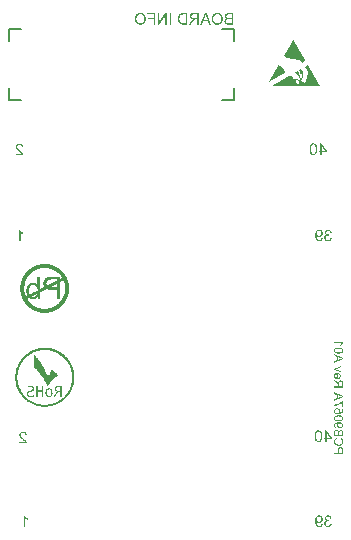
<source format=gbo>
G04*
G04 #@! TF.GenerationSoftware,Altium Limited,Altium NEXUS,5.1.2 (10)*
G04*
G04 Layer_Color=32896*
%FSLAX25Y25*%
%MOIN*%
G70*
G04*
G04 #@! TF.SameCoordinates,614915EC-EFCC-4F07-BEE6-519DBFB5DABB*
G04*
G04*
G04 #@! TF.FilePolarity,Positive*
G04*
G01*
G75*
%ADD75C,0.00591*%
G36*
X98593Y165662D02*
X98620Y165614D01*
X98661Y165539D01*
X98695Y165484D01*
X98722Y165436D01*
X98764Y165361D01*
X98798Y165306D01*
X98825Y165259D01*
X98866Y165183D01*
X98900Y165129D01*
X98928Y165081D01*
X98969Y165006D01*
X99003Y164951D01*
X99030Y164903D01*
X99071Y164828D01*
X99105Y164773D01*
X99146Y164698D01*
X99181Y164644D01*
X99208Y164596D01*
X99249Y164521D01*
X99283Y164466D01*
X99310Y164418D01*
X99351Y164343D01*
X99385Y164288D01*
X99413Y164240D01*
X99454Y164165D01*
X99488Y164110D01*
X99515Y164062D01*
X99556Y163987D01*
X99591Y163933D01*
X99632Y163857D01*
X99666Y163803D01*
X99693Y163755D01*
X99734Y163680D01*
X99768Y163625D01*
X99796Y163577D01*
X99837Y163502D01*
X99871Y163447D01*
X99898Y163400D01*
X99939Y163324D01*
X99973Y163270D01*
X100001Y163222D01*
X100042Y163147D01*
X100076Y163092D01*
X100117Y163017D01*
X100151Y162962D01*
X100178Y162914D01*
X100219Y162839D01*
X100254Y162784D01*
X100281Y162736D01*
X100322Y162661D01*
X100356Y162607D01*
X100383Y162559D01*
X100425Y162484D01*
X100459Y162429D01*
X100486Y162381D01*
X100527Y162306D01*
X100561Y162251D01*
X100602Y162176D01*
X100636Y162121D01*
X100664Y162074D01*
X100705Y161998D01*
X100739Y161944D01*
X100766Y161896D01*
X100807Y161821D01*
X100841Y161766D01*
X100869Y161718D01*
X100910Y161643D01*
X100944Y161588D01*
X100971Y161540D01*
X101012Y161465D01*
X101047Y161410D01*
X101087Y161335D01*
X101122Y161281D01*
X101149Y161233D01*
X101190Y161158D01*
X101224Y161103D01*
X101251Y161055D01*
X101293Y160980D01*
X101327Y160925D01*
X101354Y160877D01*
X101395Y160802D01*
X101429Y160748D01*
X101457Y160700D01*
X101498Y160625D01*
X101532Y160570D01*
X101573Y160495D01*
X101607Y160440D01*
X101634Y160392D01*
X101675Y160317D01*
X101709Y160262D01*
X101737Y160214D01*
X101778Y160139D01*
X101812Y160084D01*
X101839Y160037D01*
X101880Y159961D01*
X101915Y159907D01*
X101942Y159859D01*
X101983Y159784D01*
X102017Y159729D01*
X102058Y159654D01*
X102092Y159599D01*
X102120Y159551D01*
X102161Y159476D01*
X102195Y159422D01*
X102222Y159374D01*
X102263Y159299D01*
X102297Y159244D01*
X102325Y159196D01*
X102366Y159121D01*
X102400Y159066D01*
X102427Y159018D01*
X102468Y158943D01*
X102502Y158888D01*
X102543Y158813D01*
X102577Y158758D01*
X102659Y158615D01*
X102666Y158594D01*
X102656Y158591D01*
X102601Y158557D01*
X102554Y158529D01*
X102478Y158489D01*
X102424Y158454D01*
X102376Y158427D01*
X102301Y158386D01*
X102246Y158352D01*
X102198Y158325D01*
X102123Y158283D01*
X102068Y158249D01*
X101993Y158208D01*
X101938Y158174D01*
X101891Y158147D01*
X101815Y158106D01*
X101761Y158072D01*
X101686Y158030D01*
X101645Y158003D01*
X101617Y157996D01*
X101607Y158013D01*
X101600Y158027D01*
X101586Y158041D01*
X101580Y158054D01*
X101477Y158198D01*
X101470Y158212D01*
X101457Y158225D01*
X101450Y158239D01*
X101436Y158253D01*
X101429Y158266D01*
X101416Y158280D01*
X101409Y158294D01*
X101381Y158321D01*
X101374Y158335D01*
X101255Y158454D01*
X101241Y158461D01*
X101214Y158489D01*
X101200Y158495D01*
X101180Y158516D01*
X101166Y158523D01*
X101152Y158536D01*
X101139Y158543D01*
X101098Y158571D01*
X101084Y158577D01*
X101036Y158612D01*
X100838Y158714D01*
X100763Y158748D01*
X100718Y158765D01*
X100681Y158776D01*
X100677Y158779D01*
X100623Y158800D01*
X100578Y158817D01*
X100448Y158858D01*
X100394Y158871D01*
X100356Y158881D01*
X100274Y158902D01*
X100240Y158909D01*
X100213Y158916D01*
X100178Y158923D01*
X100151Y158929D01*
X99946Y158970D01*
X99823Y158991D01*
X99789Y158998D01*
X99611Y159025D01*
X99570Y159032D01*
X99492Y159042D01*
X99464Y159049D01*
X99372Y159059D01*
X99293Y159070D01*
X99266Y159076D01*
X99174Y159087D01*
X99033Y159104D01*
X99006Y159110D01*
X98914Y159121D01*
X98829Y159131D01*
X98801Y159138D01*
X98422Y159189D01*
X98285Y159210D01*
X98039Y159251D01*
X98005Y159257D01*
X97923Y159271D01*
X97649Y159326D01*
X97622Y159333D01*
X97588Y159339D01*
X97561Y159346D01*
X97526Y159353D01*
X97482Y159363D01*
X97209Y159432D01*
X97065Y159473D01*
X97038Y159480D01*
X96990Y159493D01*
X96798Y159555D01*
X96740Y159572D01*
X96590Y159626D01*
X96535Y159647D01*
X96491Y159664D01*
X96422Y159692D01*
X96231Y159774D01*
X95937Y159917D01*
X95848Y159965D01*
X95787Y159999D01*
X95739Y160026D01*
X95725Y160033D01*
X95671Y160067D01*
X95657Y160074D01*
X95582Y160122D01*
X95568Y160129D01*
X95520Y160163D01*
X95507Y160170D01*
X95466Y160197D01*
X95452Y160204D01*
X95442Y160214D01*
X95520Y160361D01*
X95623Y160539D01*
X95773Y160799D01*
X95883Y160990D01*
X96108Y161380D01*
X96218Y161571D01*
X96422Y161926D01*
X96573Y162186D01*
X96682Y162378D01*
X96887Y162733D01*
X97038Y162993D01*
X97147Y163184D01*
X97373Y163574D01*
X97482Y163765D01*
X97687Y164121D01*
X97837Y164380D01*
X97947Y164572D01*
X98152Y164927D01*
X98302Y165187D01*
X98412Y165378D01*
X98514Y165556D01*
X98582Y165672D01*
X98593Y165662D01*
D02*
G37*
G36*
X103500Y157159D02*
X103541Y157084D01*
X103575Y157029D01*
X103616Y156954D01*
X103651Y156899D01*
X103678Y156851D01*
X103719Y156776D01*
X103753Y156722D01*
X103780Y156674D01*
X103822Y156599D01*
X103856Y156544D01*
X103883Y156496D01*
X103924Y156421D01*
X103958Y156366D01*
X103986Y156318D01*
X104026Y156243D01*
X104061Y156188D01*
X104102Y156113D01*
X104136Y156059D01*
X104163Y156011D01*
X104204Y155936D01*
X104238Y155881D01*
X104266Y155833D01*
X104307Y155758D01*
X104341Y155703D01*
X104368Y155655D01*
X104409Y155580D01*
X104444Y155526D01*
X104471Y155478D01*
X104512Y155402D01*
X104546Y155348D01*
X104587Y155273D01*
X104621Y155218D01*
X104648Y155170D01*
X104690Y155095D01*
X104724Y155040D01*
X104751Y154992D01*
X104792Y154917D01*
X104826Y154862D01*
X104854Y154815D01*
X104895Y154739D01*
X104929Y154685D01*
X104956Y154637D01*
X104997Y154562D01*
X105031Y154507D01*
X105072Y154432D01*
X105106Y154377D01*
X105134Y154329D01*
X105175Y154254D01*
X105209Y154200D01*
X105236Y154152D01*
X105277Y154076D01*
X105312Y154022D01*
X105339Y153974D01*
X105380Y153899D01*
X105414Y153844D01*
X105441Y153796D01*
X105482Y153721D01*
X105517Y153666D01*
X105558Y153591D01*
X105592Y153536D01*
X105619Y153489D01*
X105660Y153413D01*
X105694Y153359D01*
X105722Y153311D01*
X105763Y153236D01*
X105797Y153181D01*
X105824Y153133D01*
X105865Y153058D01*
X105899Y153003D01*
X105927Y152955D01*
X105968Y152880D01*
X106002Y152826D01*
X106043Y152750D01*
X106077Y152696D01*
X106104Y152648D01*
X106145Y152573D01*
X106180Y152518D01*
X106207Y152470D01*
X106248Y152395D01*
X106282Y152340D01*
X106309Y152293D01*
X106351Y152217D01*
X106385Y152163D01*
X106412Y152115D01*
X106453Y152040D01*
X106487Y151985D01*
X106515Y151937D01*
X106555Y151862D01*
X106590Y151807D01*
X106631Y151732D01*
X106665Y151677D01*
X106692Y151629D01*
X106733Y151554D01*
X106767Y151500D01*
X106795Y151452D01*
X106836Y151377D01*
X106870Y151322D01*
X106897Y151274D01*
X106938Y151199D01*
X106973Y151144D01*
X107000Y151096D01*
X107041Y151021D01*
X107075Y150967D01*
X107116Y150891D01*
X107150Y150837D01*
X107177Y150789D01*
X107219Y150714D01*
X107253Y150659D01*
X107280Y150611D01*
X107321Y150536D01*
X107355Y150481D01*
X107383Y150433D01*
X107424Y150358D01*
X107458Y150303D01*
X107540Y150160D01*
X107574Y150098D01*
X107601Y150057D01*
X94099Y150054D01*
X94092D01*
X91170Y150057D01*
X91201Y150075D01*
X91255Y150109D01*
X91303Y150136D01*
X91378Y150177D01*
X91433Y150211D01*
X91481Y150239D01*
X91556Y150280D01*
X91611Y150314D01*
X91686Y150355D01*
X91741Y150389D01*
X91788Y150416D01*
X91864Y150457D01*
X91918Y150491D01*
X91966Y150519D01*
X92041Y150560D01*
X92096Y150594D01*
X92144Y150621D01*
X92219Y150662D01*
X92274Y150697D01*
X92349Y150738D01*
X92404Y150772D01*
X92451Y150799D01*
X92527Y150840D01*
X92581Y150874D01*
X92629Y150901D01*
X92704Y150943D01*
X92759Y150977D01*
X92807Y151004D01*
X92882Y151045D01*
X92937Y151079D01*
X93012Y151120D01*
X93067Y151154D01*
X93114Y151182D01*
X93190Y151223D01*
X93244Y151257D01*
X93292Y151284D01*
X93367Y151325D01*
X93422Y151359D01*
X93497Y151400D01*
X93552Y151435D01*
X93600Y151462D01*
X93675Y151503D01*
X93730Y151537D01*
X93777Y151565D01*
X93853Y151606D01*
X93907Y151640D01*
X93955Y151667D01*
X94030Y151708D01*
X94085Y151742D01*
X94160Y151783D01*
X94215Y151818D01*
X94263Y151845D01*
X94338Y151886D01*
X94393Y151920D01*
X94440Y151947D01*
X94516Y151988D01*
X94570Y152023D01*
X94618Y152050D01*
X94693Y152091D01*
X94748Y152125D01*
X94823Y152166D01*
X94878Y152200D01*
X94926Y152228D01*
X95001Y152269D01*
X95056Y152303D01*
X95103Y152330D01*
X95179Y152371D01*
X95233Y152405D01*
X95281Y152433D01*
X95356Y152474D01*
X95411Y152508D01*
X95486Y152549D01*
X95541Y152583D01*
X95589Y152610D01*
X95664Y152651D01*
X95718Y152685D01*
X95766Y152713D01*
X95841Y152754D01*
X95896Y152788D01*
X95944Y152815D01*
X96019Y152856D01*
X96074Y152891D01*
X96149Y152932D01*
X96204Y152966D01*
X96252Y152993D01*
X96327Y153034D01*
X96381Y153068D01*
X96429Y153096D01*
X96504Y153137D01*
X96559Y153171D01*
X96634Y153212D01*
X96689Y153246D01*
X96737Y153273D01*
X96812Y153314D01*
X96867Y153349D01*
X96915Y153376D01*
X96990Y153417D01*
X97044Y153451D01*
X97092Y153478D01*
X97167Y153519D01*
X97222Y153554D01*
X97297Y153595D01*
X97352Y153629D01*
X97496Y153711D01*
X97509Y153718D01*
X97564Y153752D01*
X97591Y153759D01*
X97612Y153738D01*
X97625Y153731D01*
X97646Y153711D01*
X97660Y153704D01*
X97680Y153683D01*
X97694Y153677D01*
X97728Y153642D01*
X97742Y153636D01*
X97783Y153595D01*
X97796Y153588D01*
X97831Y153554D01*
X97844Y153547D01*
X97899Y153492D01*
X97913Y153485D01*
X98001Y153396D01*
X98015Y153390D01*
X98265Y153140D01*
X98271Y153126D01*
X98360Y153038D01*
X98367Y153024D01*
X98429Y152962D01*
X98435Y152949D01*
X98490Y152894D01*
X98497Y152880D01*
X98538Y152839D01*
X98545Y152826D01*
X98579Y152792D01*
X98586Y152778D01*
X98627Y152737D01*
X98634Y152723D01*
X98661Y152696D01*
X98668Y152682D01*
X98702Y152648D01*
X98709Y152634D01*
X98736Y152607D01*
X98743Y152593D01*
X98770Y152566D01*
X98777Y152552D01*
X98804Y152525D01*
X98811Y152511D01*
X98839Y152484D01*
X98846Y152470D01*
X98873Y152443D01*
X98880Y152429D01*
X98907Y152402D01*
X98914Y152388D01*
X98948Y152354D01*
X98955Y152340D01*
X98996Y152299D01*
X99003Y152286D01*
X99088Y152200D01*
X99150Y152152D01*
X99184Y152146D01*
X99218Y152159D01*
X99228Y152176D01*
X99269Y152252D01*
X99297Y152313D01*
X99324Y152354D01*
X99331Y152368D01*
X99344Y152381D01*
X99351Y152395D01*
X99375Y152419D01*
X99437Y152467D01*
X99495Y152497D01*
X99591Y152532D01*
X99635Y152542D01*
X99655Y152549D01*
X99847Y152556D01*
X99895Y152549D01*
X99949Y152535D01*
X99984Y152522D01*
X100059Y152487D01*
X100107Y152453D01*
X100120Y152446D01*
X100134Y152433D01*
X100148Y152426D01*
X100196Y152378D01*
X100209Y152371D01*
X100226Y152354D01*
X100233Y152340D01*
X100277Y152296D01*
X100308Y152258D01*
X100425Y152101D01*
X100431Y152087D01*
X100479Y152012D01*
X100486Y151999D01*
X100520Y151944D01*
X100554Y151882D01*
X100582Y151834D01*
X100616Y151773D01*
X100643Y151725D01*
X100650Y151711D01*
X100677Y151671D01*
X100694Y151647D01*
X100708Y151640D01*
X100722Y151626D01*
X100749Y151633D01*
X100773Y151677D01*
X100780Y151698D01*
X100777Y151845D01*
X100770Y151934D01*
X100763Y152016D01*
X100749Y152166D01*
X100742Y152248D01*
X100735Y152323D01*
X100729Y152412D01*
X100712Y152662D01*
X100705Y152750D01*
X100691Y152832D01*
X100684Y152860D01*
X100671Y152908D01*
X100660Y152945D01*
X100643Y152990D01*
X100568Y153147D01*
X100541Y153195D01*
X100506Y153256D01*
X100404Y153400D01*
X100397Y153413D01*
X100377Y153434D01*
X100370Y153448D01*
X100356Y153461D01*
X100349Y153475D01*
X100329Y153496D01*
X100322Y153509D01*
X100301Y153530D01*
X100295Y153543D01*
X100267Y153571D01*
X100260Y153584D01*
X100226Y153619D01*
X100219Y153632D01*
X100165Y153687D01*
X100158Y153700D01*
X100103Y153755D01*
X100096Y153769D01*
X99994Y153871D01*
X99987Y153885D01*
X99714Y154158D01*
X99707Y154172D01*
X99529Y154350D01*
X99522Y154364D01*
X99454Y154432D01*
X99447Y154446D01*
X99406Y154487D01*
X99399Y154500D01*
X99389Y154510D01*
X99358Y154548D01*
X99276Y154657D01*
X99242Y154719D01*
X99286Y154743D01*
X99341Y154777D01*
X99389Y154804D01*
X99464Y154845D01*
X99519Y154880D01*
X99567Y154907D01*
X99642Y154948D01*
X99696Y154982D01*
X99792Y155037D01*
X99806Y155044D01*
X99861Y155078D01*
X99864Y155074D01*
X99857Y155054D01*
X99850Y154965D01*
X99857Y154938D01*
X99902Y154893D01*
X99915Y154886D01*
X99946Y154856D01*
X99970Y154818D01*
X99984Y154784D01*
X99990Y154722D01*
X99987Y154651D01*
X99980Y154623D01*
X99953Y154562D01*
X99946Y154548D01*
X99932Y154534D01*
X99898Y154473D01*
X99891Y154364D01*
X99898Y154316D01*
X99926Y154254D01*
X99939Y154241D01*
X99946Y154227D01*
X99963Y154210D01*
X99977Y154203D01*
X99990Y154189D01*
X100038Y154162D01*
X100066Y154155D01*
X100086Y154148D01*
X100127Y154162D01*
X100141Y154176D01*
X100154Y154182D01*
X100161Y154196D01*
X100192Y154234D01*
X100223Y154299D01*
X100243Y154353D01*
X100250Y154381D01*
X100257Y154415D01*
X100267Y154480D01*
X100274Y154500D01*
X100281Y154692D01*
X100274Y154719D01*
X100267Y154808D01*
X100247Y154890D01*
X100233Y154938D01*
X100185Y155040D01*
X100172Y155054D01*
X100165Y155068D01*
X100124Y155108D01*
X100069Y155143D01*
X100035Y155156D01*
X100007Y155163D01*
X100052Y155187D01*
X100127Y155228D01*
X100182Y155262D01*
X100230Y155290D01*
X100305Y155331D01*
X100359Y155365D01*
X100435Y155406D01*
X100489Y155440D01*
X100633Y155522D01*
X100647Y155529D01*
X100701Y155563D01*
X100705Y155560D01*
X100698Y155553D01*
X100691Y155498D01*
X100725Y155423D01*
X100732Y155409D01*
X100746Y155396D01*
X100752Y155382D01*
X100766Y155368D01*
X100773Y155355D01*
X100811Y155303D01*
X100903Y155163D01*
X100930Y155115D01*
X100978Y155026D01*
X101043Y154893D01*
X101077Y154818D01*
X101091Y154784D01*
X101108Y154739D01*
X101122Y154705D01*
X101135Y154657D01*
X101142Y154637D01*
X101149Y154507D01*
X101142Y154439D01*
X101132Y154401D01*
X101118Y154346D01*
X101101Y154302D01*
X101074Y154234D01*
X101053Y154186D01*
X101012Y154097D01*
X100917Y153899D01*
X100882Y153824D01*
X100855Y153755D01*
X100845Y153718D01*
X100838Y153690D01*
X100828Y153639D01*
X100821Y153619D01*
X100814Y153475D01*
X100821Y153448D01*
X100828Y153379D01*
X100841Y153325D01*
X100855Y153277D01*
X100869Y153243D01*
X100917Y153140D01*
X100951Y153092D01*
X100958Y153078D01*
X100971Y153065D01*
X100978Y153051D01*
X101005Y153024D01*
X101012Y153010D01*
X101047Y152976D01*
X101084Y152945D01*
X101146Y152897D01*
X101248Y152843D01*
X101316Y152836D01*
X101344Y152843D01*
X101388Y152887D01*
X101395Y152901D01*
X101405Y152911D01*
X101446Y152979D01*
X101474Y153048D01*
X101504Y153133D01*
X101525Y153215D01*
X101532Y153236D01*
X101539Y153304D01*
X101545Y153325D01*
X101542Y153492D01*
X101535Y153526D01*
X101528Y153567D01*
X101522Y153595D01*
X101515Y153629D01*
X101508Y153656D01*
X101484Y153769D01*
X101477Y153789D01*
X101470Y153871D01*
X101463Y153892D01*
X101467Y154155D01*
X101474Y154217D01*
X101480Y154271D01*
X101494Y154353D01*
X101501Y154387D01*
X101508Y154429D01*
X101518Y154500D01*
X101525Y154521D01*
X101532Y154692D01*
X101525Y154760D01*
X101518Y154787D01*
X101504Y154835D01*
X101491Y154869D01*
X101463Y154910D01*
X101457Y154924D01*
X101443Y154938D01*
X101436Y154951D01*
X101402Y154985D01*
X101395Y154999D01*
X101347Y155047D01*
X101340Y155061D01*
X101299Y155102D01*
X101293Y155115D01*
X101272Y155136D01*
X101265Y155150D01*
X101245Y155170D01*
X101238Y155184D01*
X101224Y155197D01*
X101217Y155211D01*
X101197Y155232D01*
X101190Y155245D01*
X101176Y155259D01*
X101170Y155273D01*
X101149Y155293D01*
X101142Y155307D01*
X101128Y155320D01*
X101122Y155334D01*
X101101Y155355D01*
X101094Y155368D01*
X101074Y155389D01*
X101067Y155402D01*
X101040Y155430D01*
X101033Y155444D01*
X100992Y155484D01*
X100985Y155498D01*
X100920Y155563D01*
X100906Y155570D01*
X100893Y155584D01*
X100858Y155604D01*
X100848Y155614D01*
X100814Y155628D01*
X100845Y155645D01*
X100893Y155672D01*
X100968Y155713D01*
X101023Y155748D01*
X101098Y155789D01*
X101139Y155816D01*
X101217Y155737D01*
X101224Y155724D01*
X101265Y155683D01*
X101272Y155669D01*
X101293Y155649D01*
X101299Y155635D01*
X101316Y155618D01*
X101381Y155532D01*
X101399Y155508D01*
X101463Y155423D01*
X101470Y155409D01*
X101484Y155396D01*
X101491Y155382D01*
X101559Y155286D01*
X101566Y155273D01*
X101600Y155225D01*
X101627Y155177D01*
X101662Y155129D01*
X101668Y155115D01*
X101696Y155074D01*
X101703Y155061D01*
X101737Y155006D01*
X101812Y154862D01*
X101819Y154780D01*
X101812Y154446D01*
X101805Y154425D01*
X101798Y154152D01*
X101792Y154131D01*
X101795Y153560D01*
X101805Y153352D01*
X101812Y153331D01*
X101819Y153154D01*
X101805Y153099D01*
X101785Y153051D01*
X101764Y153031D01*
X101757Y153017D01*
X101713Y152973D01*
X101699Y152966D01*
X101593Y152860D01*
X101586Y152846D01*
X101576Y152836D01*
X101545Y152798D01*
X101539Y152785D01*
X101504Y152737D01*
X101453Y152638D01*
X101439Y152603D01*
X101422Y152559D01*
X101409Y152525D01*
X101392Y152467D01*
X101378Y152412D01*
X101371Y152378D01*
X101364Y152351D01*
X101354Y152286D01*
X101347Y152265D01*
X101340Y151999D01*
X101347Y151951D01*
X101357Y151858D01*
X101364Y151818D01*
X101374Y151773D01*
X101395Y151691D01*
X101439Y151551D01*
X101457Y151506D01*
X101559Y151295D01*
X101586Y151254D01*
X101593Y151240D01*
X101627Y151192D01*
X101634Y151178D01*
X101648Y151165D01*
X101655Y151151D01*
X101703Y151103D01*
X101709Y151090D01*
X101726Y151079D01*
X101774Y151052D01*
X101815Y151066D01*
X101843Y151093D01*
X101884Y151161D01*
X101897Y151196D01*
X101949Y151342D01*
X101962Y151390D01*
X101969Y151418D01*
X101983Y151465D01*
X102038Y151684D01*
X102051Y151732D01*
X102065Y151787D01*
X102092Y151882D01*
X102113Y151951D01*
X102123Y151988D01*
X102147Y152053D01*
X102215Y152197D01*
X102222Y152210D01*
X102236Y152224D01*
X102243Y152238D01*
X102270Y152265D01*
X102307Y152296D01*
X102369Y152330D01*
X102499Y152337D01*
X102526Y152330D01*
X102574Y152323D01*
X102595Y152316D01*
X102731Y152310D01*
X102779Y152330D01*
X102793Y152337D01*
X102844Y152388D01*
X102892Y152450D01*
X102916Y152487D01*
X102957Y152556D01*
X102991Y152631D01*
X103018Y152699D01*
X103063Y152826D01*
X103090Y152921D01*
X103100Y152959D01*
X103141Y153123D01*
X103148Y153157D01*
X103162Y153212D01*
X103169Y153246D01*
X103176Y153273D01*
X103182Y153307D01*
X103189Y153335D01*
X103196Y153369D01*
X103203Y153396D01*
X103217Y153465D01*
X103223Y153492D01*
X103237Y153560D01*
X103244Y153588D01*
X103251Y153622D01*
X103258Y153649D01*
X103264Y153683D01*
X103271Y153711D01*
X103278Y153745D01*
X103285Y153772D01*
X103292Y153806D01*
X103305Y153861D01*
X103312Y153895D01*
X103326Y153950D01*
X103336Y153994D01*
X103398Y154241D01*
X103408Y154278D01*
X103449Y154442D01*
X103476Y154579D01*
X103487Y154651D01*
X103493Y154671D01*
X103500Y154910D01*
X103493Y154938D01*
X103487Y154985D01*
X103473Y155033D01*
X103418Y155150D01*
X103411Y155163D01*
X103377Y155211D01*
X103370Y155225D01*
X103336Y155273D01*
X103316Y155307D01*
X103281Y155355D01*
X103275Y155368D01*
X103241Y155416D01*
X103234Y155430D01*
X103200Y155478D01*
X103193Y155491D01*
X103165Y155532D01*
X103138Y155580D01*
X103104Y155628D01*
X103097Y155642D01*
X103070Y155683D01*
X103063Y155696D01*
X103035Y155737D01*
X103029Y155751D01*
X102981Y155826D01*
X102974Y155840D01*
X102926Y155915D01*
X102919Y155929D01*
X102892Y155970D01*
X102885Y155983D01*
X102851Y156038D01*
X102844Y156052D01*
X102810Y156106D01*
X102803Y156120D01*
X102769Y156175D01*
X102762Y156188D01*
X102728Y156243D01*
X102721Y156257D01*
X102687Y156312D01*
X102680Y156325D01*
X102646Y156380D01*
X102639Y156394D01*
X102605Y156448D01*
X102598Y156462D01*
X102564Y156517D01*
X102557Y156530D01*
X102509Y156605D01*
X102526Y156616D01*
X102601Y156657D01*
X102656Y156691D01*
X102704Y156718D01*
X102779Y156759D01*
X102834Y156793D01*
X102909Y156834D01*
X102964Y156869D01*
X103012Y156896D01*
X103087Y156937D01*
X103141Y156971D01*
X103189Y156999D01*
X103264Y157039D01*
X103319Y157074D01*
X103415Y157128D01*
X103490Y157169D01*
X103500Y157159D01*
D02*
G37*
G36*
X93986Y157180D02*
X93993Y157166D01*
X94198Y156961D01*
X94204Y156947D01*
X94355Y156797D01*
X94362Y156783D01*
X94478Y156667D01*
X94485Y156653D01*
X94587Y156551D01*
X94594Y156537D01*
X94690Y156441D01*
X94697Y156428D01*
X94779Y156346D01*
X94785Y156332D01*
X94867Y156250D01*
X94874Y156236D01*
X94950Y156161D01*
X94956Y156148D01*
X95032Y156072D01*
X95038Y156059D01*
X95114Y155983D01*
X95120Y155970D01*
X95189Y155901D01*
X95196Y155888D01*
X95264Y155819D01*
X95271Y155806D01*
X95346Y155730D01*
X95353Y155717D01*
X95421Y155649D01*
X95428Y155635D01*
X95510Y155553D01*
X95517Y155539D01*
X95606Y155450D01*
X95613Y155437D01*
X95749Y155300D01*
X95756Y155286D01*
X96094Y154948D01*
X96108Y154941D01*
X96180Y154869D01*
X96187Y154856D01*
X96149Y154832D01*
X96101Y154804D01*
X96026Y154763D01*
X95971Y154729D01*
X95924Y154702D01*
X95848Y154661D01*
X95794Y154627D01*
X95718Y154586D01*
X95664Y154551D01*
X95616Y154524D01*
X95541Y154483D01*
X95486Y154449D01*
X95438Y154422D01*
X95363Y154381D01*
X95308Y154346D01*
X95261Y154319D01*
X95185Y154278D01*
X95131Y154244D01*
X95056Y154203D01*
X95001Y154169D01*
X94953Y154141D01*
X94878Y154100D01*
X94823Y154066D01*
X94775Y154039D01*
X94700Y153998D01*
X94645Y153964D01*
X94570Y153923D01*
X94516Y153888D01*
X94468Y153861D01*
X94393Y153820D01*
X94338Y153786D01*
X94290Y153759D01*
X94215Y153718D01*
X94160Y153683D01*
X94112Y153656D01*
X94037Y153615D01*
X93982Y153581D01*
X93907Y153540D01*
X93853Y153506D01*
X93805Y153478D01*
X93730Y153437D01*
X93675Y153403D01*
X93627Y153376D01*
X93552Y153335D01*
X93497Y153301D01*
X93449Y153273D01*
X93374Y153232D01*
X93319Y153198D01*
X93244Y153157D01*
X93190Y153123D01*
X93142Y153096D01*
X93067Y153055D01*
X93012Y153020D01*
X92916Y152966D01*
X92902Y152959D01*
X92899Y152955D01*
X92889Y152952D01*
X92834Y152918D01*
X92786Y152891D01*
X92711Y152849D01*
X92656Y152815D01*
X92581Y152774D01*
X92527Y152740D01*
X92479Y152713D01*
X92404Y152672D01*
X92349Y152638D01*
X92301Y152610D01*
X92226Y152569D01*
X92171Y152535D01*
X92123Y152508D01*
X92048Y152467D01*
X91993Y152433D01*
X91918Y152392D01*
X91864Y152357D01*
X91816Y152330D01*
X91741Y152289D01*
X91686Y152255D01*
X91638Y152228D01*
X91563Y152187D01*
X91508Y152152D01*
X91433Y152111D01*
X91378Y152077D01*
X91330Y152050D01*
X91255Y152009D01*
X91201Y151975D01*
X91153Y151947D01*
X91078Y151906D01*
X91023Y151872D01*
X90975Y151845D01*
X90900Y151804D01*
X90845Y151770D01*
X90770Y151729D01*
X90715Y151694D01*
X90667Y151667D01*
X90592Y151626D01*
X90538Y151592D01*
X90490Y151565D01*
X90476Y151558D01*
X90425Y151527D01*
X90438Y151561D01*
X90479Y151636D01*
X90514Y151691D01*
X90541Y151739D01*
X90582Y151814D01*
X90616Y151869D01*
X90657Y151944D01*
X90691Y151999D01*
X90719Y152046D01*
X90760Y152122D01*
X90794Y152176D01*
X90821Y152224D01*
X90862Y152299D01*
X90896Y152354D01*
X90937Y152429D01*
X90971Y152484D01*
X90999Y152532D01*
X91040Y152607D01*
X91074Y152662D01*
X91101Y152709D01*
X91142Y152785D01*
X91177Y152839D01*
X91204Y152887D01*
X91245Y152962D01*
X91279Y153017D01*
X91320Y153092D01*
X91354Y153147D01*
X91382Y153195D01*
X91423Y153270D01*
X91457Y153325D01*
X91484Y153372D01*
X91525Y153448D01*
X91559Y153502D01*
X91600Y153577D01*
X91635Y153632D01*
X91662Y153680D01*
X91703Y153755D01*
X91737Y153810D01*
X91764Y153858D01*
X91805Y153933D01*
X91840Y153988D01*
X91867Y154035D01*
X91908Y154111D01*
X91942Y154165D01*
X91983Y154241D01*
X92017Y154295D01*
X92045Y154343D01*
X92086Y154418D01*
X92120Y154473D01*
X92147Y154521D01*
X92188Y154596D01*
X92222Y154651D01*
X92250Y154698D01*
X92291Y154774D01*
X92325Y154828D01*
X92366Y154903D01*
X92400Y154958D01*
X92427Y155006D01*
X92468Y155081D01*
X92503Y155136D01*
X92530Y155184D01*
X92571Y155259D01*
X92605Y155314D01*
X92646Y155389D01*
X92680Y155444D01*
X92708Y155491D01*
X92749Y155567D01*
X92783Y155621D01*
X92810Y155669D01*
X92851Y155744D01*
X92885Y155799D01*
X92913Y155847D01*
X92954Y155922D01*
X92988Y155977D01*
X93029Y156052D01*
X93063Y156106D01*
X93090Y156154D01*
X93131Y156229D01*
X93166Y156284D01*
X93193Y156332D01*
X93234Y156407D01*
X93268Y156462D01*
X93309Y156537D01*
X93343Y156592D01*
X93371Y156640D01*
X93412Y156715D01*
X93446Y156770D01*
X93473Y156817D01*
X93514Y156893D01*
X93548Y156947D01*
X93576Y156995D01*
X93617Y157070D01*
X93651Y157125D01*
X93692Y157200D01*
X93726Y157255D01*
X93781Y157351D01*
X93788Y157364D01*
X93798Y157368D01*
X93986Y157180D01*
D02*
G37*
G36*
X16109Y90897D02*
X16116Y90869D01*
X16147Y90845D01*
X16191Y90849D01*
X16222Y90845D01*
X16243Y90839D01*
X16359Y90832D01*
X16379Y90825D01*
X16769Y90818D01*
X16796Y90811D01*
X16844Y90804D01*
X16872Y90798D01*
X16919Y90784D01*
X16957Y90774D01*
X16984Y90767D01*
X17046Y90760D01*
X17128Y90753D01*
X17196Y90746D01*
X17230Y90740D01*
X17258Y90733D01*
X17302Y90722D01*
X17350Y90709D01*
X17384Y90695D01*
X17466Y90688D01*
X17493Y90681D01*
X17562Y90675D01*
X17589Y90668D01*
X17664Y90633D01*
X17726Y90627D01*
X17746Y90620D01*
X17828Y90613D01*
X17931Y90565D01*
X17979Y90558D01*
X18047Y90552D01*
X18075Y90545D01*
X18109Y90524D01*
X18157Y90497D01*
X18238Y90490D01*
X18355Y90435D01*
X18382Y90429D01*
X18430Y90422D01*
X18457Y90415D01*
X18543Y90370D01*
X18587Y90360D01*
X18635Y90346D01*
X18662Y90340D01*
X18703Y90312D01*
X18758Y90292D01*
X18806Y90285D01*
X18840Y90271D01*
X18854Y90264D01*
X18874Y90244D01*
X18898Y90234D01*
X18939Y90227D01*
X18983Y90217D01*
X18994Y90206D01*
X19035Y90172D01*
X19086Y90162D01*
X19134Y90141D01*
X19148Y90135D01*
X19161Y90121D01*
X19195Y90100D01*
X19223Y90094D01*
X19271Y90080D01*
X19284Y90066D01*
X19346Y90032D01*
X19373Y90025D01*
X19407Y90012D01*
X19459Y89974D01*
X19496Y89964D01*
X19530Y89950D01*
X19551Y89929D01*
X19565Y89923D01*
X19575Y89912D01*
X19612Y89902D01*
X19647Y89889D01*
X19657Y89878D01*
X19694Y89847D01*
X19763Y89820D01*
X19776Y89813D01*
X19807Y89783D01*
X19872Y89759D01*
X19886Y89745D01*
X19899Y89738D01*
X19923Y89714D01*
X19988Y89690D01*
X20009Y89670D01*
X20057Y89642D01*
X20091Y89629D01*
X20125Y89595D01*
X20159Y89574D01*
X20197Y89557D01*
X20234Y89526D01*
X20296Y89492D01*
X20323Y89465D01*
X20385Y89430D01*
X20402Y89413D01*
X20439Y89383D01*
X20467Y89376D01*
X20480Y89362D01*
X20494Y89355D01*
X20497Y89345D01*
X20508Y89335D01*
X20569Y89301D01*
X20610Y89260D01*
X20624Y89253D01*
X20675Y89222D01*
X20682Y89208D01*
X20692Y89198D01*
X20740Y89171D01*
X20774Y89130D01*
X20822Y89103D01*
X20863Y89061D01*
X20897Y89041D01*
X20911Y89027D01*
X20925Y89020D01*
X20932Y89007D01*
X20979Y88979D01*
X21010Y88949D01*
X21048Y88918D01*
X21061Y88911D01*
X21079Y88894D01*
X21085Y88880D01*
X21102Y88863D01*
X21116Y88856D01*
X21184Y88788D01*
X21198Y88781D01*
X21260Y88720D01*
X21273Y88713D01*
X21321Y88665D01*
X21335Y88658D01*
X21345Y88648D01*
X21352Y88634D01*
X21389Y88597D01*
X21403Y88590D01*
X21413Y88580D01*
X21420Y88566D01*
X21430Y88563D01*
X21434Y88552D01*
X21451Y88535D01*
X21465Y88528D01*
X21536Y88457D01*
X21543Y88443D01*
X21560Y88426D01*
X21574Y88419D01*
X21591Y88402D01*
X21598Y88388D01*
X21649Y88337D01*
X21663Y88330D01*
X21673Y88320D01*
X21680Y88306D01*
X21728Y88258D01*
X21735Y88245D01*
X21796Y88183D01*
X21803Y88169D01*
X21858Y88115D01*
X21865Y88101D01*
X21926Y88040D01*
X21933Y88026D01*
X21981Y87978D01*
X22008Y87930D01*
X22032Y87906D01*
X22063Y87869D01*
X22070Y87855D01*
X22097Y87828D01*
X22114Y87804D01*
X22141Y87763D01*
X22155Y87756D01*
X22165Y87746D01*
X22199Y87698D01*
X22206Y87684D01*
X22240Y87650D01*
X22268Y87602D01*
X22302Y87568D01*
X22329Y87520D01*
X22336Y87507D01*
X22370Y87472D01*
X22404Y87411D01*
X22432Y87383D01*
X22452Y87349D01*
X22466Y87315D01*
X22483Y87298D01*
X22497Y87291D01*
X22534Y87219D01*
X22562Y87192D01*
X22569Y87178D01*
X22579Y87168D01*
X22589Y87130D01*
X22630Y87090D01*
X22657Y87042D01*
X22671Y87007D01*
X22702Y86977D01*
X22719Y86932D01*
X22733Y86898D01*
X22753Y86878D01*
X22770Y86854D01*
X22794Y86789D01*
X22835Y86748D01*
X22862Y86673D01*
X22890Y86645D01*
X22907Y86621D01*
X22914Y86594D01*
X22931Y86550D01*
X22941Y86539D01*
X22972Y86502D01*
X22979Y86474D01*
X22999Y86427D01*
X23006Y86413D01*
X23030Y86382D01*
X23047Y86338D01*
X23054Y86310D01*
X23095Y86249D01*
X23105Y86225D01*
X23115Y86181D01*
X23129Y86146D01*
X23149Y86126D01*
X23156Y86112D01*
X23167Y86102D01*
X23184Y86030D01*
X23197Y85996D01*
X23218Y85975D01*
X23238Y85941D01*
X23245Y85887D01*
X23259Y85852D01*
X23272Y85839D01*
X23300Y85791D01*
X23307Y85764D01*
X23314Y85716D01*
X23334Y85668D01*
X23348Y85654D01*
X23355Y85641D01*
X23368Y85606D01*
X23375Y85552D01*
X23396Y85504D01*
X23402Y85490D01*
X23413Y85480D01*
X23433Y85425D01*
X23443Y85353D01*
X23464Y85306D01*
X23498Y85244D01*
X23505Y85203D01*
X23512Y85155D01*
X23566Y85039D01*
X23573Y84950D01*
X23580Y84923D01*
X23590Y84885D01*
X23618Y84844D01*
X23625Y84817D01*
X23631Y84762D01*
X23638Y84701D01*
X23645Y84660D01*
X23655Y84622D01*
X23666Y84612D01*
X23679Y84578D01*
X23693Y84502D01*
X23710Y84383D01*
X23717Y84355D01*
X23734Y84297D01*
X23741Y84263D01*
X23748Y84236D01*
X23758Y84191D01*
X23765Y84171D01*
X23772Y84027D01*
X23778Y84000D01*
X23785Y83952D01*
X23792Y83925D01*
X23809Y83867D01*
X23819Y83822D01*
X23826Y83802D01*
X23833Y83501D01*
X23840Y83453D01*
X23847Y83282D01*
Y83276D01*
Y83262D01*
X23854Y83235D01*
X23860Y83214D01*
X23867Y83118D01*
X23884Y83101D01*
X23919Y83094D01*
X23922Y82367D01*
X23891Y82363D01*
X23874Y82346D01*
X23867Y82284D01*
X23857Y82247D01*
X23850Y82213D01*
X23843Y82124D01*
X23836Y81926D01*
X23830Y81680D01*
X23823Y81645D01*
X23816Y81618D01*
X23809Y81584D01*
X23782Y81475D01*
X23775Y81440D01*
X23768Y81331D01*
X23761Y81269D01*
X23744Y81191D01*
X23731Y81136D01*
X23717Y81102D01*
X23710Y81081D01*
X23703Y81013D01*
X23689Y80917D01*
X23683Y80890D01*
X23666Y80832D01*
X23652Y80798D01*
X23642Y80760D01*
X23635Y80733D01*
X23628Y80644D01*
X23621Y80617D01*
X23597Y80572D01*
X23584Y80538D01*
X23577Y80511D01*
X23570Y80436D01*
X23563Y80401D01*
X23549Y80367D01*
X23515Y80313D01*
X23505Y80234D01*
X23498Y80207D01*
X23481Y80162D01*
X23454Y80121D01*
X23447Y80094D01*
X23437Y80029D01*
X23409Y79961D01*
X23399Y79950D01*
X23385Y79916D01*
X23379Y79889D01*
X23368Y79838D01*
X23355Y79803D01*
X23348Y79790D01*
X23314Y79742D01*
X23307Y79687D01*
X23300Y79660D01*
X23286Y79626D01*
X23279Y79612D01*
X23262Y79595D01*
X23245Y79550D01*
X23238Y79503D01*
X23218Y79468D01*
X23184Y79421D01*
X23177Y79379D01*
X23156Y79332D01*
X23149Y79318D01*
X23136Y79304D01*
X23129Y79291D01*
X23119Y79280D01*
X23109Y79236D01*
X23088Y79188D01*
X23081Y79175D01*
X23061Y79154D01*
X23047Y79120D01*
X23027Y79052D01*
X23006Y79031D01*
X22989Y79007D01*
X22979Y78963D01*
X22965Y78928D01*
X22938Y78901D01*
X22917Y78867D01*
X22910Y78840D01*
X22897Y78805D01*
X22886Y78795D01*
X22856Y78758D01*
X22849Y78730D01*
X22835Y78696D01*
X22815Y78676D01*
X22780Y78614D01*
X22767Y78580D01*
X22757Y78570D01*
X22726Y78532D01*
X22719Y78505D01*
X22705Y78470D01*
X22657Y78423D01*
X22651Y78395D01*
X22637Y78361D01*
X22603Y78327D01*
X22596Y78306D01*
X22565Y78255D01*
X22551Y78248D01*
X22541Y78238D01*
X22507Y78177D01*
X22500Y78163D01*
X22480Y78142D01*
X22445Y78081D01*
X22428Y78064D01*
X22398Y78026D01*
X22391Y78013D01*
X22377Y77978D01*
X22350Y77951D01*
X22316Y77890D01*
X22275Y77849D01*
X22254Y77814D01*
X22213Y77773D01*
X22186Y77725D01*
X22158Y77698D01*
X22124Y77650D01*
X22117Y77637D01*
X22090Y77609D01*
X22056Y77561D01*
X22049Y77548D01*
X22039Y77544D01*
X22015Y77520D01*
X21994Y77486D01*
X21940Y77432D01*
X21933Y77418D01*
X21885Y77370D01*
X21878Y77356D01*
X21865Y77343D01*
X21858Y77329D01*
X21803Y77274D01*
X21796Y77261D01*
X21742Y77206D01*
X21735Y77192D01*
X21680Y77138D01*
X21673Y77124D01*
X21567Y77018D01*
X21553Y77011D01*
X21550Y77001D01*
X21506Y76956D01*
X21492Y76950D01*
X21482Y76939D01*
X21475Y76926D01*
X21444Y76895D01*
X21420Y76878D01*
X21413Y76864D01*
X21400Y76851D01*
X21393Y76837D01*
X21383Y76833D01*
X21314Y76765D01*
X21301Y76758D01*
X21253Y76710D01*
X21239Y76704D01*
X21184Y76649D01*
X21171Y76642D01*
X21157Y76628D01*
X21143Y76622D01*
X21089Y76567D01*
X21075Y76560D01*
X21044Y76529D01*
X21007Y76499D01*
X20993Y76492D01*
X20955Y76454D01*
X20918Y76423D01*
X20904Y76416D01*
X20894Y76406D01*
X20887Y76393D01*
X20877Y76382D01*
X20829Y76355D01*
X20788Y76314D01*
X20740Y76287D01*
X20706Y76253D01*
X20658Y76225D01*
X20631Y76198D01*
X20583Y76164D01*
X20569Y76157D01*
X20542Y76130D01*
X20480Y76095D01*
X20439Y76054D01*
X20378Y76020D01*
X20350Y75993D01*
X20327Y75976D01*
X20282Y75959D01*
X20255Y75931D01*
X20180Y75890D01*
X20152Y75863D01*
X20105Y75836D01*
X20070Y75822D01*
X20043Y75795D01*
X20009Y75774D01*
X19975Y75760D01*
X19937Y75723D01*
X19893Y75706D01*
X19858Y75692D01*
X19848Y75682D01*
X19841Y75668D01*
X19821Y75654D01*
X19776Y75637D01*
X19749Y75630D01*
X19729Y75610D01*
X19705Y75593D01*
X19660Y75576D01*
X19612Y75555D01*
X19578Y75521D01*
X19551Y75514D01*
X19503Y75494D01*
X19489Y75487D01*
X19476Y75473D01*
X19428Y75446D01*
X19400Y75439D01*
X19318Y75384D01*
X19284Y75378D01*
X19257Y75371D01*
X19223Y75357D01*
X19209Y75343D01*
X19172Y75319D01*
X19127Y75309D01*
X19093Y75296D01*
X19079Y75289D01*
X19062Y75272D01*
X18997Y75248D01*
X18970Y75241D01*
X18939Y75231D01*
X18871Y75190D01*
X18826Y75179D01*
X18768Y75156D01*
X18727Y75128D01*
X18700Y75121D01*
X18642Y75111D01*
X18560Y75056D01*
X18491Y75050D01*
X18437Y75036D01*
X18396Y75008D01*
X18372Y74998D01*
X18320Y74988D01*
X18273Y74981D01*
X18201Y74950D01*
X18146Y74930D01*
X18119Y74923D01*
X18047Y74913D01*
X17962Y74875D01*
X17928Y74862D01*
X17842Y74851D01*
X17787Y74838D01*
X17729Y74814D01*
X17695Y74800D01*
X17668Y74793D01*
X17569Y74783D01*
X17521Y74776D01*
X17432Y74735D01*
X17370Y74728D01*
X17323Y74721D01*
X17213Y74715D01*
X17186Y74708D01*
X17087Y74677D01*
X17046Y74670D01*
X16964Y74663D01*
X16889Y74656D01*
X16779Y74650D01*
X16738Y74643D01*
X16670Y74629D01*
X16643Y74622D01*
X16608Y74616D01*
X16461Y74605D01*
X16441Y74598D01*
X16147Y74592D01*
X16127Y74585D01*
X15412Y74588D01*
X15132Y74595D01*
X15057Y74602D01*
X14975Y74609D01*
X14886Y74616D01*
X14818Y74629D01*
X14790Y74636D01*
X14756Y74643D01*
X14694Y74650D01*
X14606Y74656D01*
X14486Y74667D01*
X14418Y74674D01*
X14360Y74691D01*
X14325Y74704D01*
X14281Y74715D01*
X14233Y74721D01*
X14103Y74728D01*
X14076Y74735D01*
X14028Y74749D01*
X14018Y74759D01*
X13973Y74776D01*
X13946Y74783D01*
X13809Y74797D01*
X13738Y74827D01*
X13703Y74841D01*
X13659Y74851D01*
X13591Y74858D01*
X13563Y74865D01*
X13526Y74882D01*
X13457Y74909D01*
X13386Y74920D01*
X13338Y74933D01*
X13249Y74974D01*
X13160Y74988D01*
X13112Y75002D01*
X13071Y75029D01*
X13047Y75039D01*
X13020Y75046D01*
X12965Y75053D01*
X12921Y75063D01*
X12907Y75077D01*
X12893Y75084D01*
X12876Y75101D01*
X12805Y75118D01*
X12777Y75125D01*
X12746Y75142D01*
X12706Y75169D01*
X12668Y75179D01*
X12641Y75186D01*
X12579Y75214D01*
X12531Y75241D01*
X12436Y75268D01*
X12422Y75282D01*
X12398Y75299D01*
X12364Y75313D01*
X12330Y75319D01*
X12292Y75330D01*
X12282Y75340D01*
X12244Y75371D01*
X12183Y75384D01*
X12148Y75398D01*
X12128Y75419D01*
X12114Y75425D01*
X12101Y75439D01*
X12060Y75446D01*
X11971Y75507D01*
X11930Y75514D01*
X11858Y75566D01*
X11813Y75583D01*
X11779Y75596D01*
X11766Y75610D01*
X11718Y75637D01*
X11684Y75651D01*
X11670Y75658D01*
X11636Y75692D01*
X11561Y75719D01*
X11550Y75730D01*
X11509Y75764D01*
X11465Y75781D01*
X11438Y75808D01*
X11362Y75849D01*
X11349Y75856D01*
X11321Y75883D01*
X11287Y75904D01*
X11253Y75918D01*
X11232Y75938D01*
X11157Y75979D01*
X11113Y76024D01*
X11068Y76041D01*
X11045Y76064D01*
X10980Y76109D01*
X10966Y76116D01*
X10932Y76150D01*
X10884Y76177D01*
X10860Y76201D01*
X10853Y76215D01*
X10795Y76246D01*
X10781Y76253D01*
X10778Y76263D01*
X10768Y76273D01*
X10720Y76300D01*
X10696Y76324D01*
X10658Y76355D01*
X10645Y76362D01*
X10600Y76406D01*
X10563Y76437D01*
X10549Y76444D01*
X10546Y76454D01*
X10525Y76468D01*
X10487Y76499D01*
X10474Y76505D01*
X10433Y76546D01*
X10419Y76553D01*
X10406Y76567D01*
X10392Y76574D01*
X10351Y76615D01*
X10337Y76622D01*
X10283Y76676D01*
X10269Y76683D01*
X10217Y76734D01*
X10176Y76769D01*
X10170Y76782D01*
X10159Y76793D01*
X10146Y76799D01*
X10095Y76851D01*
X10088Y76864D01*
X10077Y76875D01*
X10064Y76881D01*
X10033Y76912D01*
X10026Y76926D01*
X10016Y76936D01*
X10002Y76943D01*
X9903Y77042D01*
X9886Y77066D01*
X9872Y77073D01*
X9842Y77104D01*
X9835Y77117D01*
X9811Y77141D01*
X9797Y77148D01*
X9787Y77158D01*
X9780Y77172D01*
X9766Y77185D01*
X9760Y77199D01*
X9736Y77216D01*
X9705Y77254D01*
X9698Y77267D01*
X9688Y77278D01*
X9674Y77285D01*
X9643Y77322D01*
X9636Y77336D01*
X9589Y77384D01*
X9582Y77397D01*
X9568Y77411D01*
X9561Y77425D01*
X9537Y77449D01*
X9507Y77486D01*
X9500Y77500D01*
X9476Y77524D01*
X9445Y77561D01*
X9438Y77575D01*
X9414Y77599D01*
X9401Y77606D01*
X9370Y77657D01*
X9336Y77691D01*
X9308Y77739D01*
X9274Y77773D01*
X9247Y77821D01*
X9199Y77869D01*
X9172Y77917D01*
X9155Y77934D01*
X9121Y77975D01*
X9103Y78019D01*
X9069Y78053D01*
X9042Y78101D01*
X9035Y78115D01*
X9025Y78118D01*
X9021Y78129D01*
X9008Y78142D01*
X9001Y78156D01*
X8987Y78170D01*
X8980Y78197D01*
X8963Y78214D01*
X8933Y78252D01*
X8926Y78265D01*
X8912Y78300D01*
X8868Y78344D01*
X8844Y78409D01*
X8823Y78430D01*
X8775Y78518D01*
X8755Y78539D01*
X8748Y78553D01*
X8738Y78563D01*
X8714Y78628D01*
X8693Y78648D01*
X8669Y78686D01*
X8646Y78751D01*
X8625Y78764D01*
X8608Y78788D01*
X8591Y78833D01*
X8574Y78870D01*
X8540Y78911D01*
X8529Y78949D01*
X8509Y78997D01*
X8495Y79010D01*
X8488Y79024D01*
X8478Y79034D01*
X8461Y79079D01*
X8447Y79127D01*
X8434Y79140D01*
X8427Y79154D01*
X8416Y79164D01*
X8403Y79198D01*
X8393Y79236D01*
X8379Y79270D01*
X8365Y79284D01*
X8348Y79308D01*
X8331Y79352D01*
X8317Y79407D01*
X8307Y79417D01*
X8276Y79455D01*
X8263Y79516D01*
X8256Y79544D01*
X8222Y79591D01*
X8201Y79646D01*
X8194Y79694D01*
X8177Y79732D01*
X8150Y79773D01*
X8133Y79844D01*
X8126Y79872D01*
X8106Y79919D01*
X8095Y79930D01*
X8075Y79984D01*
X8065Y80043D01*
X8054Y80080D01*
X8020Y80135D01*
X8003Y80179D01*
X7996Y80248D01*
X7989Y80275D01*
X7955Y80330D01*
X7945Y80353D01*
X7935Y80432D01*
X7928Y80480D01*
X7900Y80541D01*
X7887Y80555D01*
X7880Y80610D01*
X7873Y80637D01*
X7866Y80706D01*
X7859Y80733D01*
X7842Y80777D01*
X7829Y80812D01*
X7815Y80866D01*
X7805Y80952D01*
X7791Y81034D01*
X7774Y81078D01*
X7767Y81105D01*
X7750Y81177D01*
X7743Y81198D01*
X7736Y81321D01*
X7730Y81348D01*
X7723Y81396D01*
X7709Y81451D01*
X7695Y81498D01*
X7688Y81526D01*
X7682Y81546D01*
X7675Y81744D01*
X7668Y81813D01*
X7661Y82004D01*
X7654Y82032D01*
X7641Y82079D01*
X7624Y82096D01*
X7589Y82103D01*
X7586Y83330D01*
X7610Y83334D01*
X7634Y83358D01*
X7648Y83392D01*
X7654Y83412D01*
X7661Y83481D01*
X7668Y83501D01*
X7675Y83843D01*
X7682Y83870D01*
X7688Y83918D01*
X7706Y83976D01*
X7726Y84058D01*
X7733Y84099D01*
X7740Y84181D01*
X7747Y84256D01*
X7767Y84338D01*
X7777Y84376D01*
X7791Y84410D01*
X7801Y84468D01*
X7808Y84530D01*
X7815Y84571D01*
X7825Y84636D01*
X7853Y84697D01*
X7866Y84731D01*
X7873Y84800D01*
X7880Y84848D01*
X7894Y84902D01*
X7924Y84954D01*
X7931Y84988D01*
X7942Y85073D01*
X7948Y85101D01*
X7962Y85135D01*
X7982Y85155D01*
X7993Y85179D01*
X8003Y85237D01*
X8010Y85285D01*
X8027Y85330D01*
X8054Y85370D01*
X8078Y85476D01*
X8099Y85524D01*
X8109Y85535D01*
X8129Y85589D01*
X8140Y85634D01*
X8146Y85661D01*
X8191Y85746D01*
X8198Y85781D01*
X8211Y85835D01*
X8256Y85900D01*
X8269Y85962D01*
X8283Y85996D01*
X8290Y86010D01*
X8324Y86057D01*
X8331Y86098D01*
X8352Y86146D01*
X8365Y86160D01*
X8393Y86208D01*
X8406Y86256D01*
X8420Y86290D01*
X8444Y86314D01*
X8457Y86348D01*
X8464Y86375D01*
X8475Y86413D01*
X8512Y86450D01*
X8529Y86495D01*
X8543Y86543D01*
X8570Y86570D01*
X8591Y86604D01*
X8598Y86632D01*
X8615Y86669D01*
X8646Y86707D01*
X8652Y86720D01*
X8673Y86768D01*
X8680Y86782D01*
X8710Y86813D01*
X8727Y86857D01*
X8741Y86891D01*
X8768Y86919D01*
X8789Y86953D01*
X8810Y87001D01*
X8816Y87014D01*
X8830Y87028D01*
X8871Y87103D01*
X8898Y87130D01*
X8933Y87192D01*
X8939Y87206D01*
X8967Y87233D01*
X9001Y87295D01*
X9021Y87315D01*
X9062Y87390D01*
X9103Y87431D01*
X9131Y87479D01*
X9138Y87493D01*
X9165Y87520D01*
X9192Y87568D01*
X9209Y87592D01*
X9223Y87599D01*
X9233Y87616D01*
X9261Y87664D01*
X9278Y87681D01*
X9291Y87688D01*
X9322Y87739D01*
X9353Y87770D01*
X9384Y87807D01*
X9391Y87821D01*
X9411Y87841D01*
X9445Y87889D01*
X9452Y87903D01*
X9486Y87937D01*
X9524Y87995D01*
X9537Y88002D01*
X9568Y88033D01*
X9575Y88046D01*
X9636Y88108D01*
X9643Y88122D01*
X9698Y88176D01*
X9705Y88190D01*
X9749Y88234D01*
X9780Y88272D01*
X9787Y88286D01*
X9811Y88310D01*
X9825Y88316D01*
X9835Y88327D01*
X9842Y88340D01*
X9886Y88385D01*
X9900Y88392D01*
X9985Y88477D01*
X9992Y88491D01*
X10002Y88494D01*
X10047Y88539D01*
X10053Y88552D01*
X10146Y88644D01*
X10159Y88651D01*
X10221Y88713D01*
X10235Y88720D01*
X10289Y88774D01*
X10303Y88781D01*
X10364Y88843D01*
X10378Y88850D01*
X10423Y88894D01*
X10429Y88908D01*
X10447Y88918D01*
X10460Y88925D01*
X10494Y88959D01*
X10542Y88993D01*
X10556Y89000D01*
X10559Y89010D01*
X10576Y89027D01*
X10624Y89055D01*
X10658Y89089D01*
X10717Y89126D01*
X10734Y89150D01*
X10781Y89184D01*
X10795Y89191D01*
X10822Y89219D01*
X10870Y89253D01*
X10884Y89260D01*
X10911Y89287D01*
X10925Y89294D01*
X10939Y89307D01*
X10966Y89314D01*
X10990Y89338D01*
X11028Y89369D01*
X11048Y89376D01*
X11062Y89389D01*
X11075Y89396D01*
X11089Y89410D01*
X11137Y89444D01*
X11164Y89451D01*
X11181Y89468D01*
X11219Y89499D01*
X11253Y89513D01*
X11270Y89530D01*
X11277Y89543D01*
X11301Y89560D01*
X11356Y89581D01*
X11390Y89615D01*
X11424Y89636D01*
X11458Y89649D01*
X11479Y89670D01*
X11540Y89704D01*
X11568Y89711D01*
X11595Y89738D01*
X11609Y89745D01*
X11619Y89755D01*
X11684Y89779D01*
X11701Y89796D01*
X11738Y89827D01*
X11772Y89834D01*
X11861Y89895D01*
X11889Y89902D01*
X11923Y89916D01*
X11936Y89929D01*
X11950Y89936D01*
X11960Y89947D01*
X12046Y89977D01*
X12066Y89998D01*
X12114Y90025D01*
X12169Y90039D01*
X12200Y90056D01*
X12254Y90090D01*
X12282Y90097D01*
X12319Y90107D01*
X12333Y90121D01*
X12347Y90128D01*
X12364Y90145D01*
X12398Y90158D01*
X12432Y90165D01*
X12470Y90176D01*
X12490Y90196D01*
X12528Y90220D01*
X12606Y90237D01*
X12675Y90285D01*
X12729Y90292D01*
X12777Y90305D01*
X12829Y90336D01*
X12863Y90350D01*
X12897Y90357D01*
X12941Y90367D01*
X13013Y90404D01*
X13058Y90422D01*
X13139Y90435D01*
X13211Y90473D01*
X13246Y90487D01*
X13324Y90497D01*
X13372Y90517D01*
X13396Y90534D01*
X13430Y90548D01*
X13509Y90558D01*
X13556Y90565D01*
X13591Y90579D01*
X13604Y90586D01*
X13615Y90596D01*
X13649Y90610D01*
X13789Y90627D01*
X13816Y90633D01*
X13905Y90668D01*
X13926Y90675D01*
X13980Y90681D01*
X14028Y90688D01*
X14096Y90695D01*
X14124Y90702D01*
X14202Y90726D01*
X14230Y90733D01*
X14264Y90740D01*
X14291Y90746D01*
X14366Y90753D01*
X14455Y90760D01*
X14513Y90770D01*
X14551Y90781D01*
X14585Y90787D01*
X14640Y90801D01*
X14715Y90815D01*
X14982Y90821D01*
X15224Y90832D01*
X15252Y90839D01*
X15272Y90845D01*
X15361Y90852D01*
X15378Y90869D01*
X15385Y90904D01*
X16106Y90907D01*
X16109Y90897D01*
D02*
G37*
G36*
X16190Y62989D02*
X16456Y62976D01*
X16776Y62949D01*
X16969Y62929D01*
X17022Y62916D01*
X17202Y62896D01*
X17375Y62869D01*
X17535Y62843D01*
X17868Y62776D01*
X17921Y62763D01*
X17988Y62749D01*
X18094Y62723D01*
X18181Y62703D01*
X18274Y62676D01*
X18328Y62663D01*
X18514Y62610D01*
X18567Y62596D01*
X18860Y62503D01*
X18934Y62483D01*
X19120Y62416D01*
X19247Y62370D01*
X19580Y62237D01*
X19819Y62130D01*
X20339Y61877D01*
X20512Y61784D01*
X20632Y61717D01*
X20725Y61664D01*
X20752Y61651D01*
X20858Y61584D01*
X20978Y61518D01*
X21071Y61451D01*
X21165Y61398D01*
X21258Y61331D01*
X21284Y61318D01*
X21311Y61291D01*
X21338Y61278D01*
X21524Y61145D01*
X21551Y61131D01*
X21577Y61105D01*
X21604Y61091D01*
X21631Y61065D01*
X21657Y61051D01*
X21684Y61025D01*
X21711Y61011D01*
X21737Y60985D01*
X21764Y60971D01*
X21790Y60945D01*
X21817Y60931D01*
X21857Y60891D01*
X21884Y60878D01*
X21924Y60838D01*
X21950Y60825D01*
X21990Y60785D01*
X22017Y60772D01*
X22070Y60718D01*
X22097Y60705D01*
X22163Y60638D01*
X22190Y60625D01*
X22257Y60558D01*
X22283Y60545D01*
X22390Y60439D01*
X22416Y60425D01*
X22603Y60239D01*
X22629Y60226D01*
X22849Y60006D01*
X22863Y59979D01*
X23049Y59793D01*
X23062Y59766D01*
X23156Y59673D01*
X23169Y59646D01*
X23249Y59566D01*
X23262Y59540D01*
X23329Y59473D01*
X23342Y59446D01*
X23382Y59407D01*
X23395Y59380D01*
X23435Y59340D01*
X23449Y59313D01*
X23502Y59260D01*
X23515Y59233D01*
X23542Y59207D01*
X23555Y59180D01*
X23582Y59153D01*
X23595Y59127D01*
X23615Y59107D01*
X23808Y58847D01*
X23822Y58820D01*
X23848Y58794D01*
X23862Y58767D01*
X23928Y58674D01*
X23941Y58647D01*
X24008Y58554D01*
X24021Y58527D01*
X24088Y58434D01*
X24101Y58408D01*
X24194Y58261D01*
X24248Y58168D01*
X24314Y58061D01*
X24368Y57968D01*
X24448Y57822D01*
X24681Y57362D01*
X24747Y57215D01*
X24894Y56883D01*
X24934Y56776D01*
X24987Y56643D01*
X25027Y56536D01*
X25100Y56330D01*
X25127Y56263D01*
X25207Y56010D01*
X25287Y55730D01*
X25327Y55571D01*
X25346Y55497D01*
X25373Y55391D01*
X25400Y55258D01*
X25413Y55204D01*
X25453Y55005D01*
X25466Y54925D01*
X25480Y54858D01*
X25506Y54698D01*
X25533Y54525D01*
X25553Y54372D01*
X25566Y54332D01*
X25580Y54119D01*
X25593Y54079D01*
X25606Y52574D01*
X25580Y52081D01*
X25566Y52028D01*
X25546Y51848D01*
X25520Y51675D01*
X25493Y51515D01*
X25480Y51449D01*
X25466Y51369D01*
X25413Y51102D01*
X25400Y51049D01*
X25387Y50982D01*
X25373Y50929D01*
X25353Y50842D01*
X25313Y50683D01*
X25287Y50590D01*
X25260Y50483D01*
X25180Y50217D01*
X25054Y49824D01*
X25007Y49697D01*
X24874Y49364D01*
X24794Y49178D01*
X24408Y48392D01*
X24341Y48285D01*
X24261Y48139D01*
X24168Y47992D01*
X24115Y47899D01*
X24048Y47806D01*
X24035Y47779D01*
X23968Y47686D01*
X23955Y47659D01*
X23728Y47340D01*
X23715Y47313D01*
X23688Y47286D01*
X23675Y47260D01*
X23635Y47220D01*
X23622Y47193D01*
X23595Y47167D01*
X23582Y47140D01*
X23542Y47100D01*
X23528Y47073D01*
X23502Y47047D01*
X23489Y47020D01*
X23462Y46993D01*
X23449Y46967D01*
X23382Y46900D01*
X23369Y46874D01*
X23315Y46820D01*
X23302Y46794D01*
X23249Y46740D01*
X23235Y46714D01*
X23169Y46647D01*
X23156Y46621D01*
X23022Y46487D01*
X23009Y46461D01*
X22456Y45908D01*
X22430Y45895D01*
X22310Y45775D01*
X22283Y45761D01*
X22217Y45695D01*
X22190Y45682D01*
X22123Y45615D01*
X22097Y45602D01*
X22043Y45548D01*
X22017Y45535D01*
X21990Y45508D01*
X21944Y45475D01*
X21870Y45415D01*
X21750Y45322D01*
X21444Y45096D01*
X21398Y45062D01*
X21238Y44956D01*
X20965Y44776D01*
X20938Y44763D01*
X20831Y44696D01*
X20805Y44683D01*
X20698Y44616D01*
X20579Y44550D01*
X19899Y44203D01*
X19826Y44170D01*
X19759Y44143D01*
X19613Y44077D01*
X19346Y43970D01*
X19240Y43930D01*
X19093Y43877D01*
X18667Y43730D01*
X18614Y43717D01*
X18541Y43697D01*
X18534Y43690D01*
X18514Y43684D01*
X18421Y43657D01*
X18348Y43637D01*
X17975Y43544D01*
X17842Y43517D01*
X17788Y43504D01*
X17722Y43491D01*
X17642Y43477D01*
X17575Y43464D01*
X17415Y43437D01*
X17056Y43384D01*
X16936Y43371D01*
X16829Y43357D01*
X16709Y43344D01*
X16476Y43324D01*
X16436Y43311D01*
X15218Y43317D01*
X14991Y43331D01*
X14818Y43344D01*
X14612Y43364D01*
X14558Y43377D01*
X14285Y43411D01*
X14046Y43451D01*
X13912Y43477D01*
X13833Y43491D01*
X13779Y43504D01*
X13713Y43517D01*
X13559Y43551D01*
X13453Y43577D01*
X13360Y43604D01*
X13200Y43644D01*
X12920Y43724D01*
X12487Y43863D01*
X12341Y43917D01*
X12274Y43944D01*
X12188Y43977D01*
X12054Y44030D01*
X11775Y44150D01*
X11202Y44430D01*
X10949Y44563D01*
X10842Y44629D01*
X10749Y44683D01*
X10723Y44696D01*
X10643Y44749D01*
X10616Y44763D01*
X10536Y44816D01*
X10509Y44829D01*
X10430Y44882D01*
X10403Y44896D01*
X10310Y44962D01*
X10283Y44976D01*
X10003Y45175D01*
X9977Y45189D01*
X9950Y45215D01*
X9923Y45229D01*
X9897Y45255D01*
X9870Y45269D01*
X9844Y45295D01*
X9817Y45309D01*
X9790Y45335D01*
X9764Y45349D01*
X9737Y45375D01*
X9710Y45388D01*
X9670Y45428D01*
X9644Y45442D01*
X9590Y45495D01*
X9564Y45508D01*
X9524Y45548D01*
X9497Y45562D01*
X9444Y45615D01*
X9417Y45628D01*
X9351Y45695D01*
X9324Y45708D01*
X9244Y45788D01*
X9218Y45801D01*
X9084Y45935D01*
X9058Y45948D01*
X8558Y46447D01*
X8545Y46474D01*
X8439Y46581D01*
X8425Y46607D01*
X8332Y46700D01*
X8319Y46727D01*
X8265Y46780D01*
X8252Y46807D01*
X8185Y46874D01*
X8172Y46900D01*
X8132Y46940D01*
X8119Y46967D01*
X8079Y47007D01*
X8066Y47033D01*
X8026Y47073D01*
X8012Y47100D01*
X7986Y47127D01*
X7952Y47173D01*
X7693Y47526D01*
X7679Y47553D01*
X7659Y47573D01*
X7386Y47992D01*
X7373Y48019D01*
X7280Y48166D01*
X7226Y48259D01*
X7160Y48379D01*
X6854Y48978D01*
X6787Y49124D01*
X6734Y49244D01*
X6694Y49338D01*
X6667Y49404D01*
X6620Y49517D01*
X6567Y49664D01*
X6527Y49770D01*
X6347Y50296D01*
X6294Y50483D01*
X6274Y50556D01*
X6181Y50929D01*
X6168Y50996D01*
X6154Y51049D01*
X6088Y51382D01*
X6061Y51555D01*
X6048Y51635D01*
X6021Y51808D01*
X6001Y52001D01*
X5988Y52041D01*
X5974Y52268D01*
X5961Y52308D01*
X5948Y52667D01*
X5934Y52707D01*
X5941Y53593D01*
X5954Y53819D01*
X5968Y53992D01*
X5981Y54139D01*
X6001Y54345D01*
X6015Y54399D01*
X6034Y54578D01*
X6048Y54658D01*
X6074Y54831D01*
X6088Y54911D01*
X6154Y55244D01*
X6168Y55298D01*
X6188Y55384D01*
X6254Y55651D01*
X6281Y55744D01*
X6294Y55797D01*
X6347Y55984D01*
X6514Y56496D01*
X6560Y56623D01*
X6694Y56956D01*
X6747Y57076D01*
X6787Y57169D01*
X7053Y57715D01*
X7160Y57915D01*
X7213Y58008D01*
X7293Y58154D01*
X7346Y58234D01*
X7360Y58261D01*
X7413Y58341D01*
X7426Y58368D01*
X7493Y58474D01*
X7506Y58501D01*
X7573Y58594D01*
X7586Y58621D01*
X7786Y58900D01*
X7799Y58927D01*
X7826Y58954D01*
X7839Y58980D01*
X7866Y59007D01*
X7879Y59034D01*
X7906Y59060D01*
X7919Y59087D01*
X7946Y59114D01*
X7959Y59140D01*
X7999Y59180D01*
X8012Y59207D01*
X8039Y59233D01*
X8052Y59260D01*
X8092Y59300D01*
X8106Y59327D01*
X8159Y59380D01*
X8172Y59407D01*
X8225Y59460D01*
X8239Y59486D01*
X8292Y59540D01*
X8305Y59566D01*
X8385Y59646D01*
X8399Y59673D01*
X8492Y59766D01*
X8505Y59793D01*
X8705Y59992D01*
X8718Y60019D01*
X8845Y60146D01*
X8871Y60159D01*
X9111Y60399D01*
X9138Y60412D01*
X9258Y60532D01*
X9284Y60545D01*
X9351Y60612D01*
X9377Y60625D01*
X9444Y60692D01*
X9471Y60705D01*
X9511Y60745D01*
X9557Y60778D01*
X9744Y60925D01*
X9817Y60985D01*
X9864Y61018D01*
X10123Y61211D01*
X10150Y61225D01*
X10336Y61358D01*
X10430Y61411D01*
X10523Y61478D01*
X10549Y61491D01*
X10696Y61584D01*
X10723Y61597D01*
X10829Y61664D01*
X10922Y61717D01*
X11042Y61784D01*
X11562Y62050D01*
X11735Y62130D01*
X11855Y62183D01*
X11948Y62223D01*
X12061Y62270D01*
X12194Y62323D01*
X12407Y62403D01*
X12894Y62570D01*
X12987Y62596D01*
X13120Y62636D01*
X13280Y62676D01*
X13353Y62696D01*
X13460Y62723D01*
X13526Y62736D01*
X13579Y62749D01*
X13646Y62763D01*
X13699Y62776D01*
X13766Y62789D01*
X13819Y62803D01*
X13899Y62816D01*
X13966Y62829D01*
X14046Y62843D01*
X14112Y62856D01*
X14565Y62923D01*
X14685Y62936D01*
X14918Y62956D01*
X14958Y62969D01*
X15344Y62982D01*
X15384Y62996D01*
X16190Y62989D01*
D02*
G37*
G36*
X56460Y170669D02*
X55971D01*
Y173683D01*
X53962Y170669D01*
X53435D01*
Y174510D01*
X53924D01*
Y171491D01*
X55938Y174510D01*
X56460D01*
Y170669D01*
D02*
G37*
G36*
X78543D02*
X77078D01*
X76945Y170675D01*
X76828Y170680D01*
X76723Y170692D01*
X76634Y170703D01*
X76562Y170714D01*
X76507Y170719D01*
X76473Y170730D01*
X76462D01*
X76368Y170758D01*
X76290Y170786D01*
X76218Y170819D01*
X76157Y170852D01*
X76107Y170875D01*
X76068Y170897D01*
X76046Y170914D01*
X76040Y170919D01*
X75979Y170969D01*
X75924Y171030D01*
X75879Y171091D01*
X75835Y171147D01*
X75802Y171202D01*
X75779Y171241D01*
X75763Y171269D01*
X75757Y171280D01*
X75718Y171369D01*
X75691Y171457D01*
X75669Y171541D01*
X75657Y171618D01*
X75646Y171685D01*
X75641Y171740D01*
Y171774D01*
Y171779D01*
Y171785D01*
X75646Y171907D01*
X75669Y172018D01*
X75702Y172112D01*
X75735Y172201D01*
X75768Y172268D01*
X75802Y172318D01*
X75824Y172351D01*
X75829Y172362D01*
X75907Y172451D01*
X75990Y172523D01*
X76085Y172584D01*
X76168Y172634D01*
X76246Y172673D01*
X76312Y172695D01*
X76335Y172706D01*
X76351Y172712D01*
X76362Y172717D01*
X76368D01*
X76273Y172773D01*
X76190Y172828D01*
X76124Y172889D01*
X76068Y172945D01*
X76024Y172989D01*
X75990Y173034D01*
X75974Y173056D01*
X75968Y173067D01*
X75924Y173150D01*
X75890Y173228D01*
X75863Y173305D01*
X75846Y173378D01*
X75835Y173439D01*
X75829Y173489D01*
Y173516D01*
Y173528D01*
X75835Y173622D01*
X75852Y173716D01*
X75879Y173800D01*
X75907Y173877D01*
X75935Y173944D01*
X75963Y173988D01*
X75979Y174021D01*
X75985Y174033D01*
X76046Y174116D01*
X76113Y174194D01*
X76185Y174255D01*
X76251Y174304D01*
X76307Y174343D01*
X76357Y174371D01*
X76390Y174388D01*
X76395Y174393D01*
X76401D01*
X76507Y174432D01*
X76623Y174460D01*
X76740Y174482D01*
X76851Y174493D01*
X76951Y174504D01*
X76995D01*
X77034Y174510D01*
X78543D01*
Y170669D01*
D02*
G37*
G36*
X71190D02*
X70651D01*
X70235Y171835D01*
X68625D01*
X68176Y170669D01*
X67599D01*
X69169Y174510D01*
X69724D01*
X71190Y170669D01*
D02*
G37*
G36*
X67182D02*
X66672D01*
Y172373D01*
X66017D01*
X65956Y172368D01*
X65912D01*
X65873Y172362D01*
X65845Y172356D01*
X65823D01*
X65812Y172351D01*
X65806D01*
X65717Y172323D01*
X65679Y172307D01*
X65645Y172290D01*
X65612Y172273D01*
X65590Y172262D01*
X65579Y172257D01*
X65573Y172251D01*
X65529Y172218D01*
X65484Y172179D01*
X65401Y172096D01*
X65362Y172057D01*
X65334Y172023D01*
X65318Y172001D01*
X65312Y171996D01*
X65257Y171918D01*
X65196Y171835D01*
X65135Y171746D01*
X65074Y171663D01*
X65024Y171585D01*
X64985Y171524D01*
X64968Y171502D01*
X64957Y171485D01*
X64946Y171474D01*
Y171468D01*
X64441Y170669D01*
X63808D01*
X64469Y171713D01*
X64546Y171824D01*
X64618Y171924D01*
X64691Y172007D01*
X64752Y172084D01*
X64807Y172140D01*
X64851Y172184D01*
X64879Y172212D01*
X64890Y172223D01*
X64935Y172257D01*
X64985Y172295D01*
X65085Y172356D01*
X65129Y172379D01*
X65162Y172401D01*
X65184Y172412D01*
X65196Y172418D01*
X65096Y172434D01*
X65001Y172451D01*
X64918Y172479D01*
X64835Y172501D01*
X64763Y172529D01*
X64696Y172562D01*
X64635Y172590D01*
X64580Y172617D01*
X64535Y172651D01*
X64491Y172678D01*
X64457Y172701D01*
X64430Y172723D01*
X64407Y172740D01*
X64391Y172756D01*
X64385Y172762D01*
X64380Y172767D01*
X64335Y172823D01*
X64291Y172878D01*
X64224Y172995D01*
X64180Y173111D01*
X64147Y173222D01*
X64125Y173317D01*
X64119Y173355D01*
Y173394D01*
X64113Y173422D01*
Y173444D01*
Y173455D01*
Y173461D01*
X64119Y173577D01*
X64136Y173683D01*
X64163Y173783D01*
X64191Y173866D01*
X64224Y173938D01*
X64247Y173994D01*
X64269Y174027D01*
X64274Y174033D01*
Y174038D01*
X64341Y174127D01*
X64407Y174205D01*
X64480Y174271D01*
X64546Y174321D01*
X64607Y174360D01*
X64657Y174382D01*
X64691Y174399D01*
X64696Y174404D01*
X64702D01*
X64752Y174421D01*
X64813Y174438D01*
X64935Y174466D01*
X65068Y174482D01*
X65190Y174499D01*
X65307Y174504D01*
X65357D01*
X65401Y174510D01*
X67182D01*
Y170669D01*
D02*
G37*
G36*
X63314D02*
X61932D01*
X61805Y170675D01*
X61688Y170680D01*
X61583Y170692D01*
X61494Y170703D01*
X61416Y170714D01*
X61361Y170719D01*
X61344Y170725D01*
X61327Y170730D01*
X61316D01*
X61216Y170758D01*
X61128Y170791D01*
X61050Y170819D01*
X60983Y170852D01*
X60928Y170880D01*
X60889Y170902D01*
X60867Y170919D01*
X60856Y170925D01*
X60783Y170975D01*
X60722Y171036D01*
X60661Y171091D01*
X60611Y171147D01*
X60567Y171197D01*
X60534Y171235D01*
X60511Y171263D01*
X60506Y171274D01*
X60450Y171363D01*
X60395Y171457D01*
X60351Y171546D01*
X60317Y171635D01*
X60284Y171713D01*
X60262Y171774D01*
X60256Y171796D01*
X60251Y171813D01*
X60245Y171824D01*
Y171829D01*
X60212Y171962D01*
X60184Y172096D01*
X60167Y172223D01*
X60151Y172345D01*
X60145Y172451D01*
Y172495D01*
X60140Y172534D01*
Y172562D01*
Y172590D01*
Y172601D01*
Y172606D01*
X60145Y172795D01*
X60162Y172967D01*
X60189Y173122D01*
X60201Y173195D01*
X60217Y173256D01*
X60234Y173317D01*
X60245Y173367D01*
X60256Y173411D01*
X60273Y173450D01*
X60278Y173483D01*
X60289Y173505D01*
X60295Y173516D01*
Y173522D01*
X60356Y173666D01*
X60428Y173794D01*
X60506Y173905D01*
X60578Y173999D01*
X60645Y174077D01*
X60700Y174133D01*
X60722Y174149D01*
X60739Y174166D01*
X60745Y174171D01*
X60750Y174177D01*
X60839Y174249D01*
X60933Y174304D01*
X61028Y174355D01*
X61116Y174393D01*
X61194Y174421D01*
X61255Y174438D01*
X61277Y174449D01*
X61294D01*
X61305Y174454D01*
X61311D01*
X61405Y174471D01*
X61516Y174488D01*
X61627Y174499D01*
X61738Y174504D01*
X61838Y174510D01*
X63314D01*
Y170669D01*
D02*
G37*
G36*
X57864D02*
X57354D01*
Y174510D01*
X57864D01*
Y170669D01*
D02*
G37*
G36*
X52558D02*
X52048D01*
Y172412D01*
X50244D01*
Y172867D01*
X52048D01*
Y174055D01*
X49961D01*
Y174510D01*
X52558D01*
Y170669D01*
D02*
G37*
G36*
X73410Y174571D02*
X73548Y174554D01*
X73682Y174527D01*
X73809Y174493D01*
X73926Y174449D01*
X74037Y174404D01*
X74137Y174355D01*
X74225Y174304D01*
X74309Y174255D01*
X74381Y174205D01*
X74442Y174160D01*
X74492Y174116D01*
X74531Y174083D01*
X74564Y174055D01*
X74581Y174038D01*
X74586Y174033D01*
X74675Y173927D01*
X74753Y173816D01*
X74825Y173694D01*
X74880Y173572D01*
X74930Y173444D01*
X74975Y173322D01*
X75008Y173200D01*
X75030Y173083D01*
X75052Y172973D01*
X75069Y172867D01*
X75080Y172773D01*
X75091Y172695D01*
Y172628D01*
X75097Y172579D01*
Y172545D01*
Y172540D01*
Y172534D01*
X75086Y172345D01*
X75064Y172173D01*
X75030Y172007D01*
X75008Y171935D01*
X74986Y171863D01*
X74969Y171801D01*
X74947Y171746D01*
X74930Y171696D01*
X74914Y171652D01*
X74903Y171618D01*
X74892Y171596D01*
X74880Y171580D01*
Y171574D01*
X74786Y171413D01*
X74686Y171274D01*
X74575Y171152D01*
X74470Y171052D01*
X74375Y170969D01*
X74336Y170936D01*
X74303Y170914D01*
X74270Y170891D01*
X74248Y170875D01*
X74237Y170869D01*
X74231Y170864D01*
X74148Y170819D01*
X74064Y170780D01*
X73898Y170714D01*
X73737Y170669D01*
X73587Y170636D01*
X73515Y170625D01*
X73454Y170619D01*
X73399Y170608D01*
X73349D01*
X73315Y170603D01*
X73260D01*
X73077Y170614D01*
X72905Y170642D01*
X72744Y170675D01*
X72672Y170697D01*
X72605Y170719D01*
X72544Y170741D01*
X72488Y170764D01*
X72444Y170780D01*
X72405Y170797D01*
X72372Y170814D01*
X72344Y170825D01*
X72333Y170836D01*
X72327D01*
X72172Y170936D01*
X72039Y171047D01*
X71928Y171163D01*
X71833Y171274D01*
X71756Y171380D01*
X71728Y171419D01*
X71706Y171457D01*
X71684Y171491D01*
X71672Y171513D01*
X71661Y171529D01*
Y171535D01*
X71617Y171624D01*
X71584Y171713D01*
X71523Y171890D01*
X71478Y172068D01*
X71451Y172229D01*
X71445Y172301D01*
X71434Y172368D01*
X71428Y172429D01*
Y172479D01*
X71423Y172523D01*
Y172551D01*
Y172573D01*
Y172579D01*
X71434Y172789D01*
X71456Y172984D01*
X71473Y173073D01*
X71495Y173161D01*
X71517Y173239D01*
X71534Y173311D01*
X71556Y173378D01*
X71578Y173439D01*
X71595Y173489D01*
X71617Y173533D01*
X71628Y173566D01*
X71639Y173589D01*
X71650Y173605D01*
Y173611D01*
X71739Y173772D01*
X71845Y173916D01*
X71956Y174038D01*
X72055Y174138D01*
X72150Y174216D01*
X72194Y174249D01*
X72228Y174277D01*
X72261Y174293D01*
X72283Y174310D01*
X72294Y174316D01*
X72300Y174321D01*
X72383Y174366D01*
X72466Y174404D01*
X72627Y174471D01*
X72794Y174515D01*
X72938Y174543D01*
X73005Y174554D01*
X73071Y174565D01*
X73121Y174571D01*
X73171D01*
X73210Y174576D01*
X73260D01*
X73410Y174571D01*
D02*
G37*
G36*
X47769Y174571D02*
X47907Y174554D01*
X48041Y174527D01*
X48168Y174493D01*
X48285Y174449D01*
X48396Y174404D01*
X48496Y174355D01*
X48584Y174304D01*
X48668Y174255D01*
X48740Y174205D01*
X48801Y174160D01*
X48851Y174116D01*
X48890Y174083D01*
X48923Y174055D01*
X48940Y174038D01*
X48945Y174033D01*
X49034Y173927D01*
X49112Y173816D01*
X49184Y173694D01*
X49239Y173572D01*
X49289Y173444D01*
X49334Y173322D01*
X49367Y173200D01*
X49389Y173083D01*
X49411Y172973D01*
X49428Y172867D01*
X49439Y172773D01*
X49450Y172695D01*
Y172628D01*
X49456Y172579D01*
Y172545D01*
Y172540D01*
Y172534D01*
X49445Y172345D01*
X49422Y172173D01*
X49389Y172007D01*
X49367Y171935D01*
X49345Y171862D01*
X49328Y171801D01*
X49306Y171746D01*
X49289Y171696D01*
X49273Y171652D01*
X49262Y171618D01*
X49251Y171596D01*
X49239Y171580D01*
Y171574D01*
X49145Y171413D01*
X49045Y171274D01*
X48934Y171152D01*
X48829Y171052D01*
X48734Y170969D01*
X48695Y170936D01*
X48662Y170914D01*
X48629Y170891D01*
X48607Y170875D01*
X48596Y170869D01*
X48590Y170863D01*
X48507Y170819D01*
X48423Y170780D01*
X48257Y170714D01*
X48096Y170669D01*
X47946Y170636D01*
X47874Y170625D01*
X47813Y170619D01*
X47758Y170608D01*
X47708D01*
X47674Y170603D01*
X47619D01*
X47436Y170614D01*
X47264Y170642D01*
X47103Y170675D01*
X47030Y170697D01*
X46964Y170719D01*
X46903Y170741D01*
X46847Y170764D01*
X46803Y170780D01*
X46764Y170797D01*
X46731Y170814D01*
X46703Y170825D01*
X46692Y170836D01*
X46686D01*
X46531Y170936D01*
X46398Y171047D01*
X46287Y171163D01*
X46192Y171274D01*
X46115Y171380D01*
X46087Y171418D01*
X46065Y171457D01*
X46043Y171491D01*
X46031Y171513D01*
X46020Y171529D01*
Y171535D01*
X45976Y171624D01*
X45943Y171713D01*
X45882Y171890D01*
X45837Y172068D01*
X45810Y172229D01*
X45804Y172301D01*
X45793Y172368D01*
X45787Y172429D01*
Y172479D01*
X45782Y172523D01*
Y172551D01*
Y172573D01*
Y172579D01*
X45793Y172789D01*
X45815Y172984D01*
X45832Y173072D01*
X45854Y173161D01*
X45876Y173239D01*
X45893Y173311D01*
X45915Y173378D01*
X45937Y173439D01*
X45954Y173489D01*
X45976Y173533D01*
X45987Y173566D01*
X45998Y173589D01*
X46009Y173605D01*
Y173611D01*
X46098Y173772D01*
X46204Y173916D01*
X46314Y174038D01*
X46414Y174138D01*
X46509Y174216D01*
X46553Y174249D01*
X46586Y174277D01*
X46620Y174293D01*
X46642Y174310D01*
X46653Y174316D01*
X46659Y174321D01*
X46742Y174366D01*
X46825Y174404D01*
X46986Y174471D01*
X47153Y174515D01*
X47297Y174543D01*
X47363Y174554D01*
X47430Y174565D01*
X47480Y174571D01*
X47530D01*
X47569Y174576D01*
X47619D01*
X47769Y174571D01*
D02*
G37*
G36*
X8605Y34954D02*
X8699Y34949D01*
X8788Y34932D01*
X8871Y34915D01*
X8949Y34893D01*
X9021Y34871D01*
X9088Y34843D01*
X9149Y34815D01*
X9204Y34788D01*
X9249Y34760D01*
X9287Y34738D01*
X9321Y34715D01*
X9349Y34699D01*
X9365Y34682D01*
X9376Y34677D01*
X9382Y34671D01*
X9437Y34615D01*
X9487Y34554D01*
X9537Y34488D01*
X9576Y34421D01*
X9643Y34288D01*
X9687Y34155D01*
X9704Y34094D01*
X9720Y34033D01*
X9731Y33983D01*
X9743Y33938D01*
X9748Y33900D01*
Y33872D01*
X9754Y33855D01*
Y33850D01*
X9271Y33800D01*
X9260Y33927D01*
X9238Y34038D01*
X9204Y34138D01*
X9165Y34216D01*
X9132Y34282D01*
X9099Y34327D01*
X9077Y34355D01*
X9065Y34366D01*
X8982Y34432D01*
X8894Y34482D01*
X8799Y34521D01*
X8716Y34543D01*
X8638Y34560D01*
X8572Y34566D01*
X8549Y34571D01*
X8516D01*
X8399Y34566D01*
X8294Y34543D01*
X8205Y34510D01*
X8128Y34477D01*
X8066Y34438D01*
X8028Y34410D01*
X8000Y34388D01*
X7989Y34377D01*
X7922Y34299D01*
X7872Y34222D01*
X7833Y34144D01*
X7811Y34066D01*
X7795Y34005D01*
X7789Y33950D01*
X7784Y33916D01*
Y33911D01*
Y33905D01*
X7795Y33805D01*
X7817Y33700D01*
X7856Y33605D01*
X7895Y33517D01*
X7939Y33444D01*
X7978Y33383D01*
X7989Y33361D01*
X8000Y33345D01*
X8011Y33339D01*
Y33334D01*
X8055Y33272D01*
X8111Y33211D01*
X8172Y33145D01*
X8239Y33078D01*
X8377Y32945D01*
X8516Y32812D01*
X8588Y32751D01*
X8649Y32695D01*
X8710Y32645D01*
X8760Y32601D01*
X8799Y32568D01*
X8832Y32540D01*
X8855Y32523D01*
X8860Y32518D01*
X8999Y32401D01*
X9127Y32290D01*
X9232Y32190D01*
X9315Y32107D01*
X9387Y32035D01*
X9437Y31985D01*
X9465Y31951D01*
X9476Y31946D01*
Y31940D01*
X9554Y31846D01*
X9615Y31757D01*
X9670Y31668D01*
X9715Y31591D01*
X9748Y31524D01*
X9770Y31474D01*
X9781Y31441D01*
X9787Y31435D01*
Y31430D01*
X9809Y31369D01*
X9820Y31313D01*
X9831Y31258D01*
X9837Y31208D01*
X9843Y31163D01*
Y31130D01*
Y31108D01*
Y31102D01*
X7295D01*
Y31558D01*
X9188D01*
X9121Y31652D01*
X9088Y31691D01*
X9060Y31730D01*
X9032Y31763D01*
X9010Y31785D01*
X8993Y31802D01*
X8988Y31807D01*
X8960Y31835D01*
X8927Y31863D01*
X8849Y31935D01*
X8760Y32018D01*
X8666Y32101D01*
X8577Y32173D01*
X8538Y32207D01*
X8505Y32240D01*
X8477Y32262D01*
X8455Y32279D01*
X8444Y32290D01*
X8438Y32296D01*
X8350Y32373D01*
X8261Y32445D01*
X8183Y32518D01*
X8111Y32579D01*
X8044Y32640D01*
X7989Y32695D01*
X7933Y32745D01*
X7889Y32790D01*
X7845Y32834D01*
X7811Y32867D01*
X7784Y32895D01*
X7756Y32923D01*
X7728Y32956D01*
X7717Y32967D01*
X7639Y33062D01*
X7573Y33145D01*
X7517Y33228D01*
X7473Y33295D01*
X7439Y33356D01*
X7417Y33400D01*
X7406Y33428D01*
X7401Y33439D01*
X7367Y33522D01*
X7345Y33605D01*
X7323Y33683D01*
X7312Y33750D01*
X7306Y33811D01*
X7301Y33855D01*
Y33883D01*
Y33894D01*
X7306Y33977D01*
X7317Y34055D01*
X7328Y34133D01*
X7351Y34199D01*
X7406Y34332D01*
X7462Y34438D01*
X7495Y34488D01*
X7523Y34527D01*
X7550Y34566D01*
X7578Y34593D01*
X7600Y34615D01*
X7611Y34638D01*
X7622Y34643D01*
X7628Y34649D01*
X7689Y34704D01*
X7756Y34754D01*
X7828Y34793D01*
X7900Y34826D01*
X8044Y34882D01*
X8189Y34921D01*
X8250Y34932D01*
X8311Y34943D01*
X8366Y34949D01*
X8411Y34954D01*
X8450Y34960D01*
X8505D01*
X8605Y34954D01*
D02*
G37*
G36*
X9182Y6912D02*
X9243Y6824D01*
X9315Y6735D01*
X9381Y6657D01*
X9448Y6591D01*
X9498Y6535D01*
X9520Y6518D01*
X9537Y6502D01*
X9543Y6496D01*
X9548Y6491D01*
X9665Y6396D01*
X9781Y6307D01*
X9892Y6230D01*
X10003Y6169D01*
X10097Y6113D01*
X10136Y6091D01*
X10170Y6074D01*
X10197Y6058D01*
X10220Y6052D01*
X10231Y6041D01*
X10236D01*
Y5586D01*
X10153Y5619D01*
X10070Y5658D01*
X9986Y5697D01*
X9909Y5736D01*
X9842Y5769D01*
X9787Y5797D01*
X9753Y5819D01*
X9748Y5825D01*
X9742D01*
X9642Y5886D01*
X9554Y5947D01*
X9476Y6002D01*
X9415Y6052D01*
X9359Y6091D01*
X9326Y6124D01*
X9298Y6147D01*
X9293Y6152D01*
Y3150D01*
X8821D01*
Y7007D01*
X9126D01*
X9182Y6912D01*
D02*
G37*
G36*
X111417Y32917D02*
Y32484D01*
X109747D01*
Y31563D01*
X109275D01*
Y32484D01*
X108753D01*
Y32917D01*
X109275D01*
Y35403D01*
X109658D01*
X111417Y32917D01*
D02*
G37*
G36*
X107166Y35409D02*
X107305Y35387D01*
X107421Y35348D01*
X107521Y35309D01*
X107605Y35265D01*
X107638Y35248D01*
X107666Y35226D01*
X107688Y35214D01*
X107704Y35203D01*
X107710Y35192D01*
X107715D01*
X107815Y35103D01*
X107899Y34998D01*
X107971Y34893D01*
X108026Y34793D01*
X108071Y34698D01*
X108093Y34659D01*
X108104Y34621D01*
X108115Y34593D01*
X108126Y34571D01*
X108132Y34560D01*
Y34554D01*
X108154Y34471D01*
X108176Y34388D01*
X108209Y34204D01*
X108237Y34021D01*
X108254Y33849D01*
X108259Y33766D01*
X108265Y33694D01*
Y33627D01*
X108271Y33566D01*
Y33522D01*
Y33483D01*
Y33461D01*
Y33455D01*
X108265Y33261D01*
X108254Y33078D01*
X108237Y32911D01*
X108209Y32756D01*
X108182Y32612D01*
X108148Y32484D01*
X108115Y32367D01*
X108082Y32267D01*
X108048Y32179D01*
X108010Y32101D01*
X107982Y32034D01*
X107954Y31984D01*
X107926Y31940D01*
X107910Y31912D01*
X107899Y31896D01*
X107893Y31890D01*
X107832Y31824D01*
X107765Y31762D01*
X107693Y31707D01*
X107621Y31662D01*
X107549Y31624D01*
X107477Y31590D01*
X107405Y31568D01*
X107338Y31546D01*
X107272Y31529D01*
X107210Y31518D01*
X107155Y31507D01*
X107111Y31502D01*
X107072Y31496D01*
X107016D01*
X106866Y31507D01*
X106728Y31529D01*
X106611Y31568D01*
X106511Y31607D01*
X106428Y31646D01*
X106400Y31668D01*
X106372Y31685D01*
X106350Y31696D01*
X106333Y31707D01*
X106328Y31718D01*
X106322D01*
X106222Y31812D01*
X106139Y31912D01*
X106067Y32023D01*
X106012Y32123D01*
X105967Y32217D01*
X105945Y32256D01*
X105934Y32295D01*
X105923Y32323D01*
X105912Y32345D01*
X105906Y32356D01*
Y32362D01*
X105878Y32445D01*
X105856Y32528D01*
X105823Y32706D01*
X105795Y32889D01*
X105779Y33067D01*
X105773Y33144D01*
X105767Y33217D01*
Y33283D01*
X105762Y33344D01*
Y33389D01*
Y33427D01*
Y33450D01*
Y33455D01*
Y33561D01*
X105767Y33661D01*
Y33749D01*
X105773Y33838D01*
X105784Y33916D01*
X105790Y33994D01*
X105795Y34060D01*
X105806Y34121D01*
X105812Y34177D01*
X105823Y34227D01*
X105828Y34266D01*
X105834Y34299D01*
X105840Y34326D01*
X105845Y34343D01*
X105851Y34354D01*
Y34360D01*
X105884Y34482D01*
X105923Y34593D01*
X105967Y34687D01*
X106000Y34771D01*
X106039Y34843D01*
X106062Y34893D01*
X106084Y34920D01*
X106089Y34931D01*
X106150Y35015D01*
X106211Y35087D01*
X106278Y35148D01*
X106339Y35203D01*
X106395Y35242D01*
X106439Y35270D01*
X106467Y35287D01*
X106472Y35292D01*
X106478D01*
X106567Y35337D01*
X106661Y35364D01*
X106750Y35387D01*
X106833Y35403D01*
X106905Y35414D01*
X106966Y35420D01*
X107016D01*
X107166Y35409D01*
D02*
G37*
G36*
X110380Y7062D02*
X110529Y7035D01*
X110657Y6990D01*
X110768Y6946D01*
X110818Y6918D01*
X110857Y6896D01*
X110896Y6874D01*
X110923Y6851D01*
X110946Y6835D01*
X110962Y6824D01*
X110973Y6818D01*
X110979Y6813D01*
X111084Y6707D01*
X111168Y6591D01*
X111234Y6469D01*
X111290Y6346D01*
X111323Y6241D01*
X111340Y6196D01*
X111351Y6158D01*
X111356Y6124D01*
X111362Y6102D01*
X111367Y6086D01*
Y6080D01*
X110896Y5997D01*
X110873Y6119D01*
X110840Y6224D01*
X110801Y6313D01*
X110762Y6385D01*
X110724Y6441D01*
X110690Y6480D01*
X110668Y6507D01*
X110662Y6513D01*
X110590Y6568D01*
X110513Y6613D01*
X110441Y6640D01*
X110368Y6663D01*
X110302Y6674D01*
X110252Y6685D01*
X110207D01*
X110108Y6679D01*
X110019Y6657D01*
X109941Y6629D01*
X109874Y6602D01*
X109825Y6568D01*
X109786Y6541D01*
X109758Y6518D01*
X109752Y6513D01*
X109691Y6446D01*
X109647Y6374D01*
X109619Y6302D01*
X109597Y6235D01*
X109586Y6174D01*
X109575Y6130D01*
Y6097D01*
Y6091D01*
Y6086D01*
Y6024D01*
X109586Y5969D01*
X109614Y5875D01*
X109652Y5791D01*
X109697Y5719D01*
X109741Y5669D01*
X109780Y5630D01*
X109808Y5608D01*
X109813Y5603D01*
X109819D01*
X109913Y5553D01*
X110002Y5514D01*
X110096Y5486D01*
X110180Y5469D01*
X110252Y5458D01*
X110313Y5447D01*
X110385D01*
X110407Y5453D01*
X110435D01*
X110491Y5037D01*
X110418Y5053D01*
X110352Y5064D01*
X110296Y5075D01*
X110246Y5081D01*
X110207Y5086D01*
X110158D01*
X110041Y5075D01*
X109935Y5053D01*
X109841Y5020D01*
X109763Y4981D01*
X109702Y4942D01*
X109658Y4909D01*
X109630Y4887D01*
X109619Y4876D01*
X109547Y4792D01*
X109492Y4704D01*
X109453Y4615D01*
X109430Y4526D01*
X109414Y4454D01*
X109408Y4393D01*
X109403Y4371D01*
Y4354D01*
Y4343D01*
Y4337D01*
X109414Y4215D01*
X109441Y4104D01*
X109475Y4010D01*
X109519Y3927D01*
X109564Y3860D01*
X109597Y3810D01*
X109625Y3777D01*
X109636Y3766D01*
X109725Y3688D01*
X109819Y3632D01*
X109913Y3594D01*
X110002Y3566D01*
X110080Y3549D01*
X110141Y3544D01*
X110163Y3538D01*
X110196D01*
X110296Y3544D01*
X110391Y3566D01*
X110474Y3594D01*
X110540Y3627D01*
X110596Y3655D01*
X110640Y3682D01*
X110662Y3705D01*
X110674Y3710D01*
X110740Y3788D01*
X110796Y3877D01*
X110846Y3971D01*
X110884Y4071D01*
X110912Y4154D01*
X110923Y4193D01*
X110929Y4226D01*
X110934Y4254D01*
X110940Y4276D01*
X110946Y4287D01*
Y4293D01*
X111417Y4232D01*
X111406Y4143D01*
X111390Y4060D01*
X111340Y3904D01*
X111279Y3771D01*
X111245Y3716D01*
X111212Y3660D01*
X111179Y3610D01*
X111145Y3571D01*
X111118Y3532D01*
X111090Y3505D01*
X111073Y3483D01*
X111057Y3466D01*
X111046Y3455D01*
X111040Y3449D01*
X110973Y3399D01*
X110907Y3349D01*
X110840Y3311D01*
X110768Y3277D01*
X110629Y3222D01*
X110496Y3188D01*
X110435Y3177D01*
X110380Y3166D01*
X110329Y3161D01*
X110285Y3155D01*
X110252Y3150D01*
X110202D01*
X110096Y3155D01*
X110002Y3166D01*
X109908Y3183D01*
X109819Y3205D01*
X109736Y3233D01*
X109663Y3261D01*
X109591Y3294D01*
X109530Y3327D01*
X109469Y3355D01*
X109419Y3388D01*
X109375Y3416D01*
X109342Y3444D01*
X109314Y3466D01*
X109292Y3483D01*
X109281Y3494D01*
X109275Y3499D01*
X109208Y3566D01*
X109153Y3638D01*
X109103Y3710D01*
X109059Y3782D01*
X109025Y3849D01*
X108992Y3921D01*
X108948Y4054D01*
X108937Y4115D01*
X108925Y4171D01*
X108914Y4221D01*
X108909Y4265D01*
X108903Y4298D01*
Y4326D01*
Y4343D01*
Y4348D01*
X108909Y4482D01*
X108931Y4604D01*
X108964Y4709D01*
X108997Y4798D01*
X109031Y4870D01*
X109064Y4926D01*
X109086Y4959D01*
X109092Y4970D01*
X109170Y5053D01*
X109253Y5125D01*
X109342Y5181D01*
X109430Y5225D01*
X109508Y5259D01*
X109569Y5281D01*
X109591Y5286D01*
X109608Y5292D01*
X109619Y5297D01*
X109625D01*
X109530Y5347D01*
X109453Y5397D01*
X109386Y5453D01*
X109330Y5503D01*
X109286Y5547D01*
X109253Y5586D01*
X109236Y5608D01*
X109231Y5619D01*
X109186Y5697D01*
X109153Y5775D01*
X109125Y5852D01*
X109108Y5925D01*
X109097Y5986D01*
X109092Y6030D01*
Y6063D01*
Y6074D01*
X109097Y6169D01*
X109114Y6263D01*
X109136Y6346D01*
X109164Y6419D01*
X109192Y6480D01*
X109214Y6530D01*
X109231Y6557D01*
X109236Y6568D01*
X109292Y6652D01*
X109358Y6724D01*
X109425Y6785D01*
X109492Y6840D01*
X109547Y6879D01*
X109597Y6912D01*
X109630Y6929D01*
X109636Y6935D01*
X109641D01*
X109741Y6979D01*
X109841Y7012D01*
X109941Y7040D01*
X110030Y7057D01*
X110102Y7068D01*
X110163Y7073D01*
X110302D01*
X110380Y7062D01*
D02*
G37*
G36*
X107327Y7068D02*
X107416Y7057D01*
X107505Y7040D01*
X107582Y7018D01*
X107732Y6957D01*
X107799Y6929D01*
X107854Y6896D01*
X107910Y6857D01*
X107954Y6829D01*
X107999Y6796D01*
X108032Y6768D01*
X108060Y6746D01*
X108076Y6729D01*
X108087Y6718D01*
X108093Y6713D01*
X108154Y6646D01*
X108204Y6568D01*
X108254Y6496D01*
X108293Y6419D01*
X108326Y6335D01*
X108354Y6258D01*
X108393Y6113D01*
X108409Y6041D01*
X108420Y5980D01*
X108426Y5919D01*
X108431Y5869D01*
X108437Y5830D01*
Y5802D01*
Y5780D01*
Y5775D01*
X108431Y5669D01*
X108420Y5575D01*
X108409Y5481D01*
X108387Y5392D01*
X108359Y5314D01*
X108332Y5236D01*
X108304Y5170D01*
X108271Y5109D01*
X108243Y5053D01*
X108215Y5003D01*
X108187Y4964D01*
X108159Y4926D01*
X108137Y4898D01*
X108126Y4881D01*
X108115Y4870D01*
X108109Y4865D01*
X108048Y4803D01*
X107982Y4753D01*
X107915Y4704D01*
X107843Y4665D01*
X107776Y4631D01*
X107710Y4604D01*
X107582Y4565D01*
X107527Y4548D01*
X107471Y4537D01*
X107427Y4532D01*
X107383Y4526D01*
X107349Y4520D01*
X107305D01*
X107199Y4526D01*
X107099Y4543D01*
X107011Y4565D01*
X106927Y4593D01*
X106866Y4615D01*
X106816Y4637D01*
X106783Y4654D01*
X106772Y4659D01*
X106683Y4715D01*
X106606Y4776D01*
X106539Y4837D01*
X106483Y4892D01*
X106445Y4948D01*
X106411Y4987D01*
X106389Y5014D01*
X106384Y5026D01*
Y4981D01*
Y4953D01*
Y4937D01*
Y4931D01*
X106389Y4820D01*
X106395Y4715D01*
X106406Y4620D01*
X106417Y4532D01*
X106433Y4459D01*
X106445Y4404D01*
X106450Y4382D01*
Y4365D01*
X106456Y4360D01*
Y4354D01*
X106483Y4254D01*
X106511Y4165D01*
X106539Y4087D01*
X106567Y4021D01*
X106589Y3971D01*
X106611Y3932D01*
X106622Y3904D01*
X106628Y3899D01*
X106672Y3838D01*
X106717Y3788D01*
X106761Y3743D01*
X106805Y3705D01*
X106839Y3671D01*
X106872Y3649D01*
X106894Y3638D01*
X106900Y3632D01*
X106961Y3599D01*
X107027Y3577D01*
X107088Y3560D01*
X107149Y3549D01*
X107199Y3544D01*
X107238Y3538D01*
X107277D01*
X107366Y3544D01*
X107449Y3560D01*
X107521Y3582D01*
X107582Y3610D01*
X107627Y3632D01*
X107666Y3655D01*
X107688Y3671D01*
X107693Y3677D01*
X107749Y3738D01*
X107793Y3810D01*
X107832Y3888D01*
X107860Y3965D01*
X107882Y4032D01*
X107899Y4093D01*
X107904Y4115D01*
Y4126D01*
X107910Y4138D01*
Y4143D01*
X108365Y4104D01*
X108332Y3943D01*
X108287Y3805D01*
X108232Y3682D01*
X108176Y3582D01*
X108121Y3505D01*
X108093Y3472D01*
X108071Y3444D01*
X108054Y3427D01*
X108037Y3410D01*
X108032Y3405D01*
X108026Y3399D01*
X107971Y3355D01*
X107910Y3316D01*
X107788Y3255D01*
X107666Y3211D01*
X107549Y3183D01*
X107443Y3161D01*
X107399Y3155D01*
X107360D01*
X107333Y3150D01*
X107288D01*
X107133Y3161D01*
X106994Y3183D01*
X106866Y3222D01*
X106761Y3266D01*
X106717Y3283D01*
X106672Y3305D01*
X106639Y3327D01*
X106606Y3344D01*
X106583Y3355D01*
X106567Y3366D01*
X106555Y3377D01*
X106550D01*
X106439Y3472D01*
X106339Y3577D01*
X106261Y3688D01*
X106195Y3793D01*
X106139Y3888D01*
X106117Y3932D01*
X106100Y3965D01*
X106089Y3999D01*
X106078Y4021D01*
X106073Y4032D01*
Y4038D01*
X106045Y4121D01*
X106017Y4215D01*
X105978Y4404D01*
X105951Y4604D01*
X105934Y4792D01*
X105923Y4876D01*
X105917Y4959D01*
Y5031D01*
X105912Y5092D01*
Y5142D01*
Y5181D01*
Y5209D01*
Y5214D01*
Y5342D01*
X105917Y5464D01*
X105928Y5575D01*
X105939Y5680D01*
X105951Y5775D01*
X105962Y5864D01*
X105978Y5947D01*
X105995Y6019D01*
X106012Y6080D01*
X106023Y6135D01*
X106039Y6185D01*
X106051Y6224D01*
X106062Y6252D01*
X106073Y6274D01*
X106078Y6285D01*
Y6291D01*
X106145Y6424D01*
X106217Y6541D01*
X106300Y6640D01*
X106372Y6724D01*
X106445Y6785D01*
X106500Y6829D01*
X106522Y6846D01*
X106539Y6857D01*
X106544Y6868D01*
X106550D01*
X106667Y6935D01*
X106783Y6985D01*
X106900Y7023D01*
X107005Y7046D01*
X107099Y7062D01*
X107138Y7068D01*
X107166D01*
X107194Y7073D01*
X107233D01*
X107327Y7068D01*
D02*
G37*
G36*
X7424Y131017D02*
X7518Y131011D01*
X7607Y130995D01*
X7690Y130978D01*
X7768Y130956D01*
X7840Y130934D01*
X7907Y130906D01*
X7968Y130878D01*
X8023Y130851D01*
X8068Y130823D01*
X8106Y130801D01*
X8140Y130778D01*
X8168Y130762D01*
X8184Y130745D01*
X8195Y130739D01*
X8201Y130734D01*
X8256Y130678D01*
X8306Y130617D01*
X8356Y130551D01*
X8395Y130484D01*
X8462Y130351D01*
X8506Y130218D01*
X8523Y130157D01*
X8539Y130096D01*
X8550Y130046D01*
X8562Y130001D01*
X8567Y129963D01*
Y129935D01*
X8573Y129918D01*
Y129913D01*
X8090Y129863D01*
X8079Y129990D01*
X8056Y130101D01*
X8023Y130201D01*
X7984Y130279D01*
X7951Y130345D01*
X7918Y130390D01*
X7896Y130418D01*
X7884Y130429D01*
X7801Y130495D01*
X7712Y130545D01*
X7618Y130584D01*
X7535Y130606D01*
X7457Y130623D01*
X7390Y130629D01*
X7368Y130634D01*
X7335D01*
X7218Y130629D01*
X7113Y130606D01*
X7024Y130573D01*
X6946Y130540D01*
X6885Y130501D01*
X6847Y130473D01*
X6819Y130451D01*
X6808Y130440D01*
X6741Y130362D01*
X6691Y130284D01*
X6652Y130207D01*
X6630Y130129D01*
X6613Y130068D01*
X6608Y130013D01*
X6602Y129979D01*
Y129974D01*
Y129968D01*
X6613Y129868D01*
X6636Y129763D01*
X6674Y129668D01*
X6713Y129580D01*
X6758Y129507D01*
X6797Y129446D01*
X6808Y129424D01*
X6819Y129408D01*
X6830Y129402D01*
Y129396D01*
X6874Y129335D01*
X6930Y129274D01*
X6991Y129208D01*
X7057Y129141D01*
X7196Y129008D01*
X7335Y128875D01*
X7407Y128814D01*
X7468Y128758D01*
X7529Y128708D01*
X7579Y128664D01*
X7618Y128630D01*
X7651Y128603D01*
X7673Y128586D01*
X7679Y128581D01*
X7818Y128464D01*
X7946Y128353D01*
X8051Y128253D01*
X8134Y128170D01*
X8206Y128098D01*
X8256Y128048D01*
X8284Y128015D01*
X8295Y128009D01*
Y128003D01*
X8373Y127909D01*
X8434Y127820D01*
X8489Y127731D01*
X8534Y127654D01*
X8567Y127587D01*
X8589Y127537D01*
X8600Y127504D01*
X8606Y127498D01*
Y127493D01*
X8628Y127432D01*
X8639Y127376D01*
X8650Y127321D01*
X8656Y127271D01*
X8661Y127226D01*
Y127193D01*
Y127171D01*
Y127165D01*
X6114D01*
Y127620D01*
X8006D01*
X7940Y127715D01*
X7907Y127754D01*
X7879Y127793D01*
X7851Y127826D01*
X7829Y127848D01*
X7812Y127865D01*
X7807Y127870D01*
X7779Y127898D01*
X7746Y127926D01*
X7668Y127998D01*
X7579Y128081D01*
X7485Y128164D01*
X7396Y128236D01*
X7357Y128270D01*
X7324Y128303D01*
X7296Y128325D01*
X7274Y128342D01*
X7263Y128353D01*
X7257Y128359D01*
X7169Y128436D01*
X7080Y128508D01*
X7002Y128581D01*
X6930Y128642D01*
X6863Y128703D01*
X6808Y128758D01*
X6752Y128808D01*
X6708Y128852D01*
X6663Y128897D01*
X6630Y128930D01*
X6602Y128958D01*
X6575Y128986D01*
X6547Y129019D01*
X6536Y129030D01*
X6458Y129124D01*
X6391Y129208D01*
X6336Y129291D01*
X6292Y129358D01*
X6258Y129419D01*
X6236Y129463D01*
X6225Y129491D01*
X6219Y129502D01*
X6186Y129585D01*
X6164Y129668D01*
X6142Y129746D01*
X6131Y129813D01*
X6125Y129874D01*
X6120Y129918D01*
Y129946D01*
Y129957D01*
X6125Y130040D01*
X6136Y130118D01*
X6147Y130196D01*
X6169Y130262D01*
X6225Y130395D01*
X6280Y130501D01*
X6314Y130551D01*
X6341Y130590D01*
X6369Y130629D01*
X6397Y130656D01*
X6419Y130678D01*
X6430Y130701D01*
X6441Y130706D01*
X6447Y130712D01*
X6508Y130767D01*
X6575Y130817D01*
X6647Y130856D01*
X6719Y130889D01*
X6863Y130945D01*
X7007Y130984D01*
X7069Y130995D01*
X7130Y131006D01*
X7185Y131011D01*
X7230Y131017D01*
X7268Y131023D01*
X7324D01*
X7424Y131017D01*
D02*
G37*
G36*
X7607Y102188D02*
X7668Y102099D01*
X7740Y102011D01*
X7807Y101933D01*
X7873Y101866D01*
X7923Y101811D01*
X7946Y101794D01*
X7962Y101777D01*
X7968Y101772D01*
X7973Y101766D01*
X8090Y101672D01*
X8206Y101583D01*
X8317Y101505D01*
X8428Y101444D01*
X8523Y101389D01*
X8562Y101367D01*
X8595Y101350D01*
X8623Y101333D01*
X8645Y101328D01*
X8656Y101317D01*
X8661D01*
Y100862D01*
X8578Y100895D01*
X8495Y100934D01*
X8412Y100973D01*
X8334Y101012D01*
X8267Y101045D01*
X8212Y101073D01*
X8179Y101095D01*
X8173Y101100D01*
X8168D01*
X8068Y101161D01*
X7979Y101222D01*
X7901Y101278D01*
X7840Y101328D01*
X7784Y101367D01*
X7751Y101400D01*
X7723Y101422D01*
X7718Y101428D01*
Y98425D01*
X7246D01*
Y102282D01*
X7551D01*
X7607Y102188D01*
D02*
G37*
G36*
X110380Y102338D02*
X110529Y102310D01*
X110657Y102266D01*
X110768Y102221D01*
X110818Y102194D01*
X110857Y102171D01*
X110896Y102149D01*
X110923Y102127D01*
X110946Y102110D01*
X110962Y102099D01*
X110973Y102094D01*
X110979Y102088D01*
X111084Y101983D01*
X111168Y101866D01*
X111234Y101744D01*
X111290Y101622D01*
X111323Y101516D01*
X111340Y101472D01*
X111351Y101433D01*
X111356Y101400D01*
X111362Y101378D01*
X111367Y101361D01*
Y101356D01*
X110896Y101272D01*
X110873Y101394D01*
X110840Y101500D01*
X110801Y101589D01*
X110762Y101661D01*
X110724Y101716D01*
X110690Y101755D01*
X110668Y101783D01*
X110662Y101788D01*
X110590Y101844D01*
X110513Y101888D01*
X110441Y101916D01*
X110368Y101938D01*
X110302Y101949D01*
X110252Y101961D01*
X110207D01*
X110108Y101955D01*
X110019Y101933D01*
X109941Y101905D01*
X109874Y101877D01*
X109825Y101844D01*
X109786Y101816D01*
X109758Y101794D01*
X109752Y101788D01*
X109691Y101722D01*
X109647Y101650D01*
X109619Y101578D01*
X109597Y101511D01*
X109586Y101450D01*
X109575Y101406D01*
Y101372D01*
Y101367D01*
Y101361D01*
Y101300D01*
X109586Y101245D01*
X109614Y101150D01*
X109652Y101067D01*
X109697Y100995D01*
X109741Y100945D01*
X109780Y100906D01*
X109808Y100884D01*
X109813Y100878D01*
X109819D01*
X109913Y100828D01*
X110002Y100789D01*
X110096Y100762D01*
X110180Y100745D01*
X110252Y100734D01*
X110313Y100723D01*
X110385D01*
X110407Y100728D01*
X110435D01*
X110491Y100312D01*
X110418Y100329D01*
X110352Y100340D01*
X110296Y100351D01*
X110246Y100357D01*
X110207Y100362D01*
X110158D01*
X110041Y100351D01*
X109935Y100329D01*
X109841Y100295D01*
X109763Y100257D01*
X109702Y100218D01*
X109658Y100185D01*
X109630Y100162D01*
X109619Y100151D01*
X109547Y100068D01*
X109492Y99979D01*
X109453Y99890D01*
X109430Y99802D01*
X109414Y99729D01*
X109408Y99668D01*
X109403Y99646D01*
Y99629D01*
Y99618D01*
Y99613D01*
X109414Y99491D01*
X109441Y99380D01*
X109475Y99285D01*
X109519Y99202D01*
X109564Y99136D01*
X109597Y99086D01*
X109625Y99052D01*
X109636Y99041D01*
X109725Y98963D01*
X109819Y98908D01*
X109913Y98869D01*
X110002Y98841D01*
X110080Y98825D01*
X110141Y98819D01*
X110163Y98814D01*
X110196D01*
X110296Y98819D01*
X110391Y98841D01*
X110474Y98869D01*
X110540Y98902D01*
X110596Y98930D01*
X110640Y98958D01*
X110662Y98980D01*
X110674Y98986D01*
X110740Y99063D01*
X110796Y99152D01*
X110846Y99247D01*
X110884Y99347D01*
X110912Y99430D01*
X110923Y99469D01*
X110929Y99502D01*
X110934Y99530D01*
X110940Y99552D01*
X110946Y99563D01*
Y99568D01*
X111417Y99507D01*
X111406Y99419D01*
X111390Y99335D01*
X111340Y99180D01*
X111279Y99047D01*
X111245Y98991D01*
X111212Y98936D01*
X111179Y98886D01*
X111145Y98847D01*
X111118Y98808D01*
X111090Y98780D01*
X111073Y98758D01*
X111057Y98742D01*
X111046Y98730D01*
X111040Y98725D01*
X110973Y98675D01*
X110907Y98625D01*
X110840Y98586D01*
X110768Y98553D01*
X110629Y98497D01*
X110496Y98464D01*
X110435Y98453D01*
X110380Y98442D01*
X110329Y98436D01*
X110285Y98431D01*
X110252Y98425D01*
X110202D01*
X110096Y98431D01*
X110002Y98442D01*
X109908Y98458D01*
X109819Y98481D01*
X109736Y98508D01*
X109663Y98536D01*
X109591Y98570D01*
X109530Y98603D01*
X109469Y98630D01*
X109419Y98664D01*
X109375Y98692D01*
X109342Y98719D01*
X109314Y98742D01*
X109292Y98758D01*
X109281Y98769D01*
X109275Y98775D01*
X109208Y98841D01*
X109153Y98914D01*
X109103Y98986D01*
X109059Y99058D01*
X109025Y99124D01*
X108992Y99197D01*
X108948Y99330D01*
X108937Y99391D01*
X108925Y99446D01*
X108914Y99496D01*
X108909Y99541D01*
X108903Y99574D01*
Y99602D01*
Y99618D01*
Y99624D01*
X108909Y99757D01*
X108931Y99879D01*
X108964Y99985D01*
X108997Y100074D01*
X109031Y100146D01*
X109064Y100201D01*
X109086Y100234D01*
X109092Y100246D01*
X109170Y100329D01*
X109253Y100401D01*
X109342Y100457D01*
X109430Y100501D01*
X109508Y100534D01*
X109569Y100556D01*
X109591Y100562D01*
X109608Y100567D01*
X109619Y100573D01*
X109625D01*
X109530Y100623D01*
X109453Y100673D01*
X109386Y100728D01*
X109330Y100778D01*
X109286Y100823D01*
X109253Y100862D01*
X109236Y100884D01*
X109231Y100895D01*
X109186Y100973D01*
X109153Y101050D01*
X109125Y101128D01*
X109108Y101200D01*
X109097Y101261D01*
X109092Y101306D01*
Y101339D01*
Y101350D01*
X109097Y101444D01*
X109114Y101539D01*
X109136Y101622D01*
X109164Y101694D01*
X109192Y101755D01*
X109214Y101805D01*
X109231Y101833D01*
X109236Y101844D01*
X109292Y101927D01*
X109358Y101999D01*
X109425Y102060D01*
X109492Y102116D01*
X109547Y102155D01*
X109597Y102188D01*
X109630Y102205D01*
X109636Y102210D01*
X109641D01*
X109741Y102255D01*
X109841Y102288D01*
X109941Y102316D01*
X110030Y102332D01*
X110102Y102343D01*
X110163Y102349D01*
X110302D01*
X110380Y102338D01*
D02*
G37*
G36*
X107327Y102343D02*
X107416Y102332D01*
X107505Y102316D01*
X107582Y102294D01*
X107732Y102233D01*
X107799Y102205D01*
X107854Y102171D01*
X107910Y102133D01*
X107954Y102105D01*
X107999Y102071D01*
X108032Y102044D01*
X108060Y102022D01*
X108076Y102005D01*
X108087Y101994D01*
X108093Y101988D01*
X108154Y101922D01*
X108204Y101844D01*
X108254Y101772D01*
X108293Y101694D01*
X108326Y101611D01*
X108354Y101533D01*
X108393Y101389D01*
X108409Y101317D01*
X108420Y101256D01*
X108426Y101195D01*
X108431Y101145D01*
X108437Y101106D01*
Y101078D01*
Y101056D01*
Y101050D01*
X108431Y100945D01*
X108420Y100850D01*
X108409Y100756D01*
X108387Y100667D01*
X108359Y100590D01*
X108332Y100512D01*
X108304Y100445D01*
X108271Y100384D01*
X108243Y100329D01*
X108215Y100279D01*
X108187Y100240D01*
X108159Y100201D01*
X108137Y100173D01*
X108126Y100157D01*
X108115Y100146D01*
X108109Y100140D01*
X108048Y100079D01*
X107982Y100029D01*
X107915Y99979D01*
X107843Y99940D01*
X107776Y99907D01*
X107710Y99879D01*
X107582Y99840D01*
X107527Y99824D01*
X107471Y99813D01*
X107427Y99807D01*
X107383Y99802D01*
X107349Y99796D01*
X107305D01*
X107199Y99802D01*
X107099Y99818D01*
X107011Y99840D01*
X106927Y99868D01*
X106866Y99890D01*
X106816Y99913D01*
X106783Y99929D01*
X106772Y99935D01*
X106683Y99990D01*
X106606Y100051D01*
X106539Y100112D01*
X106483Y100168D01*
X106445Y100223D01*
X106411Y100262D01*
X106389Y100290D01*
X106384Y100301D01*
Y100257D01*
Y100229D01*
Y100212D01*
Y100207D01*
X106389Y100096D01*
X106395Y99990D01*
X106406Y99896D01*
X106417Y99807D01*
X106433Y99735D01*
X106445Y99679D01*
X106450Y99657D01*
Y99641D01*
X106456Y99635D01*
Y99629D01*
X106483Y99530D01*
X106511Y99441D01*
X106539Y99363D01*
X106567Y99296D01*
X106589Y99247D01*
X106611Y99208D01*
X106622Y99180D01*
X106628Y99174D01*
X106672Y99113D01*
X106717Y99063D01*
X106761Y99019D01*
X106805Y98980D01*
X106839Y98947D01*
X106872Y98925D01*
X106894Y98914D01*
X106900Y98908D01*
X106961Y98875D01*
X107027Y98852D01*
X107088Y98836D01*
X107149Y98825D01*
X107199Y98819D01*
X107238Y98814D01*
X107277D01*
X107366Y98819D01*
X107449Y98836D01*
X107521Y98858D01*
X107582Y98886D01*
X107627Y98908D01*
X107666Y98930D01*
X107688Y98947D01*
X107693Y98952D01*
X107749Y99014D01*
X107793Y99086D01*
X107832Y99163D01*
X107860Y99241D01*
X107882Y99308D01*
X107899Y99369D01*
X107904Y99391D01*
Y99402D01*
X107910Y99413D01*
Y99419D01*
X108365Y99380D01*
X108332Y99219D01*
X108287Y99080D01*
X108232Y98958D01*
X108176Y98858D01*
X108121Y98780D01*
X108093Y98747D01*
X108071Y98719D01*
X108054Y98703D01*
X108037Y98686D01*
X108032Y98681D01*
X108026Y98675D01*
X107971Y98630D01*
X107910Y98592D01*
X107788Y98531D01*
X107666Y98486D01*
X107549Y98458D01*
X107443Y98436D01*
X107399Y98431D01*
X107360D01*
X107333Y98425D01*
X107288D01*
X107133Y98436D01*
X106994Y98458D01*
X106866Y98497D01*
X106761Y98542D01*
X106717Y98558D01*
X106672Y98581D01*
X106639Y98603D01*
X106606Y98619D01*
X106583Y98630D01*
X106567Y98642D01*
X106555Y98653D01*
X106550D01*
X106439Y98747D01*
X106339Y98852D01*
X106261Y98963D01*
X106195Y99069D01*
X106139Y99163D01*
X106117Y99208D01*
X106100Y99241D01*
X106089Y99274D01*
X106078Y99296D01*
X106073Y99308D01*
Y99313D01*
X106045Y99396D01*
X106017Y99491D01*
X105978Y99679D01*
X105951Y99879D01*
X105934Y100068D01*
X105923Y100151D01*
X105917Y100234D01*
Y100307D01*
X105912Y100368D01*
Y100418D01*
Y100457D01*
Y100484D01*
Y100490D01*
Y100617D01*
X105917Y100740D01*
X105928Y100850D01*
X105939Y100956D01*
X105951Y101050D01*
X105962Y101139D01*
X105978Y101222D01*
X105995Y101295D01*
X106012Y101356D01*
X106023Y101411D01*
X106039Y101461D01*
X106051Y101500D01*
X106062Y101528D01*
X106073Y101550D01*
X106078Y101561D01*
Y101567D01*
X106145Y101700D01*
X106217Y101816D01*
X106300Y101916D01*
X106372Y101999D01*
X106445Y102060D01*
X106500Y102105D01*
X106522Y102121D01*
X106539Y102133D01*
X106544Y102144D01*
X106550D01*
X106667Y102210D01*
X106783Y102260D01*
X106900Y102299D01*
X107005Y102321D01*
X107099Y102338D01*
X107138Y102343D01*
X107166D01*
X107194Y102349D01*
X107233D01*
X107327Y102343D01*
D02*
G37*
G36*
X109724Y128586D02*
Y128153D01*
X108054D01*
Y127232D01*
X107582D01*
Y128153D01*
X107060D01*
Y128586D01*
X107582D01*
Y131072D01*
X107965D01*
X109724Y128586D01*
D02*
G37*
G36*
X105473Y131078D02*
X105612Y131056D01*
X105728Y131017D01*
X105828Y130978D01*
X105912Y130934D01*
X105945Y130917D01*
X105973Y130895D01*
X105995Y130884D01*
X106011Y130873D01*
X106017Y130862D01*
X106023D01*
X106123Y130773D01*
X106206Y130667D01*
X106278Y130562D01*
X106333Y130462D01*
X106378Y130368D01*
X106400Y130329D01*
X106411Y130290D01*
X106422Y130262D01*
X106433Y130240D01*
X106439Y130229D01*
Y130223D01*
X106461Y130140D01*
X106483Y130057D01*
X106517Y129874D01*
X106544Y129691D01*
X106561Y129518D01*
X106567Y129435D01*
X106572Y129363D01*
Y129297D01*
X106578Y129235D01*
Y129191D01*
Y129152D01*
Y129130D01*
Y129124D01*
X106572Y128930D01*
X106561Y128747D01*
X106544Y128581D01*
X106517Y128425D01*
X106489Y128281D01*
X106456Y128153D01*
X106422Y128037D01*
X106389Y127937D01*
X106356Y127848D01*
X106317Y127770D01*
X106289Y127704D01*
X106261Y127654D01*
X106234Y127609D01*
X106217Y127582D01*
X106206Y127565D01*
X106200Y127559D01*
X106139Y127493D01*
X106072Y127432D01*
X106000Y127376D01*
X105928Y127332D01*
X105856Y127293D01*
X105784Y127260D01*
X105712Y127237D01*
X105645Y127215D01*
X105579Y127199D01*
X105517Y127188D01*
X105462Y127176D01*
X105418Y127171D01*
X105379Y127165D01*
X105323D01*
X105173Y127176D01*
X105035Y127199D01*
X104918Y127237D01*
X104818Y127276D01*
X104735Y127315D01*
X104707Y127337D01*
X104680Y127354D01*
X104657Y127365D01*
X104641Y127376D01*
X104635Y127387D01*
X104630D01*
X104530Y127482D01*
X104446Y127582D01*
X104374Y127693D01*
X104319Y127793D01*
X104274Y127887D01*
X104252Y127926D01*
X104241Y127964D01*
X104230Y127992D01*
X104219Y128015D01*
X104213Y128026D01*
Y128031D01*
X104185Y128114D01*
X104163Y128198D01*
X104130Y128375D01*
X104102Y128558D01*
X104086Y128736D01*
X104080Y128814D01*
X104075Y128886D01*
Y128952D01*
X104069Y129014D01*
Y129058D01*
Y129097D01*
Y129119D01*
Y129124D01*
Y129230D01*
X104075Y129330D01*
Y129419D01*
X104080Y129507D01*
X104091Y129585D01*
X104097Y129663D01*
X104102Y129729D01*
X104113Y129790D01*
X104119Y129846D01*
X104130Y129896D01*
X104136Y129935D01*
X104141Y129968D01*
X104147Y129996D01*
X104152Y130013D01*
X104158Y130024D01*
Y130029D01*
X104191Y130151D01*
X104230Y130262D01*
X104274Y130357D01*
X104308Y130440D01*
X104347Y130512D01*
X104369Y130562D01*
X104391Y130590D01*
X104396Y130601D01*
X104457Y130684D01*
X104518Y130756D01*
X104585Y130817D01*
X104646Y130873D01*
X104702Y130912D01*
X104746Y130939D01*
X104774Y130956D01*
X104779Y130962D01*
X104785D01*
X104874Y131006D01*
X104968Y131034D01*
X105057Y131056D01*
X105140Y131072D01*
X105212Y131084D01*
X105273Y131089D01*
X105323D01*
X105473Y131078D01*
D02*
G37*
G36*
X115243Y64512D02*
X115169Y64468D01*
X115099Y64420D01*
X115029Y64363D01*
X114968Y64311D01*
X114916Y64258D01*
X114872Y64219D01*
X114859Y64201D01*
X114846Y64188D01*
X114841Y64184D01*
X114837Y64180D01*
X114762Y64088D01*
X114693Y63996D01*
X114631Y63909D01*
X114583Y63821D01*
X114540Y63747D01*
X114522Y63716D01*
X114509Y63690D01*
X114496Y63668D01*
X114492Y63651D01*
X114483Y63642D01*
Y63638D01*
X114125D01*
X114151Y63703D01*
X114181Y63769D01*
X114212Y63834D01*
X114242Y63896D01*
X114269Y63948D01*
X114291Y63992D01*
X114308Y64018D01*
X114312Y64022D01*
Y64027D01*
X114360Y64105D01*
X114409Y64175D01*
X114452Y64236D01*
X114492Y64284D01*
X114522Y64328D01*
X114548Y64354D01*
X114566Y64376D01*
X114570Y64381D01*
X112206D01*
Y64752D01*
X115243D01*
Y64512D01*
D02*
G37*
G36*
X113858Y62973D02*
X113928D01*
X113998Y62969D01*
X114059Y62960D01*
X114120Y62956D01*
X114173Y62952D01*
X114221Y62943D01*
X114264Y62939D01*
X114304Y62930D01*
X114334Y62925D01*
X114360Y62921D01*
X114382Y62917D01*
X114395Y62912D01*
X114404Y62908D01*
X114409D01*
X114505Y62882D01*
X114592Y62851D01*
X114666Y62816D01*
X114732Y62790D01*
X114789Y62759D01*
X114828Y62742D01*
X114850Y62725D01*
X114859Y62720D01*
X114924Y62672D01*
X114981Y62624D01*
X115029Y62572D01*
X115073Y62523D01*
X115103Y62480D01*
X115125Y62445D01*
X115138Y62423D01*
X115143Y62419D01*
Y62414D01*
X115178Y62344D01*
X115199Y62270D01*
X115217Y62200D01*
X115230Y62134D01*
X115239Y62078D01*
X115243Y62030D01*
Y61990D01*
X115234Y61872D01*
X115217Y61763D01*
X115186Y61671D01*
X115156Y61593D01*
X115121Y61527D01*
X115108Y61501D01*
X115090Y61479D01*
X115082Y61462D01*
X115073Y61448D01*
X115064Y61444D01*
Y61440D01*
X114994Y61361D01*
X114911Y61295D01*
X114828Y61239D01*
X114749Y61195D01*
X114675Y61160D01*
X114645Y61142D01*
X114614Y61134D01*
X114592Y61125D01*
X114575Y61116D01*
X114566Y61112D01*
X114561D01*
X114496Y61094D01*
X114430Y61077D01*
X114286Y61051D01*
X114142Y61029D01*
X114006Y61016D01*
X113941Y61011D01*
X113884Y61007D01*
X113832D01*
X113784Y61003D01*
X113749D01*
X113718D01*
X113701D01*
X113696D01*
X113543Y61007D01*
X113399Y61016D01*
X113268Y61029D01*
X113146Y61051D01*
X113032Y61073D01*
X112932Y61099D01*
X112840Y61125D01*
X112761Y61151D01*
X112691Y61177D01*
X112630Y61208D01*
X112577Y61230D01*
X112538Y61252D01*
X112503Y61274D01*
X112481Y61287D01*
X112468Y61295D01*
X112464Y61300D01*
X112411Y61348D01*
X112363Y61400D01*
X112320Y61457D01*
X112285Y61514D01*
X112254Y61571D01*
X112228Y61628D01*
X112210Y61684D01*
X112193Y61737D01*
X112180Y61789D01*
X112171Y61837D01*
X112162Y61881D01*
X112158Y61916D01*
X112154Y61947D01*
Y61990D01*
X112162Y62108D01*
X112180Y62217D01*
X112210Y62309D01*
X112241Y62388D01*
X112272Y62454D01*
X112289Y62475D01*
X112302Y62497D01*
X112311Y62515D01*
X112320Y62528D01*
X112328Y62532D01*
Y62537D01*
X112403Y62615D01*
X112481Y62681D01*
X112569Y62738D01*
X112647Y62781D01*
X112722Y62816D01*
X112752Y62834D01*
X112783Y62842D01*
X112805Y62851D01*
X112822Y62860D01*
X112831Y62864D01*
X112835D01*
X112901Y62886D01*
X112967Y62904D01*
X113106Y62930D01*
X113251Y62952D01*
X113390Y62965D01*
X113452Y62969D01*
X113508Y62973D01*
X113561D01*
X113609Y62978D01*
X113644D01*
X113674D01*
X113692D01*
X113696D01*
X113779D01*
X113858Y62973D01*
D02*
G37*
G36*
X115230Y59596D02*
Y59158D01*
X112206Y58005D01*
Y58429D01*
X113124Y58757D01*
Y60024D01*
X112206Y60378D01*
Y60832D01*
X115230Y59596D01*
D02*
G37*
G36*
X114400Y56397D02*
X113058Y55912D01*
X112971Y55881D01*
X112892Y55850D01*
X112818Y55829D01*
X112761Y55807D01*
X112709Y55794D01*
X112674Y55781D01*
X112652Y55776D01*
X112643Y55772D01*
X112726Y55746D01*
X112809Y55724D01*
X112883Y55698D01*
X112949Y55676D01*
X113006Y55658D01*
X113049Y55645D01*
X113063Y55641D01*
X113076Y55636D01*
X113080Y55632D01*
X113084D01*
X114400Y55160D01*
Y54767D01*
X112206Y55593D01*
Y55947D01*
X114400Y56781D01*
Y56397D01*
D02*
G37*
G36*
X113403Y54539D02*
X113495Y54531D01*
X113583Y54518D01*
X113666Y54500D01*
X113740Y54478D01*
X113810Y54456D01*
X113871Y54430D01*
X113928Y54404D01*
X113980Y54378D01*
X114024Y54352D01*
X114059Y54330D01*
X114090Y54308D01*
X114116Y54290D01*
X114133Y54277D01*
X114142Y54268D01*
X114146Y54264D01*
X114199Y54212D01*
X114247Y54155D01*
X114286Y54094D01*
X114321Y54032D01*
X114352Y53971D01*
X114374Y53914D01*
X114395Y53853D01*
X114409Y53801D01*
X114422Y53744D01*
X114430Y53696D01*
X114439Y53652D01*
X114444Y53617D01*
X114448Y53587D01*
Y53543D01*
X114444Y53460D01*
X114435Y53381D01*
X114422Y53307D01*
X114400Y53237D01*
X114378Y53172D01*
X114352Y53110D01*
X114325Y53054D01*
X114295Y53006D01*
X114269Y52957D01*
X114238Y52918D01*
X114212Y52883D01*
X114190Y52857D01*
X114168Y52835D01*
X114155Y52818D01*
X114146Y52809D01*
X114142Y52804D01*
X114081Y52757D01*
X114015Y52713D01*
X113950Y52674D01*
X113880Y52639D01*
X113805Y52612D01*
X113736Y52590D01*
X113596Y52556D01*
X113534Y52542D01*
X113473Y52534D01*
X113421Y52529D01*
X113373Y52525D01*
X113333Y52521D01*
X113307D01*
X113286D01*
X113281D01*
X113185Y52525D01*
X113093Y52534D01*
X113006Y52547D01*
X112927Y52564D01*
X112853Y52586D01*
X112783Y52608D01*
X112722Y52634D01*
X112665Y52660D01*
X112617Y52687D01*
X112573Y52713D01*
X112538Y52735D01*
X112508Y52757D01*
X112481Y52774D01*
X112464Y52787D01*
X112455Y52796D01*
X112451Y52800D01*
X112398Y52857D01*
X112355Y52914D01*
X112315Y52975D01*
X112280Y53040D01*
X112254Y53102D01*
X112228Y53167D01*
X112193Y53290D01*
X112184Y53346D01*
X112176Y53399D01*
X112167Y53447D01*
X112162Y53486D01*
X112158Y53517D01*
Y53565D01*
X112167Y53700D01*
X112189Y53823D01*
X112215Y53932D01*
X112232Y53976D01*
X112250Y54019D01*
X112267Y54059D01*
X112285Y54094D01*
X112298Y54120D01*
X112311Y54146D01*
X112324Y54164D01*
X112333Y54177D01*
X112341Y54185D01*
Y54190D01*
X112420Y54277D01*
X112503Y54347D01*
X112591Y54408D01*
X112674Y54452D01*
X112748Y54487D01*
X112783Y54500D01*
X112809Y54513D01*
X112835Y54522D01*
X112853Y54526D01*
X112862Y54531D01*
X112866D01*
X112914Y54146D01*
X112831Y54111D01*
X112761Y54072D01*
X112700Y54032D01*
X112652Y53998D01*
X112617Y53967D01*
X112591Y53941D01*
X112573Y53919D01*
X112569Y53914D01*
X112534Y53858D01*
X112508Y53801D01*
X112490Y53740D01*
X112477Y53687D01*
X112468Y53639D01*
X112464Y53600D01*
Y53565D01*
X112468Y53513D01*
X112473Y53464D01*
X112495Y53377D01*
X112525Y53298D01*
X112560Y53228D01*
X112591Y53176D01*
X112621Y53137D01*
X112643Y53110D01*
X112652Y53106D01*
Y53102D01*
X112731Y53040D01*
X112818Y52992D01*
X112914Y52957D01*
X113001Y52931D01*
X113080Y52918D01*
X113115Y52909D01*
X113146Y52905D01*
X113172D01*
X113189Y52901D01*
X113202D01*
X113207D01*
Y54539D01*
X113251Y54544D01*
X113281D01*
X113299D01*
X113303D01*
X113403Y54539D01*
D02*
G37*
G36*
X113028Y51786D02*
X113115Y51725D01*
X113194Y51668D01*
X113259Y51612D01*
X113320Y51564D01*
X113364Y51520D01*
X113399Y51485D01*
X113421Y51463D01*
X113430Y51454D01*
X113456Y51419D01*
X113487Y51380D01*
X113534Y51301D01*
X113552Y51266D01*
X113569Y51240D01*
X113578Y51223D01*
X113583Y51214D01*
X113596Y51293D01*
X113609Y51367D01*
X113631Y51432D01*
X113648Y51498D01*
X113670Y51555D01*
X113696Y51607D01*
X113718Y51655D01*
X113740Y51699D01*
X113766Y51734D01*
X113788Y51769D01*
X113805Y51795D01*
X113823Y51817D01*
X113836Y51834D01*
X113849Y51847D01*
X113854Y51852D01*
X113858Y51856D01*
X113902Y51891D01*
X113945Y51926D01*
X114037Y51979D01*
X114129Y52014D01*
X114216Y52040D01*
X114291Y52057D01*
X114321Y52062D01*
X114352D01*
X114374Y52066D01*
X114391D01*
X114400D01*
X114404D01*
X114496Y52062D01*
X114579Y52048D01*
X114658Y52027D01*
X114723Y52005D01*
X114780Y51979D01*
X114824Y51961D01*
X114850Y51944D01*
X114854Y51939D01*
X114859D01*
X114929Y51887D01*
X114990Y51834D01*
X115042Y51778D01*
X115082Y51725D01*
X115112Y51677D01*
X115130Y51638D01*
X115143Y51612D01*
X115147Y51607D01*
Y51603D01*
X115160Y51564D01*
X115173Y51515D01*
X115195Y51419D01*
X115208Y51314D01*
X115221Y51218D01*
X115226Y51126D01*
Y51087D01*
X115230Y51052D01*
Y49649D01*
X112206D01*
Y50051D01*
X113548D01*
Y50567D01*
X113543Y50615D01*
Y50650D01*
X113539Y50681D01*
X113534Y50703D01*
Y50720D01*
X113530Y50729D01*
Y50733D01*
X113508Y50803D01*
X113495Y50834D01*
X113482Y50860D01*
X113469Y50886D01*
X113460Y50904D01*
X113456Y50912D01*
X113452Y50917D01*
X113425Y50952D01*
X113395Y50987D01*
X113329Y51052D01*
X113299Y51083D01*
X113272Y51105D01*
X113255Y51118D01*
X113251Y51122D01*
X113189Y51166D01*
X113124Y51214D01*
X113054Y51262D01*
X112988Y51310D01*
X112927Y51349D01*
X112879Y51380D01*
X112862Y51393D01*
X112848Y51402D01*
X112840Y51411D01*
X112835D01*
X112206Y51808D01*
Y52306D01*
X113028Y51786D01*
D02*
G37*
G36*
X115230Y46909D02*
Y46472D01*
X112206Y45319D01*
Y45743D01*
X113124Y46070D01*
Y47338D01*
X112206Y47692D01*
Y48146D01*
X115230Y46909D01*
D02*
G37*
G36*
X115191Y43173D02*
X114832D01*
Y44655D01*
X114706Y44550D01*
X114570Y44449D01*
X114439Y44362D01*
X114312Y44279D01*
X114256Y44244D01*
X114203Y44213D01*
X114155Y44183D01*
X114116Y44161D01*
X114081Y44143D01*
X114059Y44130D01*
X114041Y44121D01*
X114037Y44117D01*
X113862Y44030D01*
X113688Y43951D01*
X113521Y43885D01*
X113447Y43859D01*
X113373Y43833D01*
X113307Y43807D01*
X113246Y43789D01*
X113194Y43772D01*
X113150Y43759D01*
X113111Y43745D01*
X113084Y43737D01*
X113067Y43732D01*
X113063D01*
X112883Y43689D01*
X112796Y43671D01*
X112717Y43658D01*
X112643Y43645D01*
X112569Y43632D01*
X112508Y43623D01*
X112446Y43614D01*
X112394Y43610D01*
X112346Y43606D01*
X112302Y43601D01*
X112267D01*
X112241Y43597D01*
X112224D01*
X112210D01*
X112206D01*
Y43977D01*
X112372Y43990D01*
X112525Y44012D01*
X112665Y44034D01*
X112731Y44047D01*
X112792Y44060D01*
X112844Y44069D01*
X112892Y44082D01*
X112936Y44091D01*
X112971Y44100D01*
X112997Y44108D01*
X113019Y44113D01*
X113032Y44117D01*
X113036D01*
X113237Y44183D01*
X113425Y44252D01*
X113517Y44287D01*
X113604Y44322D01*
X113683Y44362D01*
X113762Y44397D01*
X113832Y44427D01*
X113893Y44458D01*
X113945Y44484D01*
X113993Y44506D01*
X114033Y44528D01*
X114059Y44541D01*
X114076Y44550D01*
X114081Y44554D01*
X114173Y44606D01*
X114264Y44659D01*
X114347Y44711D01*
X114426Y44764D01*
X114496Y44812D01*
X114566Y44860D01*
X114627Y44908D01*
X114680Y44947D01*
X114732Y44987D01*
X114776Y45022D01*
X114811Y45057D01*
X114841Y45083D01*
X114867Y45100D01*
X114885Y45118D01*
X114894Y45127D01*
X114898Y45131D01*
X115191D01*
Y43173D01*
D02*
G37*
G36*
X113307Y42797D02*
X113382Y42788D01*
X113456Y42775D01*
X113521Y42758D01*
X113583Y42736D01*
X113644Y42714D01*
X113696Y42688D01*
X113744Y42666D01*
X113788Y42640D01*
X113827Y42614D01*
X113858Y42592D01*
X113889Y42570D01*
X113910Y42553D01*
X113924Y42539D01*
X113932Y42531D01*
X113937Y42526D01*
X113985Y42474D01*
X114028Y42421D01*
X114063Y42365D01*
X114094Y42308D01*
X114125Y42251D01*
X114146Y42194D01*
X114177Y42089D01*
X114190Y42041D01*
X114199Y41998D01*
X114203Y41958D01*
X114207Y41923D01*
X114212Y41897D01*
Y41801D01*
X114203Y41748D01*
X114181Y41644D01*
X114151Y41547D01*
X114116Y41460D01*
X114081Y41390D01*
X114063Y41359D01*
X114050Y41333D01*
X114037Y41311D01*
X114028Y41298D01*
X114024Y41290D01*
X114020Y41285D01*
X114837Y41447D01*
Y42657D01*
X115191D01*
Y41154D01*
X113635Y40861D01*
X113587Y41211D01*
X113635Y41241D01*
X113674Y41281D01*
X113714Y41316D01*
X113744Y41351D01*
X113766Y41386D01*
X113788Y41412D01*
X113797Y41429D01*
X113801Y41434D01*
X113827Y41491D01*
X113849Y41547D01*
X113862Y41600D01*
X113875Y41652D01*
X113880Y41696D01*
X113884Y41731D01*
Y41814D01*
X113875Y41866D01*
X113854Y41958D01*
X113823Y42037D01*
X113792Y42107D01*
X113757Y42159D01*
X113727Y42199D01*
X113705Y42220D01*
X113701Y42229D01*
X113696D01*
X113622Y42290D01*
X113543Y42334D01*
X113460Y42365D01*
X113377Y42386D01*
X113307Y42400D01*
X113277Y42404D01*
X113251D01*
X113229Y42408D01*
X113211D01*
X113202D01*
X113198D01*
X113137D01*
X113080Y42400D01*
X112971Y42378D01*
X112879Y42347D01*
X112805Y42317D01*
X112744Y42282D01*
X112696Y42251D01*
X112682Y42238D01*
X112669Y42229D01*
X112665Y42225D01*
X112661Y42220D01*
X112626Y42185D01*
X112595Y42151D01*
X112543Y42072D01*
X112508Y41998D01*
X112486Y41923D01*
X112468Y41862D01*
X112464Y41810D01*
X112460Y41792D01*
Y41766D01*
X112464Y41683D01*
X112481Y41609D01*
X112503Y41543D01*
X112529Y41491D01*
X112556Y41442D01*
X112577Y41408D01*
X112595Y41390D01*
X112599Y41381D01*
X112661Y41329D01*
X112726Y41285D01*
X112800Y41250D01*
X112866Y41224D01*
X112932Y41207D01*
X112980Y41194D01*
X113001Y41189D01*
X113014Y41185D01*
X113023D01*
X113028D01*
X112997Y40796D01*
X112927Y40804D01*
X112862Y40818D01*
X112739Y40857D01*
X112634Y40905D01*
X112586Y40931D01*
X112547Y40957D01*
X112508Y40979D01*
X112473Y41006D01*
X112446Y41027D01*
X112425Y41049D01*
X112407Y41067D01*
X112390Y41076D01*
X112385Y41084D01*
X112381Y41089D01*
X112341Y41141D01*
X112307Y41194D01*
X112276Y41250D01*
X112250Y41307D01*
X112210Y41416D01*
X112184Y41526D01*
X112171Y41574D01*
X112167Y41622D01*
X112162Y41661D01*
X112158Y41696D01*
X112154Y41727D01*
Y41766D01*
X112158Y41858D01*
X112171Y41945D01*
X112189Y42028D01*
X112210Y42102D01*
X112241Y42172D01*
X112272Y42238D01*
X112302Y42299D01*
X112337Y42351D01*
X112372Y42400D01*
X112403Y42443D01*
X112438Y42478D01*
X112464Y42509D01*
X112486Y42531D01*
X112503Y42548D01*
X112516Y42557D01*
X112521Y42561D01*
X112577Y42605D01*
X112639Y42640D01*
X112696Y42675D01*
X112757Y42701D01*
X112875Y42745D01*
X112988Y42771D01*
X113036Y42780D01*
X113084Y42788D01*
X113124Y42793D01*
X113159Y42797D01*
X113189Y42802D01*
X113211D01*
X113224D01*
X113229D01*
X113307Y42797D01*
D02*
G37*
G36*
X113858Y40416D02*
X113928D01*
X113998Y40411D01*
X114059Y40402D01*
X114120Y40398D01*
X114173Y40394D01*
X114221Y40385D01*
X114264Y40381D01*
X114304Y40372D01*
X114334Y40367D01*
X114360Y40363D01*
X114382Y40359D01*
X114395Y40354D01*
X114404Y40350D01*
X114409D01*
X114505Y40324D01*
X114592Y40293D01*
X114666Y40258D01*
X114732Y40232D01*
X114789Y40202D01*
X114828Y40184D01*
X114850Y40167D01*
X114859Y40162D01*
X114924Y40114D01*
X114981Y40066D01*
X115029Y40014D01*
X115073Y39966D01*
X115103Y39922D01*
X115125Y39887D01*
X115138Y39865D01*
X115143Y39861D01*
Y39856D01*
X115178Y39786D01*
X115199Y39712D01*
X115217Y39642D01*
X115230Y39577D01*
X115239Y39520D01*
X115243Y39472D01*
Y39432D01*
X115234Y39314D01*
X115217Y39205D01*
X115186Y39113D01*
X115156Y39035D01*
X115121Y38969D01*
X115108Y38943D01*
X115090Y38921D01*
X115082Y38904D01*
X115073Y38890D01*
X115064Y38886D01*
Y38882D01*
X114994Y38803D01*
X114911Y38737D01*
X114828Y38681D01*
X114749Y38637D01*
X114675Y38602D01*
X114645Y38585D01*
X114614Y38576D01*
X114592Y38567D01*
X114575Y38558D01*
X114566Y38554D01*
X114561D01*
X114496Y38537D01*
X114430Y38519D01*
X114286Y38493D01*
X114142Y38471D01*
X114006Y38458D01*
X113941Y38454D01*
X113884Y38449D01*
X113832D01*
X113784Y38445D01*
X113749D01*
X113718D01*
X113701D01*
X113696D01*
X113543Y38449D01*
X113399Y38458D01*
X113268Y38471D01*
X113146Y38493D01*
X113032Y38515D01*
X112932Y38541D01*
X112840Y38567D01*
X112761Y38593D01*
X112691Y38620D01*
X112630Y38650D01*
X112577Y38672D01*
X112538Y38694D01*
X112503Y38716D01*
X112481Y38729D01*
X112468Y38737D01*
X112464Y38742D01*
X112411Y38790D01*
X112363Y38842D01*
X112320Y38899D01*
X112285Y38956D01*
X112254Y39013D01*
X112228Y39070D01*
X112210Y39126D01*
X112193Y39179D01*
X112180Y39231D01*
X112171Y39279D01*
X112162Y39323D01*
X112158Y39358D01*
X112154Y39389D01*
Y39432D01*
X112162Y39550D01*
X112180Y39660D01*
X112210Y39751D01*
X112241Y39830D01*
X112272Y39896D01*
X112289Y39917D01*
X112302Y39939D01*
X112311Y39957D01*
X112320Y39970D01*
X112328Y39974D01*
Y39979D01*
X112403Y40057D01*
X112481Y40123D01*
X112569Y40180D01*
X112647Y40223D01*
X112722Y40258D01*
X112752Y40276D01*
X112783Y40284D01*
X112805Y40293D01*
X112822Y40302D01*
X112831Y40306D01*
X112835D01*
X112901Y40328D01*
X112967Y40346D01*
X113106Y40372D01*
X113251Y40394D01*
X113390Y40407D01*
X113452Y40411D01*
X113508Y40416D01*
X113561D01*
X113609Y40420D01*
X113644D01*
X113674D01*
X113692D01*
X113696D01*
X113779D01*
X113858Y40416D01*
D02*
G37*
G36*
X113976Y38078D02*
X114063Y38069D01*
X114146Y38060D01*
X114221Y38051D01*
X114291Y38043D01*
X114356Y38030D01*
X114413Y38017D01*
X114461Y38003D01*
X114505Y37995D01*
X114544Y37982D01*
X114575Y37973D01*
X114596Y37964D01*
X114614Y37955D01*
X114623Y37951D01*
X114627D01*
X114732Y37898D01*
X114824Y37842D01*
X114902Y37776D01*
X114968Y37719D01*
X115016Y37663D01*
X115051Y37619D01*
X115064Y37601D01*
X115073Y37588D01*
X115082Y37584D01*
Y37580D01*
X115134Y37488D01*
X115173Y37396D01*
X115204Y37304D01*
X115221Y37221D01*
X115234Y37147D01*
X115239Y37116D01*
Y37094D01*
X115243Y37073D01*
Y37042D01*
X115239Y36968D01*
X115230Y36898D01*
X115217Y36828D01*
X115199Y36767D01*
X115151Y36649D01*
X115130Y36596D01*
X115103Y36553D01*
X115073Y36509D01*
X115051Y36474D01*
X115025Y36439D01*
X115003Y36413D01*
X114985Y36391D01*
X114972Y36378D01*
X114963Y36369D01*
X114959Y36365D01*
X114907Y36316D01*
X114846Y36277D01*
X114789Y36238D01*
X114728Y36207D01*
X114662Y36181D01*
X114601Y36159D01*
X114487Y36129D01*
X114430Y36116D01*
X114382Y36107D01*
X114334Y36102D01*
X114295Y36098D01*
X114264Y36094D01*
X114242D01*
X114225D01*
X114221D01*
X114138Y36098D01*
X114063Y36107D01*
X113989Y36116D01*
X113919Y36133D01*
X113858Y36155D01*
X113797Y36177D01*
X113744Y36199D01*
X113696Y36225D01*
X113653Y36247D01*
X113613Y36268D01*
X113583Y36290D01*
X113552Y36312D01*
X113530Y36330D01*
X113517Y36338D01*
X113508Y36347D01*
X113504Y36351D01*
X113456Y36400D01*
X113417Y36452D01*
X113377Y36505D01*
X113347Y36561D01*
X113320Y36614D01*
X113299Y36666D01*
X113268Y36767D01*
X113255Y36810D01*
X113246Y36854D01*
X113242Y36889D01*
X113237Y36924D01*
X113233Y36950D01*
Y36985D01*
X113237Y37068D01*
X113251Y37147D01*
X113268Y37217D01*
X113290Y37282D01*
X113307Y37330D01*
X113325Y37370D01*
X113338Y37396D01*
X113342Y37405D01*
X113386Y37475D01*
X113434Y37536D01*
X113482Y37588D01*
X113526Y37632D01*
X113569Y37663D01*
X113600Y37689D01*
X113622Y37706D01*
X113631Y37711D01*
X113596D01*
X113574D01*
X113561D01*
X113556D01*
X113469Y37706D01*
X113386Y37702D01*
X113312Y37693D01*
X113242Y37684D01*
X113185Y37671D01*
X113141Y37663D01*
X113124Y37658D01*
X113111D01*
X113106Y37654D01*
X113102D01*
X113023Y37632D01*
X112953Y37610D01*
X112892Y37588D01*
X112840Y37566D01*
X112800Y37549D01*
X112770Y37531D01*
X112748Y37523D01*
X112744Y37518D01*
X112696Y37483D01*
X112656Y37448D01*
X112621Y37413D01*
X112591Y37378D01*
X112564Y37352D01*
X112547Y37326D01*
X112538Y37308D01*
X112534Y37304D01*
X112508Y37256D01*
X112490Y37204D01*
X112477Y37156D01*
X112468Y37108D01*
X112464Y37068D01*
X112460Y37038D01*
Y37007D01*
X112464Y36937D01*
X112477Y36871D01*
X112495Y36815D01*
X112516Y36767D01*
X112534Y36732D01*
X112551Y36701D01*
X112564Y36684D01*
X112569Y36679D01*
X112617Y36636D01*
X112674Y36601D01*
X112735Y36570D01*
X112796Y36548D01*
X112848Y36531D01*
X112897Y36518D01*
X112914Y36513D01*
X112923D01*
X112932Y36509D01*
X112936D01*
X112905Y36151D01*
X112778Y36177D01*
X112669Y36212D01*
X112573Y36255D01*
X112495Y36299D01*
X112433Y36343D01*
X112407Y36365D01*
X112385Y36382D01*
X112372Y36395D01*
X112359Y36408D01*
X112355Y36413D01*
X112350Y36417D01*
X112315Y36461D01*
X112285Y36509D01*
X112237Y36605D01*
X112202Y36701D01*
X112180Y36793D01*
X112162Y36876D01*
X112158Y36911D01*
Y36941D01*
X112154Y36963D01*
Y36998D01*
X112162Y37121D01*
X112180Y37230D01*
X112210Y37330D01*
X112245Y37413D01*
X112259Y37448D01*
X112276Y37483D01*
X112294Y37510D01*
X112307Y37536D01*
X112315Y37553D01*
X112324Y37566D01*
X112333Y37575D01*
Y37580D01*
X112407Y37667D01*
X112490Y37745D01*
X112577Y37807D01*
X112661Y37859D01*
X112735Y37903D01*
X112770Y37920D01*
X112796Y37933D01*
X112822Y37942D01*
X112840Y37951D01*
X112848Y37955D01*
X112853D01*
X112918Y37977D01*
X112993Y37999D01*
X113141Y38030D01*
X113299Y38051D01*
X113447Y38065D01*
X113513Y38073D01*
X113578Y38078D01*
X113635D01*
X113683Y38082D01*
X113723D01*
X113753D01*
X113775D01*
X113779D01*
X113880D01*
X113976Y38078D01*
D02*
G37*
G36*
X113181Y35692D02*
X113268Y35674D01*
X113342Y35648D01*
X113412Y35622D01*
X113465Y35596D01*
X113504Y35569D01*
X113530Y35552D01*
X113539Y35547D01*
X113609Y35486D01*
X113666Y35421D01*
X113714Y35346D01*
X113753Y35281D01*
X113784Y35220D01*
X113801Y35167D01*
X113810Y35150D01*
X113814Y35137D01*
X113819Y35128D01*
Y35124D01*
X113862Y35198D01*
X113906Y35263D01*
X113954Y35316D01*
X113998Y35359D01*
X114033Y35394D01*
X114068Y35421D01*
X114085Y35434D01*
X114094Y35438D01*
X114160Y35473D01*
X114221Y35499D01*
X114282Y35521D01*
X114339Y35534D01*
X114387Y35543D01*
X114426Y35547D01*
X114448D01*
X114457D01*
X114531Y35543D01*
X114605Y35530D01*
X114671Y35508D01*
X114732Y35486D01*
X114784Y35464D01*
X114819Y35443D01*
X114846Y35429D01*
X114854Y35425D01*
X114920Y35377D01*
X114981Y35324D01*
X115029Y35268D01*
X115068Y35215D01*
X115099Y35172D01*
X115121Y35132D01*
X115134Y35106D01*
X115138Y35102D01*
Y35097D01*
X115169Y35014D01*
X115191Y34923D01*
X115208Y34831D01*
X115217Y34743D01*
X115226Y34665D01*
Y34630D01*
X115230Y34599D01*
Y33411D01*
X112206D01*
Y34564D01*
X112210Y34669D01*
X112215Y34761D01*
X112224Y34844D01*
X112232Y34914D01*
X112241Y34971D01*
X112245Y35014D01*
X112254Y35041D01*
Y35049D01*
X112276Y35124D01*
X112298Y35185D01*
X112324Y35241D01*
X112350Y35290D01*
X112368Y35329D01*
X112385Y35359D01*
X112398Y35377D01*
X112403Y35381D01*
X112442Y35429D01*
X112490Y35473D01*
X112538Y35508D01*
X112582Y35543D01*
X112626Y35569D01*
X112656Y35587D01*
X112678Y35600D01*
X112687Y35604D01*
X112757Y35635D01*
X112827Y35657D01*
X112892Y35674D01*
X112953Y35683D01*
X113006Y35692D01*
X113049Y35696D01*
X113076D01*
X113080D01*
X113084D01*
X113181Y35692D01*
D02*
G37*
G36*
X113264Y32532D02*
X113194Y32515D01*
X113128Y32493D01*
X113067Y32471D01*
X113010Y32449D01*
X112958Y32423D01*
X112914Y32397D01*
X112870Y32366D01*
X112831Y32340D01*
X112796Y32318D01*
X112770Y32292D01*
X112744Y32270D01*
X112722Y32252D01*
X112709Y32235D01*
X112696Y32222D01*
X112691Y32217D01*
X112687Y32213D01*
X112652Y32169D01*
X112626Y32121D01*
X112577Y32025D01*
X112543Y31933D01*
X112521Y31842D01*
X112503Y31763D01*
X112499Y31732D01*
Y31702D01*
X112495Y31676D01*
Y31645D01*
X112499Y31545D01*
X112516Y31448D01*
X112538Y31361D01*
X112564Y31282D01*
X112591Y31221D01*
X112604Y31195D01*
X112612Y31173D01*
X112621Y31156D01*
X112630Y31143D01*
X112634Y31134D01*
Y31129D01*
X112696Y31046D01*
X112761Y30976D01*
X112835Y30915D01*
X112905Y30867D01*
X112967Y30828D01*
X113019Y30802D01*
X113041Y30793D01*
X113054Y30784D01*
X113063Y30780D01*
X113067D01*
X113181Y30745D01*
X113294Y30719D01*
X113408Y30697D01*
X113513Y30684D01*
X113561Y30679D01*
X113604Y30675D01*
X113644D01*
X113674Y30670D01*
X113701D01*
X113723D01*
X113736D01*
X113740D01*
X113854Y30675D01*
X113958Y30684D01*
X114055Y30701D01*
X114142Y30719D01*
X114216Y30732D01*
X114247Y30740D01*
X114273Y30749D01*
X114295Y30753D01*
X114308Y30758D01*
X114317Y30762D01*
X114321D01*
X114422Y30806D01*
X114513Y30854D01*
X114588Y30907D01*
X114653Y30963D01*
X114706Y31011D01*
X114741Y31051D01*
X114762Y31081D01*
X114771Y31086D01*
Y31090D01*
X114828Y31182D01*
X114872Y31282D01*
X114902Y31378D01*
X114920Y31470D01*
X114933Y31553D01*
X114937Y31588D01*
Y31619D01*
X114942Y31641D01*
Y31676D01*
X114937Y31785D01*
X114920Y31885D01*
X114894Y31968D01*
X114867Y32043D01*
X114837Y32100D01*
X114815Y32143D01*
X114797Y32169D01*
X114789Y32178D01*
X114723Y32248D01*
X114649Y32314D01*
X114570Y32366D01*
X114492Y32410D01*
X114422Y32445D01*
X114387Y32458D01*
X114360Y32467D01*
X114339Y32475D01*
X114321Y32484D01*
X114312Y32488D01*
X114308D01*
X114400Y32882D01*
X114479Y32855D01*
X114548Y32829D01*
X114614Y32794D01*
X114680Y32764D01*
X114736Y32729D01*
X114789Y32689D01*
X114841Y32655D01*
X114885Y32620D01*
X114920Y32585D01*
X114955Y32554D01*
X114985Y32523D01*
X115007Y32502D01*
X115029Y32480D01*
X115042Y32462D01*
X115047Y32454D01*
X115051Y32449D01*
X115090Y32388D01*
X115130Y32327D01*
X115160Y32266D01*
X115186Y32200D01*
X115226Y32069D01*
X115252Y31951D01*
X115265Y31894D01*
X115269Y31846D01*
X115274Y31798D01*
X115278Y31759D01*
X115282Y31728D01*
Y31684D01*
X115274Y31540D01*
X115252Y31400D01*
X115226Y31278D01*
X115208Y31221D01*
X115191Y31169D01*
X115173Y31121D01*
X115156Y31077D01*
X115143Y31042D01*
X115130Y31007D01*
X115117Y30985D01*
X115108Y30968D01*
X115103Y30955D01*
X115099Y30950D01*
X115025Y30832D01*
X114937Y30732D01*
X114850Y30644D01*
X114762Y30570D01*
X114684Y30513D01*
X114649Y30491D01*
X114618Y30474D01*
X114596Y30456D01*
X114579Y30448D01*
X114566Y30443D01*
X114561Y30439D01*
X114426Y30378D01*
X114286Y30334D01*
X114146Y30303D01*
X114020Y30282D01*
X113963Y30273D01*
X113906Y30268D01*
X113862Y30264D01*
X113819D01*
X113788Y30260D01*
X113762D01*
X113744D01*
X113740D01*
X113583Y30268D01*
X113430Y30286D01*
X113294Y30308D01*
X113229Y30325D01*
X113172Y30338D01*
X113119Y30351D01*
X113071Y30369D01*
X113028Y30382D01*
X112993Y30391D01*
X112967Y30404D01*
X112945Y30408D01*
X112932Y30417D01*
X112927D01*
X112796Y30483D01*
X112678Y30557D01*
X112577Y30635D01*
X112538Y30675D01*
X112499Y30710D01*
X112464Y30745D01*
X112433Y30780D01*
X112407Y30810D01*
X112390Y30837D01*
X112372Y30854D01*
X112359Y30871D01*
X112355Y30880D01*
X112350Y30885D01*
X112315Y30946D01*
X112285Y31007D01*
X112237Y31138D01*
X112202Y31269D01*
X112180Y31396D01*
X112171Y31457D01*
X112162Y31510D01*
X112158Y31558D01*
Y31597D01*
X112154Y31632D01*
Y31680D01*
X112158Y31767D01*
X112167Y31850D01*
X112176Y31929D01*
X112193Y32003D01*
X112215Y32073D01*
X112237Y32139D01*
X112259Y32200D01*
X112285Y32257D01*
X112307Y32305D01*
X112328Y32353D01*
X112350Y32388D01*
X112372Y32423D01*
X112390Y32445D01*
X112398Y32467D01*
X112407Y32475D01*
X112411Y32480D01*
X112464Y32541D01*
X112516Y32593D01*
X112577Y32641D01*
X112639Y32689D01*
X112761Y32768D01*
X112883Y32829D01*
X112940Y32855D01*
X112993Y32877D01*
X113041Y32895D01*
X113080Y32908D01*
X113115Y32921D01*
X113141Y32930D01*
X113159Y32934D01*
X113163D01*
X113264Y32532D01*
D02*
G37*
G36*
X114435Y29862D02*
X114513Y29853D01*
X114583Y29836D01*
X114645Y29823D01*
X114697Y29805D01*
X114736Y29788D01*
X114758Y29779D01*
X114767Y29775D01*
X114832Y29740D01*
X114889Y29696D01*
X114942Y29657D01*
X114981Y29617D01*
X115012Y29582D01*
X115038Y29556D01*
X115051Y29539D01*
X115055Y29530D01*
X115090Y29473D01*
X115121Y29408D01*
X115147Y29346D01*
X115169Y29290D01*
X115182Y29237D01*
X115191Y29198D01*
X115199Y29167D01*
Y29158D01*
X115208Y29093D01*
X115217Y29019D01*
X115221Y28940D01*
X115226Y28866D01*
X115230Y28800D01*
Y27559D01*
X112206D01*
Y27961D01*
X113434D01*
Y28735D01*
X113438Y28848D01*
X113447Y28958D01*
X113460Y29054D01*
X113478Y29141D01*
X113495Y29224D01*
X113517Y29294D01*
X113543Y29359D01*
X113569Y29416D01*
X113591Y29464D01*
X113618Y29508D01*
X113639Y29543D01*
X113661Y29569D01*
X113674Y29591D01*
X113688Y29604D01*
X113696Y29613D01*
X113701Y29617D01*
X113753Y29661D01*
X113805Y29700D01*
X113858Y29731D01*
X113915Y29761D01*
X113972Y29788D01*
X114024Y29805D01*
X114125Y29836D01*
X114173Y29845D01*
X114216Y29853D01*
X114256Y29858D01*
X114286Y29862D01*
X114317Y29866D01*
X114334D01*
X114347D01*
X114352D01*
X114435Y29862D01*
D02*
G37*
%LPC*%
G36*
X100373Y155338D02*
X100339Y155324D01*
X100305Y155290D01*
X100260Y155225D01*
X100254Y155156D01*
X100281Y155095D01*
X100288Y155081D01*
X100407Y154962D01*
X100421Y154955D01*
X100442Y154934D01*
X100455Y154927D01*
X100496Y154886D01*
X100527Y154849D01*
X100534Y154760D01*
X100520Y154664D01*
X100486Y154528D01*
X100472Y154480D01*
X100462Y154442D01*
X100442Y154360D01*
X100428Y154292D01*
X100418Y154227D01*
X100411Y154206D01*
X100404Y154022D01*
X100411Y153974D01*
X100418Y153906D01*
X100438Y153824D01*
X100472Y153748D01*
X100479Y153735D01*
X100493Y153721D01*
X100530Y153690D01*
X100571Y153683D01*
X100619Y153704D01*
X100653Y153738D01*
X100718Y153824D01*
X100770Y153923D01*
X100783Y153957D01*
X100824Y154073D01*
X100845Y154155D01*
X100852Y154189D01*
X100865Y154271D01*
X100879Y154435D01*
X100876Y154528D01*
X100865Y154620D01*
X100858Y154654D01*
X100848Y154698D01*
X100828Y154767D01*
X100811Y154825D01*
X100794Y154869D01*
X100780Y154903D01*
X100705Y155061D01*
X100691Y155074D01*
Y155081D01*
X100664Y155122D01*
X100657Y155136D01*
X100643Y155150D01*
X100636Y155163D01*
X100623Y155177D01*
X100616Y155191D01*
X100589Y155218D01*
X100582Y155232D01*
X100558Y155255D01*
X100534Y155273D01*
X100496Y155303D01*
X100448Y155331D01*
X100373Y155338D01*
D02*
G37*
G36*
X102605Y152183D02*
X102540Y152180D01*
X102485Y152166D01*
X102396Y152125D01*
X102383Y152118D01*
X102369Y152104D01*
X102355Y152098D01*
X102318Y152060D01*
X102311Y152046D01*
X102297Y152033D01*
X102246Y151947D01*
X102232Y151913D01*
X102174Y151746D01*
X102140Y151636D01*
X102113Y151541D01*
X102102Y151503D01*
X102089Y151448D01*
X102065Y151336D01*
X102058Y151315D01*
X102051Y151165D01*
X102058Y151137D01*
X102072Y151103D01*
X102109Y151079D01*
X102191Y151072D01*
X102195Y151076D01*
X102205Y151079D01*
X102239Y151093D01*
X102253Y151100D01*
X102331Y151178D01*
X102348Y151202D01*
X102448Y151336D01*
X102465Y151359D01*
X102547Y151482D01*
X102581Y151537D01*
X102663Y151688D01*
X102697Y151763D01*
X102725Y151831D01*
X102755Y151917D01*
X102762Y151944D01*
X102769Y151964D01*
X102776Y152060D01*
X102769Y152108D01*
X102755Y152142D01*
X102745Y152146D01*
X102735Y152156D01*
X102700Y152170D01*
X102673Y152176D01*
X102605Y152183D01*
D02*
G37*
G36*
X99806Y152392D02*
X99758Y152385D01*
X99710Y152371D01*
X99621Y152330D01*
X99553Y152282D01*
X99539Y152275D01*
X99512Y152248D01*
X99481Y152210D01*
X99444Y152152D01*
X99430Y152118D01*
X99413Y152074D01*
X99406Y152053D01*
X99399Y151889D01*
X99406Y151841D01*
X99413Y151814D01*
X99440Y151725D01*
X99481Y151636D01*
X99509Y151588D01*
X99515Y151575D01*
X99550Y151527D01*
X99556Y151513D01*
X99570Y151500D01*
X99577Y151486D01*
X99597Y151465D01*
X99604Y151452D01*
X99638Y151418D01*
X99645Y151404D01*
X99714Y151336D01*
X99721Y151322D01*
X99806Y151236D01*
X99820Y151230D01*
X99888Y151161D01*
X99902Y151154D01*
X99936Y151120D01*
X99943D01*
X99956Y151107D01*
X99970Y151100D01*
X99984Y151086D01*
X99997Y151079D01*
X100011Y151066D01*
X100110Y151007D01*
X100196Y150977D01*
X100243Y150970D01*
X100291Y150977D01*
X100319Y150984D01*
X100353Y150997D01*
X100366Y151011D01*
X100380Y151018D01*
X100404Y151042D01*
X100452Y151103D01*
X100493Y151178D01*
X100517Y151236D01*
X100524Y151264D01*
X100534Y151308D01*
X100541Y151329D01*
X100548Y151445D01*
X100534Y151541D01*
X100520Y151595D01*
X100506Y151643D01*
X100438Y151787D01*
X100431Y151800D01*
X100363Y151896D01*
X100281Y152005D01*
X100274Y152019D01*
X100254Y152040D01*
X100247Y152053D01*
X100233Y152067D01*
X100226Y152081D01*
X100213Y152094D01*
X100206Y152108D01*
X100185Y152128D01*
X100178Y152142D01*
X100144Y152176D01*
X100137Y152190D01*
X100045Y152282D01*
X99984Y152330D01*
X99881Y152385D01*
X99806Y152392D01*
D02*
G37*
G36*
X16024Y89547D02*
X15474Y89543D01*
X15385Y89536D01*
X15316Y89530D01*
X15276Y89523D01*
X15040Y89499D01*
X15019Y89492D01*
X14883Y89485D01*
X14794Y89478D01*
X14712Y89465D01*
X14657Y89451D01*
X14609Y89437D01*
X14589Y89430D01*
X14445Y89417D01*
X14377Y89410D01*
X14305Y89379D01*
X14271Y89366D01*
X14213Y89355D01*
X14103Y89349D01*
X14001Y89301D01*
X13946Y89294D01*
X13864Y89280D01*
X13792Y89249D01*
X13758Y89236D01*
X13652Y89219D01*
X13536Y89164D01*
X13509Y89157D01*
X13461Y89150D01*
X13430Y89140D01*
X13375Y89106D01*
X13304Y89089D01*
X13256Y89075D01*
X13235Y89055D01*
X13198Y89031D01*
X13119Y89020D01*
X13068Y88983D01*
X13034Y88969D01*
X12989Y88959D01*
X12952Y88942D01*
X12911Y88915D01*
X12866Y88897D01*
X12805Y88870D01*
X12743Y88836D01*
X12675Y88815D01*
X12637Y88778D01*
X12593Y88761D01*
X12555Y88744D01*
X12517Y88713D01*
X12494Y88703D01*
X12449Y88692D01*
X12436Y88679D01*
X12422Y88672D01*
X12418Y88662D01*
X12408Y88658D01*
X12398Y88648D01*
X12353Y88631D01*
X12326Y88624D01*
X12299Y88597D01*
X12261Y88573D01*
X12217Y88556D01*
X12203Y88542D01*
X12189Y88535D01*
X12176Y88521D01*
X12114Y88487D01*
X12101Y88481D01*
X12094Y88467D01*
X12056Y88443D01*
X12012Y88426D01*
X11978Y88392D01*
X11916Y88357D01*
X11889Y88330D01*
X11813Y88289D01*
X11786Y88262D01*
X11738Y88234D01*
X11697Y88193D01*
X11649Y88166D01*
X11615Y88132D01*
X11568Y88104D01*
X11547Y88084D01*
X11485Y88036D01*
X11472Y88029D01*
X11431Y87988D01*
X11417Y87981D01*
X11403Y87968D01*
X11390Y87961D01*
X11386Y87951D01*
X11373Y87937D01*
X11335Y87906D01*
X11321Y87900D01*
X11311Y87889D01*
X11304Y87876D01*
X11274Y87852D01*
X11260Y87845D01*
X11205Y87790D01*
X11191Y87783D01*
X11137Y87729D01*
X11123Y87722D01*
X11109Y87708D01*
X11096Y87701D01*
X11092Y87691D01*
X11075Y87674D01*
X11062Y87667D01*
X11045Y87650D01*
X11038Y87636D01*
X11007Y87606D01*
X10993Y87599D01*
X10973Y87578D01*
X10959Y87571D01*
X10928Y87541D01*
X10921Y87527D01*
X10894Y87500D01*
X10887Y87486D01*
X10877Y87483D01*
X10846Y87452D01*
X10840Y87438D01*
X10740Y87339D01*
X10710Y87301D01*
X10703Y87288D01*
X10693Y87278D01*
X10669Y87260D01*
X10662Y87247D01*
X10648Y87233D01*
X10641Y87219D01*
X10611Y87189D01*
X10580Y87151D01*
X10573Y87137D01*
X10563Y87127D01*
X10549Y87120D01*
X10518Y87083D01*
X10511Y87069D01*
X10464Y87021D01*
X10443Y86987D01*
X10409Y86953D01*
X10375Y86891D01*
X10347Y86864D01*
X10313Y86816D01*
X10306Y86802D01*
X10296Y86792D01*
X10283Y86785D01*
X10259Y86755D01*
X10252Y86734D01*
X10211Y86693D01*
X10176Y86632D01*
X10170Y86618D01*
X10149Y86597D01*
X10115Y86536D01*
X10067Y86488D01*
X10040Y86420D01*
X10012Y86392D01*
X9978Y86331D01*
X9951Y86304D01*
X9930Y86269D01*
X9910Y86221D01*
X9903Y86208D01*
X9872Y86177D01*
X9855Y86133D01*
X9831Y86088D01*
X9801Y86051D01*
X9794Y86023D01*
X9780Y85989D01*
X9773Y85975D01*
X9746Y85948D01*
X9736Y85924D01*
X9725Y85887D01*
X9702Y85842D01*
X9688Y85835D01*
X9664Y85791D01*
X9650Y85743D01*
X9623Y85702D01*
X9602Y85668D01*
X9595Y85641D01*
X9575Y85593D01*
X9568Y85579D01*
X9551Y85562D01*
X9537Y85528D01*
X9527Y85490D01*
X9500Y85429D01*
X9483Y85405D01*
X9469Y85370D01*
X9462Y85330D01*
X9452Y85285D01*
X9431Y85265D01*
X9404Y85217D01*
X9397Y85169D01*
X9387Y85131D01*
X9343Y85066D01*
X9332Y85001D01*
X9322Y84957D01*
X9291Y84899D01*
X9278Y84865D01*
X9271Y84837D01*
X9264Y84796D01*
X9254Y84759D01*
X9216Y84680D01*
X9206Y84629D01*
X9199Y84602D01*
X9192Y84533D01*
X9144Y84431D01*
X9138Y84315D01*
X9131Y84287D01*
X9110Y84219D01*
X9100Y84209D01*
X9086Y84174D01*
X9080Y84140D01*
X9069Y84021D01*
X9062Y83973D01*
X9052Y83935D01*
X9038Y83901D01*
X9021Y83829D01*
X9015Y83809D01*
X9008Y83652D01*
X9001Y83624D01*
X8987Y83508D01*
X8980Y83481D01*
X8970Y83388D01*
X8960Y83337D01*
X8953Y83317D01*
X8946Y83043D01*
X8939Y83023D01*
X8943Y82452D01*
X8950Y82192D01*
X8957Y82131D01*
X8963Y82090D01*
X8994Y81888D01*
X9001Y81867D01*
X9008Y81731D01*
X9015Y81642D01*
X9028Y81587D01*
X9042Y81539D01*
X9049Y81512D01*
X9062Y81478D01*
X9069Y81416D01*
X9083Y81280D01*
X9131Y81177D01*
X9138Y81109D01*
X9144Y81020D01*
X9179Y80945D01*
X9189Y80921D01*
X9213Y80767D01*
X9244Y80716D01*
X9257Y80682D01*
X9267Y80637D01*
X9281Y80555D01*
X9312Y80504D01*
X9325Y80470D01*
X9332Y80442D01*
X9339Y80401D01*
X9349Y80364D01*
X9360Y80353D01*
X9387Y80313D01*
X9397Y80268D01*
X9411Y80213D01*
X9431Y80179D01*
X9472Y80104D01*
X9490Y80087D01*
X9531Y80080D01*
X9578Y80114D01*
X9613Y80128D01*
X9661Y80142D01*
X9674Y80155D01*
X9712Y80179D01*
X9749Y80190D01*
X9787Y80207D01*
X9828Y80241D01*
X9913Y80272D01*
X9961Y80292D01*
X9954Y80319D01*
X9944Y80364D01*
X9937Y80391D01*
X9917Y80425D01*
X9900Y80449D01*
X9883Y80494D01*
X9876Y80521D01*
X9848Y80582D01*
X9838Y80593D01*
X9825Y80627D01*
X9818Y80654D01*
X9807Y80699D01*
X9777Y80770D01*
X9763Y80805D01*
X9756Y80832D01*
X9746Y80897D01*
X9739Y80924D01*
X9722Y80982D01*
X9708Y81017D01*
X9702Y81044D01*
X9688Y81119D01*
X9674Y81228D01*
X9664Y81293D01*
X9654Y81331D01*
X9643Y81389D01*
X9636Y81410D01*
X9630Y81512D01*
X9623Y81533D01*
X9616Y82161D01*
X9623Y82312D01*
X9630Y82401D01*
X9640Y82493D01*
X9647Y82527D01*
X9661Y82582D01*
X9667Y82623D01*
X9678Y82688D01*
X9684Y82715D01*
X9691Y82783D01*
X9698Y82811D01*
X9736Y82930D01*
X9742Y82958D01*
X9753Y83009D01*
X9766Y83064D01*
X9780Y83098D01*
X9804Y83149D01*
X9818Y83204D01*
X9828Y83248D01*
X9859Y83299D01*
X9889Y83385D01*
X9934Y83470D01*
X9958Y83535D01*
X9985Y83576D01*
X10036Y83675D01*
X10067Y83713D01*
X10074Y83733D01*
X10122Y83802D01*
X10149Y83850D01*
X10163Y83863D01*
X10170Y83877D01*
X10183Y83884D01*
X10190Y83898D01*
X10200Y83908D01*
X10228Y83949D01*
X10252Y83966D01*
X10259Y83980D01*
X10272Y83993D01*
X10279Y84007D01*
X10419Y84147D01*
X10433Y84154D01*
X10464Y84185D01*
X10501Y84215D01*
X10515Y84222D01*
X10556Y84263D01*
X10570Y84270D01*
X10638Y84318D01*
X10713Y84359D01*
X10734Y84379D01*
X10781Y84407D01*
X10840Y84431D01*
X10881Y84458D01*
X10945Y84482D01*
X10993Y84502D01*
X11007Y84509D01*
X11017Y84519D01*
X11051Y84533D01*
X11089Y84544D01*
X11144Y84557D01*
X11181Y84574D01*
X11236Y84595D01*
X11263Y84602D01*
X11345Y84615D01*
X11379Y84622D01*
X11424Y84632D01*
X11462Y84643D01*
X11489Y84649D01*
X11523Y84656D01*
X11578Y84663D01*
X11667Y84670D01*
X11837Y84677D01*
X12019Y84673D01*
X12046Y84667D01*
X12155Y84660D01*
X12210Y84646D01*
X12268Y84629D01*
X12323Y84615D01*
X12388Y84605D01*
X12442Y84591D01*
X12477Y84578D01*
X12487Y84567D01*
X12521Y84554D01*
X12559Y84544D01*
X12606Y84530D01*
X12654Y84496D01*
X12668Y84489D01*
X12702Y84475D01*
X12729Y84468D01*
X12777Y84434D01*
X12839Y84400D01*
X12852Y84393D01*
X12863Y84383D01*
X12928Y84338D01*
X12941Y84332D01*
X12965Y84308D01*
X13003Y84277D01*
X13016Y84270D01*
X13027Y84260D01*
X13034Y84246D01*
X13044Y84236D01*
X13058Y84229D01*
X13071Y84215D01*
X13085Y84209D01*
X13191Y84103D01*
X13198Y84089D01*
X13215Y84072D01*
X13242Y84031D01*
X13283Y84024D01*
X13293Y84034D01*
X13300Y84984D01*
Y84991D01*
Y86522D01*
X13310Y86553D01*
X13334Y86570D01*
X14148Y86577D01*
X14185Y86573D01*
X14202Y86556D01*
X14209Y82619D01*
X14216Y82551D01*
X14223Y82503D01*
X14254Y82486D01*
X14281Y82493D01*
X14298Y82510D01*
X14305Y82524D01*
X14325Y82544D01*
X14370Y82554D01*
X14397Y82561D01*
X14411Y82575D01*
X14459Y82609D01*
X14486Y82616D01*
X14534Y82630D01*
X14541Y82643D01*
X14589Y82678D01*
X14630Y82684D01*
X14664Y82698D01*
X14677Y82712D01*
X14739Y82746D01*
X14766Y82753D01*
X14787Y82759D01*
X14800Y82766D01*
X14814Y82780D01*
X14852Y82804D01*
X14889Y82814D01*
X14923Y82828D01*
X14937Y82848D01*
X14975Y82872D01*
X15012Y82882D01*
X15040Y82889D01*
X15067Y82917D01*
X15105Y82941D01*
X15149Y82951D01*
X15176Y82958D01*
X15211Y82992D01*
X15235Y83002D01*
X15272Y83012D01*
X15306Y83026D01*
X15320Y83040D01*
X15381Y83074D01*
X15429Y83088D01*
X15450Y83108D01*
X15463Y83115D01*
X15474Y83125D01*
X15539Y83149D01*
X15573Y83163D01*
X15586Y83170D01*
X15617Y83200D01*
X15624Y83241D01*
X15573Y83354D01*
X15539Y83409D01*
X15522Y83453D01*
X15508Y83501D01*
X15481Y83542D01*
X15460Y83597D01*
X15446Y83652D01*
X15423Y83710D01*
X15409Y83744D01*
X15398Y83795D01*
X15392Y83822D01*
X15378Y83904D01*
X15371Y83932D01*
X15361Y83969D01*
X15347Y84024D01*
X15340Y84065D01*
X15327Y84229D01*
X15320Y84420D01*
X15323Y84595D01*
X15330Y84704D01*
X15337Y84793D01*
X15344Y84841D01*
X15358Y84895D01*
X15375Y84954D01*
X15381Y84988D01*
X15398Y85094D01*
X15405Y85121D01*
X15446Y85210D01*
X15460Y85265D01*
X15477Y85323D01*
X15505Y85364D01*
X15522Y85408D01*
X15528Y85435D01*
X15542Y85470D01*
X15576Y85518D01*
X15583Y85531D01*
X15610Y85593D01*
X15624Y85606D01*
X15672Y85695D01*
X15699Y85723D01*
X15727Y85770D01*
X15744Y85787D01*
X15774Y85825D01*
X15781Y85839D01*
X15822Y85880D01*
X15829Y85893D01*
X15856Y85921D01*
X15863Y85934D01*
X15915Y85986D01*
X15928Y85992D01*
X15983Y86047D01*
X15997Y86054D01*
X16017Y86075D01*
X16079Y86122D01*
X16092Y86129D01*
X16127Y86163D01*
X16188Y86198D01*
X16202Y86204D01*
X16215Y86218D01*
X16318Y86273D01*
X16355Y86297D01*
X16420Y86321D01*
X16492Y86358D01*
X16537Y86375D01*
X16591Y86389D01*
X16629Y86399D01*
X16704Y86433D01*
X16803Y86450D01*
X16858Y86464D01*
X16916Y86481D01*
X16971Y86495D01*
X17005Y86502D01*
X17066Y86509D01*
X17186Y86519D01*
X17213Y86526D01*
X17305Y86536D01*
X17360Y86543D01*
X17459Y86553D01*
X17480Y86560D01*
X17719Y86567D01*
X17740Y86573D01*
X17763Y86570D01*
X20829Y86573D01*
X20877Y86567D01*
X20890Y86546D01*
X20897Y86519D01*
X20894Y86057D01*
X20901Y85989D01*
X20908Y85941D01*
X20918Y85910D01*
X20966Y85904D01*
X20983Y85921D01*
X20990Y85934D01*
X21000Y85945D01*
X21034Y85965D01*
X21082Y85972D01*
X21120Y86010D01*
X21184Y86033D01*
X21222Y86051D01*
X21229Y86064D01*
X21263Y86085D01*
X21335Y86102D01*
X21362Y86129D01*
X21410Y86156D01*
X21465Y86170D01*
X21495Y86187D01*
X21502Y86201D01*
X21512Y86204D01*
X21516Y86215D01*
X21536Y86235D01*
X21550Y86269D01*
X21509Y86358D01*
X21482Y86386D01*
X21441Y86461D01*
X21413Y86488D01*
X21407Y86502D01*
X21396Y86512D01*
X21379Y86556D01*
X21362Y86573D01*
X21318Y86638D01*
X21311Y86652D01*
X21297Y86666D01*
X21290Y86679D01*
X21277Y86693D01*
X21249Y86741D01*
X21208Y86782D01*
X21171Y86840D01*
X21157Y86847D01*
X21140Y86864D01*
X21113Y86912D01*
X21106Y86926D01*
X21085Y86946D01*
X21051Y86994D01*
X21044Y87007D01*
X21020Y87031D01*
X20990Y87069D01*
X20983Y87083D01*
X20928Y87137D01*
X20921Y87151D01*
X20867Y87206D01*
X20860Y87219D01*
X20798Y87281D01*
X20791Y87295D01*
X20761Y87325D01*
X20730Y87363D01*
X20692Y87394D01*
X20662Y87431D01*
X20655Y87445D01*
X20638Y87462D01*
X20624Y87469D01*
X20620Y87479D01*
X20467Y87633D01*
X20453Y87640D01*
X20439Y87653D01*
X20426Y87660D01*
X20415Y87670D01*
X20409Y87684D01*
X20385Y87708D01*
X20371Y87715D01*
X20316Y87770D01*
X20303Y87776D01*
X20241Y87838D01*
X20227Y87845D01*
X20173Y87900D01*
X20159Y87906D01*
X20122Y87944D01*
X20084Y87975D01*
X20070Y87981D01*
X20029Y88023D01*
X19982Y88050D01*
X19968Y88057D01*
X19951Y88074D01*
X19944Y88087D01*
X19875Y88129D01*
X19869Y88142D01*
X19858Y88152D01*
X19811Y88180D01*
X19787Y88204D01*
X19780Y88217D01*
X19729Y88248D01*
X19715Y88255D01*
X19688Y88282D01*
X19626Y88316D01*
X19612Y88323D01*
X19585Y88351D01*
X19523Y88385D01*
X19510Y88392D01*
X19503Y88405D01*
X19428Y88446D01*
X19400Y88474D01*
X19325Y88515D01*
X19312Y88521D01*
X19291Y88542D01*
X19243Y88569D01*
X19209Y88583D01*
X19175Y88617D01*
X19141Y88631D01*
X19093Y88651D01*
X19079Y88658D01*
X19049Y88689D01*
X19011Y88699D01*
X18963Y88720D01*
X18932Y88750D01*
X18867Y88774D01*
X18799Y88822D01*
X18772Y88829D01*
X18727Y88846D01*
X18673Y88880D01*
X18608Y88904D01*
X18563Y88928D01*
X18522Y88955D01*
X18464Y88966D01*
X18430Y88979D01*
X18416Y88986D01*
X18403Y89000D01*
X18368Y89020D01*
X18286Y89034D01*
X18218Y89082D01*
X18157Y89096D01*
X18129Y89103D01*
X18095Y89116D01*
X18081Y89123D01*
X18068Y89137D01*
X18033Y89150D01*
X18006Y89157D01*
X17958Y89164D01*
X17924Y89178D01*
X17873Y89208D01*
X17845Y89215D01*
X17781Y89226D01*
X17726Y89239D01*
X17637Y89280D01*
X17596Y89287D01*
X17500Y89301D01*
X17398Y89349D01*
X17302Y89355D01*
X17234Y89362D01*
X17142Y89400D01*
X17104Y89410D01*
X17083Y89417D01*
X16947Y89424D01*
X16865Y89444D01*
X16834Y89455D01*
X16806Y89461D01*
X16742Y89472D01*
X16721Y89478D01*
X16584Y89485D01*
X16379Y89506D01*
X16359Y89513D01*
X16222Y89519D01*
X16202Y89526D01*
X16113Y89533D01*
X16044Y89540D01*
X16024Y89547D01*
D02*
G37*
G36*
X19869Y85709D02*
X18259Y85705D01*
X17698Y85699D01*
X17606Y85688D01*
X17511Y85681D01*
X17456Y85675D01*
X17343Y85664D01*
X17295Y85658D01*
X17227Y85651D01*
X17179Y85644D01*
X17100Y85613D01*
X17056Y85596D01*
X17029Y85589D01*
X16967Y85562D01*
X16865Y85507D01*
X16851Y85500D01*
X16830Y85480D01*
X16796Y85459D01*
X16783Y85446D01*
X16769Y85439D01*
X16766Y85429D01*
X16755Y85418D01*
X16742Y85412D01*
X16728Y85398D01*
X16714Y85391D01*
X16704Y85381D01*
X16697Y85367D01*
X16629Y85299D01*
X16622Y85285D01*
X16608Y85271D01*
X16560Y85210D01*
X16554Y85196D01*
X16533Y85176D01*
X16492Y85101D01*
X16458Y85053D01*
X16424Y84957D01*
X16400Y84913D01*
X16386Y84878D01*
X16379Y84851D01*
X16369Y84786D01*
X16349Y84704D01*
X16338Y84667D01*
X16325Y84584D01*
X16318Y84461D01*
X16321Y84273D01*
X16328Y84246D01*
X16335Y84178D01*
X16349Y84123D01*
X16362Y84075D01*
X16369Y84048D01*
X16383Y83952D01*
X16431Y83850D01*
X16444Y83802D01*
X16458Y83768D01*
X16472Y83754D01*
X16516Y83675D01*
X16540Y83665D01*
X16584Y83669D01*
X16595Y83679D01*
X16601Y83693D01*
X16622Y83713D01*
X16666Y83730D01*
X16694Y83737D01*
X16776Y83792D01*
X16803Y83798D01*
X16837Y83812D01*
X16851Y83819D01*
X16865Y83833D01*
X16913Y83860D01*
X16967Y83874D01*
X16981Y83887D01*
X17029Y83921D01*
X17056Y83928D01*
X17104Y83942D01*
X17118Y83956D01*
X17165Y83990D01*
X17206Y83997D01*
X17247Y84024D01*
X17309Y84058D01*
X17357Y84072D01*
X17377Y84092D01*
X17391Y84099D01*
X17401Y84109D01*
X17435Y84123D01*
X17480Y84133D01*
X17507Y84161D01*
X17545Y84185D01*
X17582Y84195D01*
X17610Y84202D01*
X17627Y84219D01*
X17664Y84250D01*
X17705Y84256D01*
X17750Y84273D01*
X17787Y84304D01*
X17842Y84325D01*
X17876Y84338D01*
X17890Y84352D01*
X17928Y84376D01*
X17972Y84393D01*
X18003Y84403D01*
X18044Y84438D01*
X18078Y84451D01*
X18122Y84461D01*
X18150Y84489D01*
X18174Y84506D01*
X18208Y84519D01*
X18252Y84530D01*
X18290Y84567D01*
X18334Y84584D01*
X18389Y84598D01*
X18420Y84629D01*
X18526Y84667D01*
X18546Y84687D01*
X18580Y84707D01*
X18649Y84735D01*
X18679Y84766D01*
X18724Y84783D01*
X18772Y84796D01*
X18792Y84817D01*
X18830Y84841D01*
X18902Y84858D01*
X18929Y84885D01*
X18966Y84909D01*
X19011Y84919D01*
X19052Y84947D01*
X19100Y84974D01*
X19127Y84981D01*
X19175Y85001D01*
X19189Y85015D01*
X19212Y85032D01*
X19247Y85046D01*
X19284Y85056D01*
X19305Y85077D01*
X19318Y85083D01*
X19335Y85101D01*
X19373Y85111D01*
X19407Y85124D01*
X19421Y85138D01*
X19435Y85145D01*
X19452Y85162D01*
X19489Y85172D01*
X19551Y85200D01*
X19599Y85234D01*
X19640Y85241D01*
X19674Y85254D01*
X19694Y85275D01*
X19732Y85299D01*
X19770Y85309D01*
X19804Y85323D01*
X19814Y85333D01*
X19869Y85367D01*
X19906Y85377D01*
X19930Y85401D01*
X19923Y85470D01*
X19917Y85490D01*
X19920Y85589D01*
X19917Y85661D01*
X19903Y85695D01*
X19886Y85705D01*
X19879D01*
X19869Y85709D01*
D02*
G37*
G36*
X15778Y83252D02*
X15768Y83248D01*
X15761Y83235D01*
X15764Y83231D01*
X15771Y83224D01*
X15781Y83235D01*
X15778Y83252D01*
D02*
G37*
G36*
X19872Y84297D02*
X19841Y84287D01*
X19835Y84273D01*
X19804Y84243D01*
X19756Y84236D01*
X19722Y84222D01*
X19708Y84209D01*
X19694Y84202D01*
X19684Y84191D01*
X19640Y84174D01*
X19592Y84161D01*
X19578Y84147D01*
X19565Y84140D01*
X19547Y84123D01*
X19462Y84092D01*
X19442Y84072D01*
X19404Y84048D01*
X19366Y84038D01*
X19332Y84024D01*
X19301Y83993D01*
X19257Y83976D01*
X19209Y83963D01*
X19182Y83935D01*
X19158Y83918D01*
X19130Y83911D01*
X19086Y83901D01*
X19065Y83881D01*
X19042Y83863D01*
X18977Y83839D01*
X18949Y83833D01*
X18936Y83819D01*
X18888Y83785D01*
X18860Y83778D01*
X18816Y83761D01*
X18778Y83730D01*
X18724Y83710D01*
X18690Y83696D01*
X18655Y83662D01*
X18621Y83648D01*
X18567Y83634D01*
X18546Y83614D01*
X18522Y83597D01*
X18478Y83580D01*
X18430Y83566D01*
X18403Y83539D01*
X18379Y83528D01*
X18334Y83511D01*
X18300Y83498D01*
X18286Y83484D01*
X18225Y83450D01*
X18177Y83436D01*
X18157Y83416D01*
X18109Y83388D01*
X18040Y83368D01*
X18030Y83358D01*
X18023Y83344D01*
X17989Y83323D01*
X17951Y83313D01*
X17917Y83299D01*
X17890Y83272D01*
X17856Y83258D01*
X17828Y83252D01*
X17794Y83238D01*
X17781Y83224D01*
X17733Y83197D01*
X17705Y83190D01*
X17671Y83176D01*
X17658Y83170D01*
X17654Y83159D01*
X17671Y83129D01*
X17719Y83101D01*
X19469Y83094D01*
X19865D01*
X19893Y83101D01*
X19913Y83122D01*
X19920Y83149D01*
X19917Y84232D01*
X19910Y84280D01*
X19899Y84291D01*
X19872Y84297D01*
D02*
G37*
G36*
X11943Y83942D02*
X11940Y83938D01*
X11865Y83932D01*
X11796Y83925D01*
X11762Y83918D01*
X11708Y83904D01*
X11639Y83891D01*
X11574Y83881D01*
X11489Y83843D01*
X11424Y83819D01*
X11376Y83798D01*
X11362Y83785D01*
X11349Y83778D01*
X11335Y83764D01*
X11308Y83757D01*
X11267Y83730D01*
X11205Y83682D01*
X11191Y83675D01*
X11157Y83641D01*
X11144Y83634D01*
X11130Y83621D01*
X11116Y83614D01*
X11010Y83508D01*
X11004Y83494D01*
X10983Y83474D01*
X10976Y83460D01*
X10959Y83443D01*
X10928Y83405D01*
X10921Y83392D01*
X10887Y83358D01*
X10860Y83310D01*
X10833Y83269D01*
X10816Y83245D01*
X10781Y83170D01*
X10754Y83129D01*
X10734Y83074D01*
X10723Y83030D01*
X10693Y82978D01*
X10679Y82944D01*
X10662Y82865D01*
X10648Y82818D01*
X10631Y82773D01*
X10628Y82770D01*
X10624Y82753D01*
X10614Y82708D01*
X10607Y82681D01*
X10597Y82589D01*
X10590Y82534D01*
X10583Y82493D01*
X10576Y82459D01*
X10570Y82431D01*
X10559Y82367D01*
X10553Y82346D01*
X10546Y82141D01*
X10539Y82120D01*
X10542Y81714D01*
X10549Y81563D01*
X10556Y81481D01*
X10563Y81440D01*
X10570Y81406D01*
X10576Y81379D01*
X10597Y81256D01*
X10607Y81177D01*
X10621Y81095D01*
X10638Y81058D01*
X10662Y80993D01*
X10669Y80945D01*
X10682Y80890D01*
X10696Y80856D01*
X10730Y80801D01*
X10737Y80767D01*
X10754Y80723D01*
X10802Y80716D01*
X10826Y80740D01*
X10833Y80753D01*
X10850Y80770D01*
X10891Y80777D01*
X10925Y80791D01*
X10939Y80798D01*
X10949Y80808D01*
X10990Y80835D01*
X11028Y80846D01*
X11062Y80859D01*
X11075Y80866D01*
X11089Y80880D01*
X11137Y80907D01*
X11191Y80921D01*
X11205Y80935D01*
X11253Y80969D01*
X11280Y80976D01*
X11315Y80989D01*
X11342Y81017D01*
X11366Y81034D01*
X11417Y81044D01*
X11451Y81058D01*
X11479Y81085D01*
X11492Y81092D01*
X11526Y81105D01*
X11554Y81112D01*
X11574Y81119D01*
X11588Y81126D01*
X11609Y81146D01*
X11632Y81164D01*
X11670Y81174D01*
X11704Y81187D01*
X11718Y81194D01*
X11732Y81208D01*
X11779Y81235D01*
X11834Y81249D01*
X11861Y81276D01*
X11885Y81293D01*
X11957Y81310D01*
X11981Y81334D01*
X11988Y81348D01*
X12008Y81362D01*
X12046Y81372D01*
X12094Y81386D01*
X12124Y81416D01*
X12169Y81433D01*
X12196Y81440D01*
X12230Y81454D01*
X12244Y81468D01*
X12268Y81485D01*
X12353Y81516D01*
X12388Y81550D01*
X12483Y81584D01*
X12504Y81604D01*
X12552Y81632D01*
X12606Y81645D01*
X12644Y81683D01*
X12688Y81700D01*
X12736Y81714D01*
X12757Y81734D01*
X12770Y81741D01*
X12781Y81751D01*
X12818Y81762D01*
X12866Y81782D01*
X12880Y81789D01*
X12893Y81803D01*
X12928Y81823D01*
X12996Y81844D01*
X13016Y81864D01*
X13064Y81891D01*
X13112Y81905D01*
X13122Y81915D01*
X13160Y81946D01*
X13194Y81960D01*
X13242Y81973D01*
X13263Y81994D01*
X13310Y82021D01*
X13338Y82028D01*
X13372Y82042D01*
X13382Y82066D01*
X13375Y82079D01*
X13368Y82148D01*
X13362Y82175D01*
X13355Y82387D01*
X13348Y82414D01*
X13341Y82483D01*
X13334Y82510D01*
X13324Y82548D01*
X13310Y82602D01*
X13304Y82636D01*
X13297Y82678D01*
X13286Y82742D01*
X13273Y82790D01*
X13256Y82828D01*
X13239Y82872D01*
X13225Y82927D01*
X13211Y82975D01*
X13181Y83026D01*
X13163Y83070D01*
X13129Y83146D01*
X13102Y83193D01*
X13081Y83241D01*
X13071Y83252D01*
X13027Y83317D01*
X13020Y83330D01*
X12986Y83364D01*
X12958Y83412D01*
X12924Y83440D01*
X12917Y83453D01*
X12904Y83467D01*
X12897Y83481D01*
X12805Y83573D01*
X12791Y83580D01*
X12781Y83590D01*
X12774Y83604D01*
X12764Y83607D01*
X12750Y83621D01*
X12736Y83628D01*
X12695Y83669D01*
X12647Y83696D01*
X12620Y83723D01*
X12528Y83775D01*
X12473Y83809D01*
X12408Y83833D01*
X12330Y83870D01*
X12292Y83881D01*
X12265Y83887D01*
X12183Y83901D01*
X12128Y83915D01*
X12107Y83921D01*
X11964Y83935D01*
X11943Y83942D01*
D02*
G37*
G36*
X13167Y80887D02*
X13143Y80863D01*
X13136Y80849D01*
X13119Y80832D01*
X13099Y80825D01*
X13051Y80818D01*
X13027Y80794D01*
X12986Y80767D01*
X12941Y80757D01*
X12914Y80750D01*
X12893Y80730D01*
X12856Y80706D01*
X12811Y80689D01*
X12784Y80682D01*
X12770Y80668D01*
X12733Y80644D01*
X12647Y80613D01*
X12627Y80593D01*
X12589Y80569D01*
X12552Y80559D01*
X12517Y80545D01*
X12507Y80535D01*
X12500Y80521D01*
X12483Y80511D01*
X12449Y80497D01*
X12394Y80483D01*
X12381Y80463D01*
X12343Y80439D01*
X12268Y80418D01*
X12227Y80384D01*
X12162Y80360D01*
X12128Y80347D01*
X12124Y80336D01*
X12114Y80333D01*
X12097Y80316D01*
X12053Y80299D01*
X12005Y80285D01*
X11984Y80265D01*
X11960Y80248D01*
X11926Y80234D01*
X11882Y80224D01*
X11844Y80186D01*
X11759Y80155D01*
X11738Y80135D01*
X11725Y80128D01*
X11711Y80114D01*
X11684Y80107D01*
X11636Y80087D01*
X11622Y80080D01*
X11605Y80063D01*
X11561Y80046D01*
X11513Y80032D01*
X11502Y80008D01*
X11516Y79974D01*
X11540Y79957D01*
X11615Y79930D01*
X11646Y79919D01*
X11680Y79906D01*
X11718Y79896D01*
X11738Y79889D01*
X11998Y79882D01*
X12019Y79875D01*
X12087Y79882D01*
X12217Y79889D01*
X12271Y79902D01*
X12309Y79913D01*
X12394Y79943D01*
X12449Y79957D01*
X12483Y79971D01*
X12524Y79998D01*
X12559Y80012D01*
X12606Y80032D01*
X12627Y80053D01*
X12688Y80087D01*
X12719Y80118D01*
X12760Y80145D01*
X12764Y80149D01*
X12770Y80155D01*
X12784Y80162D01*
X12924Y80302D01*
X12972Y80364D01*
X12979Y80378D01*
X13006Y80405D01*
X13040Y80453D01*
X13047Y80466D01*
X13068Y80487D01*
X13095Y80535D01*
X13126Y80586D01*
X13160Y80641D01*
X13170Y80685D01*
X13198Y80726D01*
X13218Y80760D01*
X13225Y80870D01*
X13215Y80880D01*
X13167Y80887D01*
D02*
G37*
G36*
X21964Y85357D02*
X21936Y85350D01*
X21902Y85336D01*
X21888Y85323D01*
X21827Y85289D01*
X21779Y85275D01*
X21742Y85237D01*
X21707Y85224D01*
X21656Y85213D01*
X21619Y85176D01*
X21564Y85155D01*
X21519Y85145D01*
X21492Y85118D01*
X21441Y85094D01*
X21403Y85083D01*
X21362Y85056D01*
X21338Y85039D01*
X21294Y85022D01*
X21260Y85008D01*
X21229Y84978D01*
X21174Y84957D01*
X21137Y84947D01*
X21099Y84909D01*
X21055Y84892D01*
X21000Y84878D01*
X20979Y84858D01*
X20945Y84837D01*
X20911Y84824D01*
X20897Y84817D01*
X20887Y84800D01*
X20890Y84755D01*
X20897Y84701D01*
X20894Y84588D01*
Y84581D01*
Y79393D01*
X20901Y79366D01*
X20887Y79270D01*
X20870Y79253D01*
X19954Y79246D01*
X19930Y79270D01*
X19923Y79298D01*
X19917Y79318D01*
X19920Y82103D01*
X19917Y82175D01*
X19910Y82202D01*
X19893Y82219D01*
X19879Y82226D01*
X19858Y82233D01*
X19838Y82226D01*
X17777Y82230D01*
X17634Y82237D01*
X17446Y82247D01*
X17377Y82254D01*
X17285Y82264D01*
X17244Y82271D01*
X17189Y82284D01*
X17155Y82291D01*
X17049Y82308D01*
X16953Y82322D01*
X16895Y82339D01*
X16810Y82370D01*
X16728Y82384D01*
X16701Y82390D01*
X16622Y82428D01*
X16584Y82438D01*
X16557Y82445D01*
X16509Y82459D01*
X16454Y82513D01*
X16420Y82527D01*
X16373Y82520D01*
X16362Y82510D01*
X16355Y82496D01*
X16325Y82472D01*
X16297Y82466D01*
X16250Y82452D01*
X16229Y82431D01*
X16205Y82414D01*
X16161Y82397D01*
X16133Y82390D01*
X16123Y82380D01*
X16085Y82349D01*
X16051Y82336D01*
X16024Y82329D01*
X15993Y82319D01*
X15956Y82288D01*
X15942Y82281D01*
X15908Y82267D01*
X15860Y82254D01*
X15846Y82240D01*
X15785Y82206D01*
X15737Y82185D01*
X15723Y82178D01*
X15699Y82155D01*
X15655Y82138D01*
X15607Y82124D01*
X15580Y82096D01*
X15556Y82079D01*
X15511Y82069D01*
X15484Y82062D01*
X15457Y82035D01*
X15433Y82018D01*
X15398Y82004D01*
X15354Y81994D01*
X15334Y81973D01*
X15286Y81946D01*
X15258Y81939D01*
X15214Y81922D01*
X15176Y81891D01*
X15122Y81871D01*
X15094Y81864D01*
X15067Y81837D01*
X15019Y81809D01*
X14965Y81796D01*
X14954Y81786D01*
X14913Y81751D01*
X14869Y81741D01*
X14831Y81724D01*
X14794Y81693D01*
X14739Y81673D01*
X14705Y81659D01*
X14691Y81645D01*
X14643Y81618D01*
X14616Y81611D01*
X14568Y81591D01*
X14544Y81567D01*
X14500Y81550D01*
X14438Y81522D01*
X14390Y81488D01*
X14363Y81481D01*
X14329Y81468D01*
X14315Y81454D01*
X14267Y81420D01*
X14226Y81413D01*
X14206Y81393D01*
X14209Y79318D01*
X14202Y79270D01*
X14185Y79253D01*
X14161Y79243D01*
X13427Y79246D01*
X13399Y79253D01*
X13375Y79277D01*
X13368Y79796D01*
X13362Y79824D01*
X13338Y79834D01*
X13307Y79824D01*
X13280Y79776D01*
X13263Y79759D01*
X13232Y79721D01*
X13225Y79708D01*
X13201Y79684D01*
X13187Y79677D01*
X13177Y79667D01*
X13170Y79653D01*
X13078Y79561D01*
X13064Y79554D01*
X13016Y79506D01*
X12982Y79485D01*
X12952Y79455D01*
X12897Y79421D01*
X12856Y79393D01*
X12818Y79362D01*
X12791Y79356D01*
X12750Y79328D01*
X12688Y79294D01*
X12641Y79280D01*
X12589Y79250D01*
X12555Y79236D01*
X12528Y79229D01*
X12483Y79219D01*
X12456Y79212D01*
X12418Y79195D01*
X12384Y79181D01*
X12357Y79175D01*
X12323Y79168D01*
X12268Y79161D01*
X12207Y79154D01*
X12101Y79144D01*
X12080Y79137D01*
X11800Y79130D01*
X11708Y79140D01*
X11653Y79147D01*
X11591Y79154D01*
X11516Y79161D01*
X11455Y79168D01*
X11421Y79175D01*
X11393Y79181D01*
X11325Y79209D01*
X11219Y79233D01*
X11133Y79270D01*
X11068Y79294D01*
X11007Y79321D01*
X10993Y79328D01*
X10983Y79339D01*
X10939Y79356D01*
X10891Y79376D01*
X10870Y79397D01*
X10781Y79444D01*
X10768Y79451D01*
X10754Y79465D01*
X10693Y79499D01*
X10682Y79509D01*
X10655Y79557D01*
X10645Y79567D01*
X10604Y79574D01*
X10593Y79564D01*
X10576Y79540D01*
X10553Y79523D01*
X10515Y79513D01*
X10487Y79506D01*
X10447Y79479D01*
X10399Y79451D01*
X10344Y79438D01*
X10327Y79421D01*
X10286Y79393D01*
X10242Y79376D01*
X10214Y79369D01*
X10204Y79359D01*
X10136Y79318D01*
X10091Y79308D01*
X10074Y79291D01*
X10019Y79256D01*
X9975Y79246D01*
X9944Y79229D01*
X9937Y79188D01*
X9944Y79161D01*
X9958Y79147D01*
X9985Y79099D01*
X9999Y79065D01*
X10006Y79052D01*
X10026Y79038D01*
X10033Y79024D01*
X10047Y79010D01*
X10053Y78997D01*
X10067Y78963D01*
X10095Y78935D01*
X10122Y78887D01*
X10139Y78850D01*
X10153Y78843D01*
X10163Y78833D01*
X10197Y78771D01*
X10231Y78737D01*
X10265Y78676D01*
X10300Y78641D01*
X10327Y78593D01*
X10351Y78570D01*
X10364Y78563D01*
X10388Y78525D01*
X10395Y78512D01*
X10436Y78470D01*
X10464Y78423D01*
X10498Y78389D01*
X10518Y78354D01*
X10566Y78306D01*
X10573Y78293D01*
X10587Y78279D01*
X10593Y78265D01*
X10624Y78241D01*
X10655Y78204D01*
X10662Y78190D01*
X10672Y78180D01*
X10686Y78173D01*
X10710Y78149D01*
X10717Y78136D01*
X10764Y78088D01*
X10771Y78074D01*
X10792Y78053D01*
X10798Y78040D01*
X10809Y78036D01*
X10939Y77907D01*
X10952Y77900D01*
X10976Y77876D01*
X10983Y77862D01*
X11007Y77838D01*
X11021Y77831D01*
X11038Y77814D01*
X11045Y77801D01*
X11089Y77756D01*
X11103Y77749D01*
X11106Y77739D01*
X11137Y77708D01*
X11151Y77701D01*
X11212Y77640D01*
X11226Y77633D01*
X11263Y77596D01*
X11301Y77565D01*
X11315Y77558D01*
X11362Y77510D01*
X11376Y77503D01*
X11390Y77490D01*
X11403Y77483D01*
X11438Y77449D01*
X11472Y77428D01*
X11513Y77387D01*
X11547Y77367D01*
X11588Y77326D01*
X11636Y77298D01*
X11649Y77285D01*
X11663Y77278D01*
X11667Y77267D01*
X11677Y77257D01*
X11738Y77223D01*
X11752Y77216D01*
X11762Y77206D01*
X11769Y77192D01*
X11827Y77162D01*
X11851Y77138D01*
X11858Y77124D01*
X11875Y77114D01*
X11889Y77107D01*
X11923Y77093D01*
X11950Y77066D01*
X12025Y77025D01*
X12066Y76984D01*
X12135Y76956D01*
X12155Y76936D01*
X12203Y76909D01*
X12237Y76895D01*
X12268Y76857D01*
X12313Y76840D01*
X12347Y76827D01*
X12367Y76806D01*
X12415Y76779D01*
X12463Y76758D01*
X12477Y76745D01*
X12490Y76738D01*
X12507Y76721D01*
X12545Y76710D01*
X12593Y76690D01*
X12606Y76676D01*
X12644Y76652D01*
X12682Y76642D01*
X12729Y76622D01*
X12753Y76598D01*
X12798Y76581D01*
X12846Y76567D01*
X12904Y76522D01*
X12931Y76516D01*
X12976Y76505D01*
X13044Y76458D01*
X13105Y76444D01*
X13150Y76427D01*
X13205Y76393D01*
X13232Y76386D01*
X13276Y76376D01*
X13375Y76324D01*
X13416Y76317D01*
X13481Y76307D01*
X13556Y76259D01*
X13652Y76246D01*
X13700Y76225D01*
X13714Y76218D01*
X13724Y76208D01*
X13768Y76191D01*
X13837Y76184D01*
X13864Y76177D01*
X13936Y76147D01*
X13970Y76133D01*
X14035Y76123D01*
X14117Y76109D01*
X14165Y76095D01*
X14209Y76078D01*
X14243Y76064D01*
X14284Y76058D01*
X14353Y76051D01*
X14445Y76041D01*
X14472Y76034D01*
X14534Y76006D01*
X14575Y76000D01*
X14595Y75993D01*
X14773Y75986D01*
X14841Y75979D01*
X14896Y75965D01*
X14944Y75952D01*
X14965Y75945D01*
X15033Y75938D01*
X15053Y75931D01*
X15286Y75924D01*
X15600Y75918D01*
X15710Y75924D01*
X15757Y75918D01*
X15778Y75924D01*
X15938Y75921D01*
X16325Y75924D01*
X16393Y75931D01*
X16482Y75938D01*
X16564Y75959D01*
X16612Y75972D01*
X16632Y75979D01*
X16776Y75986D01*
X16844Y75993D01*
X16933Y76000D01*
X16977Y76017D01*
X17012Y76030D01*
X17087Y76044D01*
X17186Y76054D01*
X17213Y76061D01*
X17261Y76068D01*
X17305Y76085D01*
X17340Y76099D01*
X17452Y76123D01*
X17500Y76130D01*
X17528Y76136D01*
X17586Y76160D01*
X17640Y76181D01*
X17705Y76191D01*
X17753Y76198D01*
X17828Y76246D01*
X17897Y76253D01*
X17951Y76266D01*
X17992Y76293D01*
X18037Y76311D01*
X18102Y76321D01*
X18129Y76328D01*
X18163Y76348D01*
X18211Y76376D01*
X18259Y76382D01*
X18303Y76399D01*
X18344Y76427D01*
X18389Y76444D01*
X18416Y76451D01*
X18464Y76464D01*
X18478Y76478D01*
X18491Y76485D01*
X18502Y76495D01*
X18546Y76512D01*
X18601Y76526D01*
X18614Y76540D01*
X18662Y76574D01*
X18703Y76581D01*
X18737Y76594D01*
X18751Y76601D01*
X18775Y76625D01*
X18840Y76649D01*
X18884Y76673D01*
X18939Y76707D01*
X18983Y76717D01*
X19004Y76738D01*
X19028Y76755D01*
X19069Y76775D01*
X19107Y76786D01*
X19134Y76813D01*
X19172Y76837D01*
X19216Y76854D01*
X19243Y76881D01*
X19291Y76909D01*
X19318Y76916D01*
X19346Y76943D01*
X19394Y76970D01*
X19428Y76984D01*
X19455Y77011D01*
X19469Y77018D01*
X19479Y77028D01*
X19523Y77045D01*
X19558Y77079D01*
X19633Y77121D01*
X19636Y77131D01*
X19647Y77134D01*
X19650Y77144D01*
X19664Y77151D01*
X19718Y77185D01*
X19735Y77209D01*
X19797Y77244D01*
X19831Y77278D01*
X19893Y77312D01*
X19917Y77336D01*
X19954Y77367D01*
X19968Y77373D01*
X19992Y77397D01*
X20029Y77428D01*
X20043Y77435D01*
X20098Y77490D01*
X20111Y77496D01*
X20125Y77510D01*
X20139Y77517D01*
X20142Y77527D01*
X20159Y77544D01*
X20207Y77572D01*
X20231Y77596D01*
X20238Y77609D01*
X20248Y77613D01*
X20262Y77626D01*
X20275Y77633D01*
X20330Y77688D01*
X20344Y77695D01*
X20487Y77838D01*
X20501Y77845D01*
X20511Y77855D01*
X20518Y77869D01*
X20535Y77886D01*
X20549Y77893D01*
X20600Y77944D01*
X20617Y77968D01*
X20631Y77975D01*
X20648Y77992D01*
X20655Y78006D01*
X20679Y78030D01*
X20692Y78036D01*
X20703Y78047D01*
X20709Y78060D01*
X20730Y78081D01*
X20737Y78095D01*
X20791Y78149D01*
X20798Y78163D01*
X20860Y78224D01*
X20867Y78238D01*
X20897Y78269D01*
X20928Y78306D01*
X20935Y78320D01*
X20959Y78344D01*
X20990Y78382D01*
X20997Y78395D01*
X21037Y78436D01*
X21058Y78470D01*
X21106Y78518D01*
X21133Y78566D01*
X21167Y78600D01*
X21195Y78648D01*
X21236Y78689D01*
X21270Y78751D01*
X21311Y78792D01*
X21318Y78805D01*
X21331Y78840D01*
X21359Y78867D01*
X21410Y78952D01*
X21424Y78959D01*
X21437Y78980D01*
X21472Y79048D01*
X21506Y79089D01*
X21523Y79133D01*
X21540Y79151D01*
X21574Y79192D01*
X21591Y79236D01*
X21625Y79284D01*
X21653Y79332D01*
X21659Y79359D01*
X21673Y79373D01*
X21680Y79386D01*
X21697Y79404D01*
X21714Y79448D01*
X21728Y79482D01*
X21735Y79496D01*
X21759Y79513D01*
X21776Y79557D01*
X21789Y79605D01*
X21817Y79632D01*
X21841Y79670D01*
X21851Y79715D01*
X21865Y79749D01*
X21888Y79773D01*
X21909Y79814D01*
X21916Y79841D01*
X21926Y79878D01*
X21940Y79892D01*
X21974Y79954D01*
X21987Y80008D01*
X22001Y80043D01*
X22035Y80090D01*
X22046Y80155D01*
X22056Y80193D01*
X22087Y80224D01*
X22100Y80258D01*
X22111Y80316D01*
X22128Y80360D01*
X22162Y80415D01*
X22172Y80466D01*
X22186Y80521D01*
X22217Y80579D01*
X22234Y80624D01*
X22247Y80706D01*
X22254Y80733D01*
X22292Y80812D01*
X22298Y80839D01*
X22309Y80897D01*
X22316Y80965D01*
X22364Y81068D01*
X22370Y81164D01*
X22377Y81232D01*
X22425Y81334D01*
X22439Y81498D01*
X22445Y81546D01*
X22452Y81574D01*
X22469Y81632D01*
X22490Y81714D01*
X22497Y81775D01*
X22504Y81926D01*
X22510Y81987D01*
X22548Y82312D01*
X22555Y82332D01*
X22562Y82989D01*
X22555Y83009D01*
X22548Y83159D01*
X22541Y83180D01*
X22534Y83262D01*
X22514Y83446D01*
X22507Y83467D01*
X22500Y83617D01*
X22493Y83686D01*
X22480Y83781D01*
X22456Y83860D01*
X22445Y83898D01*
X22439Y83925D01*
X22432Y84055D01*
X22425Y84103D01*
X22391Y84178D01*
X22377Y84212D01*
X22370Y84308D01*
X22364Y84355D01*
X22357Y84383D01*
X22322Y84458D01*
X22316Y84499D01*
X22309Y84526D01*
X22295Y84622D01*
X22254Y84711D01*
X22247Y84731D01*
X22234Y84820D01*
X22179Y84936D01*
X22172Y84991D01*
X22158Y85046D01*
X22145Y85059D01*
X22138Y85073D01*
X22128Y85083D01*
X22114Y85118D01*
X22104Y85182D01*
X22090Y85217D01*
X22076Y85230D01*
X22049Y85278D01*
X22035Y85333D01*
X22018Y85350D01*
X21964Y85357D01*
D02*
G37*
G36*
X16210Y62170D02*
X15298Y62163D01*
X15085Y62150D01*
X14925Y62137D01*
X14778Y62124D01*
X14458Y62084D01*
X14139Y62030D01*
X14072Y62017D01*
X13992Y62004D01*
X13793Y61964D01*
X13633Y61924D01*
X13546Y61904D01*
X13453Y61877D01*
X13346Y61851D01*
X13160Y61797D01*
X12947Y61731D01*
X12794Y61684D01*
X12567Y61604D01*
X12481Y61571D01*
X12414Y61544D01*
X12228Y61464D01*
X12054Y61384D01*
X11588Y61158D01*
X11309Y61011D01*
X11282Y60998D01*
X11076Y60885D01*
X10942Y60805D01*
X10543Y60539D01*
X10283Y60345D01*
X10256Y60332D01*
X10216Y60292D01*
X10190Y60279D01*
X10150Y60239D01*
X10123Y60226D01*
X10083Y60186D01*
X10057Y60172D01*
X10017Y60132D01*
X9990Y60119D01*
X9950Y60079D01*
X9923Y60066D01*
X9844Y59986D01*
X9817Y59973D01*
X9750Y59906D01*
X9724Y59893D01*
X9617Y59786D01*
X9590Y59773D01*
X9051Y59233D01*
X9038Y59207D01*
X8918Y59087D01*
X8905Y59060D01*
X8838Y58994D01*
X8825Y58967D01*
X8771Y58914D01*
X8758Y58887D01*
X8705Y58834D01*
X8692Y58807D01*
X8638Y58754D01*
X8625Y58727D01*
X8598Y58701D01*
X8585Y58674D01*
X8558Y58647D01*
X8545Y58621D01*
X8525Y58601D01*
X8332Y58341D01*
X8319Y58314D01*
X8299Y58294D01*
X8245Y58214D01*
X8159Y58088D01*
X8145Y58061D01*
X8079Y57968D01*
X8066Y57941D01*
X7972Y57795D01*
X7906Y57675D01*
X7839Y57569D01*
X7759Y57422D01*
X7659Y57229D01*
X7513Y56936D01*
X7446Y56789D01*
X7420Y56723D01*
X7353Y56576D01*
X7300Y56443D01*
X7180Y56123D01*
X7080Y55837D01*
X7027Y55664D01*
X6973Y55477D01*
X6953Y55404D01*
X6914Y55244D01*
X6900Y55178D01*
X6874Y55071D01*
X6847Y54938D01*
X6833Y54885D01*
X6820Y54818D01*
X6807Y54738D01*
X6794Y54672D01*
X6780Y54592D01*
X6754Y54419D01*
X6740Y54339D01*
X6727Y54232D01*
X6714Y54112D01*
X6694Y53892D01*
X6680Y53853D01*
X6667Y53440D01*
X6654Y53400D01*
X6660Y52727D01*
X6674Y52461D01*
X6687Y52288D01*
X6707Y52055D01*
X6720Y52001D01*
X6740Y51822D01*
X6754Y51715D01*
X6794Y51475D01*
X6820Y51342D01*
X6833Y51262D01*
X6847Y51196D01*
X6860Y51142D01*
X6874Y51076D01*
X6893Y50989D01*
X6960Y50723D01*
X7040Y50443D01*
X7207Y49930D01*
X7240Y49844D01*
X7346Y49577D01*
X7426Y49391D01*
X7759Y48711D01*
X7866Y48525D01*
X7879Y48498D01*
X7946Y48392D01*
X7959Y48365D01*
X8026Y48259D01*
X8079Y48166D01*
X8145Y48072D01*
X8159Y48046D01*
X8359Y47766D01*
X8372Y47739D01*
X8399Y47713D01*
X8412Y47686D01*
X8439Y47659D01*
X8452Y47633D01*
X8478Y47606D01*
X8492Y47580D01*
X8518Y47553D01*
X8532Y47526D01*
X8572Y47486D01*
X8585Y47460D01*
X8612Y47433D01*
X8625Y47406D01*
X8678Y47353D01*
X8692Y47326D01*
X8732Y47286D01*
X8745Y47260D01*
X8811Y47193D01*
X8825Y47167D01*
X8891Y47100D01*
X8905Y47073D01*
X8998Y46980D01*
X9011Y46953D01*
X9224Y46740D01*
X9238Y46714D01*
X9377Y46574D01*
X9404Y46561D01*
X9617Y46347D01*
X9644Y46334D01*
X9737Y46241D01*
X9764Y46228D01*
X9844Y46148D01*
X9870Y46134D01*
X9923Y46081D01*
X9950Y46068D01*
X10003Y46014D01*
X10030Y46001D01*
X10070Y45961D01*
X10097Y45948D01*
X10123Y45921D01*
X10150Y45908D01*
X10177Y45881D01*
X10223Y45848D01*
X10669Y45522D01*
X10696Y45508D01*
X10789Y45442D01*
X10816Y45428D01*
X10896Y45375D01*
X10922Y45362D01*
X11002Y45309D01*
X11029Y45295D01*
X11135Y45229D01*
X11322Y45122D01*
X11975Y44789D01*
X12094Y44736D01*
X12168Y44703D01*
X12501Y44569D01*
X12607Y44530D01*
X12834Y44450D01*
X12920Y44416D01*
X13173Y44336D01*
X13360Y44283D01*
X13520Y44243D01*
X13593Y44223D01*
X13659Y44210D01*
X13713Y44197D01*
X13779Y44183D01*
X13833Y44170D01*
X14099Y44117D01*
X14179Y44103D01*
X14245Y44090D01*
X14605Y44037D01*
X14811Y44017D01*
X14851Y44003D01*
X15238Y43990D01*
X15278Y43977D01*
X16376Y43983D01*
X16523Y43997D01*
X16756Y44017D01*
X16809Y44030D01*
X16989Y44050D01*
X17255Y44090D01*
X17389Y44117D01*
X17469Y44130D01*
X17668Y44170D01*
X17722Y44183D01*
X17788Y44197D01*
X17895Y44223D01*
X17981Y44243D01*
X18035Y44256D01*
X18407Y44363D01*
X18880Y44516D01*
X18947Y44543D01*
X19053Y44583D01*
X19140Y44616D01*
X19207Y44643D01*
X19300Y44683D01*
X19420Y44736D01*
X19513Y44776D01*
X19952Y44989D01*
X20099Y45069D01*
X20299Y45175D01*
X20405Y45242D01*
X20432Y45255D01*
X20512Y45309D01*
X20632Y45375D01*
X20725Y45442D01*
X20752Y45455D01*
X20845Y45522D01*
X20872Y45535D01*
X20965Y45602D01*
X20991Y45615D01*
X21018Y45642D01*
X21045Y45655D01*
X21071Y45682D01*
X21098Y45695D01*
X21125Y45722D01*
X21151Y45735D01*
X21178Y45761D01*
X21204Y45775D01*
X21231Y45801D01*
X21258Y45815D01*
X21284Y45841D01*
X21311Y45855D01*
X21351Y45895D01*
X21378Y45908D01*
X21418Y45948D01*
X21444Y45961D01*
X21497Y46014D01*
X21524Y46028D01*
X21564Y46068D01*
X21591Y46081D01*
X21644Y46134D01*
X21671Y46148D01*
X21764Y46241D01*
X21790Y46254D01*
X21884Y46347D01*
X21910Y46361D01*
X22516Y46967D01*
X22530Y46993D01*
X22636Y47100D01*
X22649Y47127D01*
X22716Y47193D01*
X22729Y47220D01*
X22769Y47260D01*
X22803Y47306D01*
X22863Y47380D01*
X22896Y47426D01*
X22956Y47499D01*
X22989Y47546D01*
X23116Y47713D01*
X23129Y47739D01*
X23156Y47766D01*
X23169Y47793D01*
X23196Y47819D01*
X23209Y47846D01*
X23276Y47939D01*
X23289Y47966D01*
X23355Y48059D01*
X23369Y48086D01*
X23435Y48179D01*
X23449Y48205D01*
X23542Y48352D01*
X23555Y48379D01*
X23622Y48485D01*
X23675Y48578D01*
X23742Y48698D01*
X23848Y48898D01*
X24041Y49291D01*
X24068Y49358D01*
X24174Y49597D01*
X24201Y49664D01*
X24241Y49770D01*
X24268Y49837D01*
X24308Y49944D01*
X24368Y50110D01*
X24394Y50177D01*
X24487Y50470D01*
X24541Y50656D01*
X24554Y50709D01*
X24574Y50783D01*
X24614Y50942D01*
X24627Y51009D01*
X24641Y51062D01*
X24654Y51129D01*
X24667Y51182D01*
X24707Y51382D01*
X24734Y51542D01*
X24754Y51668D01*
X24767Y51722D01*
X24787Y51901D01*
X24807Y52108D01*
X24821Y52148D01*
X24834Y52428D01*
X24847Y52467D01*
X24860Y53053D01*
Y53067D01*
X24854Y53420D01*
X24840Y53686D01*
X24827Y53859D01*
X24807Y54092D01*
X24794Y54146D01*
X24747Y54512D01*
X24721Y54672D01*
X24641Y55071D01*
X24627Y55124D01*
X24607Y55211D01*
X24594Y55264D01*
X24567Y55358D01*
X24541Y55464D01*
X24487Y55651D01*
X24361Y56057D01*
X24308Y56203D01*
X24268Y56310D01*
X24234Y56396D01*
X24181Y56530D01*
X24101Y56716D01*
X23755Y57422D01*
X23688Y57542D01*
X23635Y57635D01*
X23569Y57755D01*
X23475Y57902D01*
X23422Y57995D01*
X23355Y58088D01*
X23342Y58115D01*
X23142Y58394D01*
X23129Y58421D01*
X23102Y58447D01*
X23089Y58474D01*
X23062Y58501D01*
X23049Y58527D01*
X23022Y58554D01*
X23009Y58581D01*
X22969Y58621D01*
X22956Y58647D01*
X22929Y58674D01*
X22916Y58701D01*
X22876Y58741D01*
X22863Y58767D01*
X22823Y58807D01*
X22809Y58834D01*
X22756Y58887D01*
X22743Y58914D01*
X22676Y58980D01*
X22663Y59007D01*
X22596Y59074D01*
X22583Y59100D01*
X22463Y59220D01*
X22450Y59247D01*
X21950Y59746D01*
X21924Y59759D01*
X21817Y59866D01*
X21790Y59879D01*
X21697Y59973D01*
X21671Y59986D01*
X21617Y60039D01*
X21591Y60052D01*
X21537Y60106D01*
X21511Y60119D01*
X21491Y60139D01*
X21418Y60199D01*
X21371Y60232D01*
X21298Y60292D01*
X21251Y60325D01*
X20991Y60519D01*
X20965Y60532D01*
X20945Y60552D01*
X20865Y60605D01*
X20592Y60785D01*
X20565Y60798D01*
X20419Y60891D01*
X20139Y61051D01*
X19726Y61264D01*
X19500Y61371D01*
X19406Y61411D01*
X19333Y61444D01*
X19000Y61577D01*
X18854Y61631D01*
X18448Y61770D01*
X18274Y61824D01*
X18221Y61837D01*
X18128Y61864D01*
X18075Y61877D01*
X18001Y61897D01*
X17935Y61910D01*
X17775Y61950D01*
X17708Y61964D01*
X17655Y61977D01*
X17588Y61990D01*
X17508Y62004D01*
X17375Y62030D01*
X17056Y62084D01*
X16876Y62103D01*
X16836Y62117D01*
X16623Y62130D01*
X16583Y62143D01*
X16250Y62157D01*
X16210Y62170D01*
D02*
G37*
%LPD*%
G36*
X12214Y60479D02*
X12294Y60425D01*
X12321Y60412D01*
X12348Y60385D01*
X12374Y60372D01*
X12414Y60332D01*
X12441Y60319D01*
X12494Y60265D01*
X12521Y60252D01*
X12587Y60186D01*
X12614Y60172D01*
X12720Y60066D01*
X12747Y60052D01*
X12934Y59866D01*
X12960Y59853D01*
X13180Y59633D01*
X13193Y59606D01*
X13393Y59407D01*
X13406Y59380D01*
X13500Y59287D01*
X13513Y59260D01*
X13553Y59220D01*
X13586Y59173D01*
X13646Y59100D01*
X13679Y59053D01*
X13806Y58887D01*
X13819Y58860D01*
X13839Y58840D01*
X14052Y58521D01*
X14232Y58248D01*
X14285Y58154D01*
X14352Y58061D01*
X14365Y58035D01*
X14419Y57955D01*
X14432Y57928D01*
X14499Y57822D01*
X14512Y57795D01*
X14578Y57688D01*
X14592Y57662D01*
X14658Y57555D01*
X14672Y57529D01*
X14738Y57422D01*
X14898Y57142D01*
X14965Y57022D01*
X15044Y56876D01*
X15138Y56703D01*
X15790Y55411D01*
X15937Y55105D01*
X16017Y54931D01*
X16150Y54638D01*
X16203Y54519D01*
X16270Y54372D01*
X16683Y53533D01*
X16749Y53426D01*
X16763Y53400D01*
X16809Y53353D01*
X16903Y53340D01*
X16956Y53353D01*
X17029Y53426D01*
X17149Y53653D01*
X17242Y53853D01*
X17322Y54026D01*
X17375Y54146D01*
X17442Y54292D01*
X17602Y54652D01*
X17642Y54745D01*
X17695Y54865D01*
X17735Y54958D01*
X17788Y55078D01*
X17988Y55544D01*
X18088Y55551D01*
X18181Y55537D01*
X18328Y55471D01*
X18421Y55404D01*
X18448Y55391D01*
X18474Y55364D01*
X18501Y55351D01*
X18527Y55324D01*
X18554Y55311D01*
X18581Y55284D01*
X18607Y55271D01*
X18634Y55244D01*
X18661Y55231D01*
X18700Y55191D01*
X18727Y55178D01*
X18754Y55151D01*
X18780Y55138D01*
X18820Y55098D01*
X18847Y55085D01*
X18887Y55045D01*
X18914Y55031D01*
X18954Y54991D01*
X18980Y54978D01*
X19007Y54951D01*
X19034Y54938D01*
X19073Y54898D01*
X19100Y54885D01*
X19140Y54845D01*
X19167Y54831D01*
X19220Y54778D01*
X19247Y54765D01*
X19286Y54725D01*
X19313Y54712D01*
X19353Y54672D01*
X19380Y54658D01*
X19433Y54605D01*
X19460Y54592D01*
X19513Y54539D01*
X19540Y54525D01*
X19593Y54472D01*
X19620Y54459D01*
X19686Y54392D01*
X19713Y54379D01*
X19766Y54325D01*
X19793Y54312D01*
X19886Y54219D01*
X19913Y54206D01*
X20172Y53946D01*
X20186Y53892D01*
X20159Y53866D01*
X20146Y53839D01*
X20059Y53753D01*
X20032Y53739D01*
X19886Y53593D01*
X19859Y53579D01*
X19739Y53460D01*
X19713Y53446D01*
X19606Y53340D01*
X19580Y53326D01*
X19486Y53233D01*
X19460Y53220D01*
X19366Y53127D01*
X19340Y53113D01*
X19247Y53020D01*
X19220Y53007D01*
X19113Y52900D01*
X19087Y52887D01*
X18980Y52780D01*
X18954Y52767D01*
X18807Y52621D01*
X18780Y52607D01*
X18601Y52428D01*
X18594Y52421D01*
X18567Y52407D01*
X18068Y51908D01*
X18055Y51881D01*
X17935Y51762D01*
X17921Y51735D01*
X17842Y51655D01*
X17828Y51628D01*
X17775Y51575D01*
X17762Y51548D01*
X17722Y51508D01*
X17708Y51482D01*
X17682Y51455D01*
X17648Y51409D01*
X17389Y51056D01*
X17375Y51029D01*
X17309Y50936D01*
X17295Y50909D01*
X17229Y50816D01*
X17215Y50789D01*
X17149Y50696D01*
X17136Y50669D01*
X17069Y50576D01*
X17056Y50550D01*
X17002Y50470D01*
X16989Y50443D01*
X16923Y50350D01*
X16909Y50323D01*
X16883Y50296D01*
X16869Y50270D01*
X16796Y50197D01*
X16716Y50183D01*
X16656Y50257D01*
X16097Y51362D01*
X15990Y51562D01*
X15897Y51735D01*
X15844Y51828D01*
X15777Y51948D01*
X15617Y52228D01*
X15604Y52254D01*
X15537Y52361D01*
X15524Y52387D01*
X15471Y52467D01*
X15457Y52494D01*
X15085Y53080D01*
X15071Y53107D01*
X15005Y53200D01*
X14991Y53227D01*
X14858Y53413D01*
X14845Y53440D01*
X14212Y54325D01*
X14086Y54492D01*
X14072Y54519D01*
X14046Y54545D01*
X14032Y54572D01*
X14006Y54598D01*
X13992Y54625D01*
X13952Y54665D01*
X13939Y54692D01*
X13912Y54718D01*
X13899Y54745D01*
X13872Y54772D01*
X13859Y54798D01*
X13819Y54838D01*
X13806Y54865D01*
X13779Y54891D01*
X13766Y54918D01*
X13726Y54958D01*
X13713Y54985D01*
X13659Y55038D01*
X13646Y55065D01*
X13606Y55105D01*
X13593Y55131D01*
X13526Y55198D01*
X13513Y55224D01*
X13406Y55331D01*
X13393Y55358D01*
X13193Y55557D01*
X13180Y55584D01*
X13027Y55737D01*
X13000Y55751D01*
X12814Y55937D01*
X12787Y55950D01*
X12680Y56057D01*
X12654Y56070D01*
X12574Y56150D01*
X12547Y56163D01*
X12467Y56243D01*
X12441Y56257D01*
X12374Y56323D01*
X12348Y56336D01*
X12294Y56390D01*
X12268Y56403D01*
X12128Y56543D01*
X12068Y56656D01*
X12048Y56756D01*
X12034Y56796D01*
X12041Y56976D01*
X12054Y57136D01*
X12068Y57242D01*
X12088Y57475D01*
X12101Y57515D01*
X12114Y57915D01*
X12128Y57955D01*
X12121Y58641D01*
X12108Y58947D01*
X12094Y59187D01*
X12081Y59373D01*
X12061Y59713D01*
X12048Y59753D01*
X12034Y60219D01*
X12048Y60352D01*
X12061Y60405D01*
X12094Y60479D01*
X12161Y60492D01*
X12214Y60479D01*
D02*
G37*
G36*
X15284Y46581D02*
X14811Y46574D01*
X14792Y48352D01*
X13413Y48359D01*
X13400Y48145D01*
X13386Y46574D01*
X12913Y46581D01*
X12900Y47433D01*
Y47446D01*
Y50283D01*
X12920Y50303D01*
X13380Y50296D01*
X13393Y48792D01*
X14798Y48785D01*
X14805Y50296D01*
X15278Y50303D01*
X15284Y46581D01*
D02*
G37*
G36*
X21424Y49338D02*
Y49324D01*
Y46581D01*
X20925Y46574D01*
X20918Y48166D01*
X20632Y48172D01*
X20459Y48159D01*
X20325Y48145D01*
X20219Y48119D01*
X20072Y48052D01*
X20046Y48039D01*
X19926Y47919D01*
X19839Y47793D01*
X19586Y47300D01*
X19453Y47020D01*
X19346Y46794D01*
X19253Y46594D01*
X19233Y46574D01*
X18734Y46581D01*
X19227Y47580D01*
X19373Y47859D01*
X19466Y48006D01*
X19480Y48032D01*
X19506Y48059D01*
X19520Y48086D01*
X19586Y48152D01*
X19659Y48212D01*
X19893Y48339D01*
X19833Y48359D01*
X19726Y48385D01*
X19500Y48492D01*
X19473Y48505D01*
X19446Y48532D01*
X19420Y48545D01*
X19373Y48592D01*
X19280Y48711D01*
X19233Y48785D01*
X19180Y48918D01*
X19160Y48991D01*
X19147Y49031D01*
X19133Y49244D01*
X19160Y49471D01*
X19173Y49524D01*
X19200Y49617D01*
X19307Y49844D01*
X19333Y49870D01*
X19346Y49897D01*
X19486Y50037D01*
X19513Y50050D01*
X19540Y50077D01*
X19719Y50177D01*
X19866Y50230D01*
X19919Y50243D01*
X19986Y50257D01*
X20292Y50283D01*
X21418Y50303D01*
X21424Y49338D01*
D02*
G37*
G36*
X11102Y50350D02*
X11262Y50336D01*
X11342Y50323D01*
X11408Y50310D01*
X11482Y50290D01*
X11615Y50236D01*
X11722Y50170D01*
X11748Y50157D01*
X11775Y50130D01*
X11801Y50117D01*
X11955Y49964D01*
X11988Y49917D01*
X12075Y49790D01*
X12088Y49764D01*
X12121Y49690D01*
X12161Y49584D01*
X12174Y49531D01*
X12188Y49464D01*
X12208Y49271D01*
X12188Y49091D01*
X12174Y49025D01*
X12154Y48951D01*
X12061Y48752D01*
X12034Y48725D01*
X12021Y48698D01*
X11908Y48585D01*
X11881Y48572D01*
X11855Y48545D01*
X11675Y48445D01*
X11542Y48392D01*
X11375Y48332D01*
X11242Y48292D01*
X10976Y48225D01*
X10882Y48199D01*
X10749Y48159D01*
X10656Y48119D01*
X10603Y48105D01*
X10523Y48052D01*
X10496Y48039D01*
X10423Y47966D01*
X10330Y47793D01*
X10316Y47753D01*
X10303Y47486D01*
X10316Y47393D01*
X10330Y47340D01*
X10396Y47193D01*
X10516Y47073D01*
X10649Y46993D01*
X10756Y46953D01*
X10829Y46933D01*
X10869Y46920D01*
X11135Y46907D01*
X11229Y46920D01*
X11362Y46933D01*
X11522Y46973D01*
X11675Y47020D01*
X11761Y47053D01*
X12148Y47240D01*
X12168Y47233D01*
X12161Y46734D01*
X11855Y46627D01*
X11801Y46614D01*
X11728Y46594D01*
X11622Y46567D01*
X11555Y46554D01*
X11435Y46541D01*
X11182Y46527D01*
X10842Y46534D01*
X10656Y46561D01*
X10563Y46587D01*
X10509Y46600D01*
X10443Y46627D01*
X10323Y46681D01*
X10243Y46734D01*
X10216Y46747D01*
X10177Y46787D01*
X10150Y46800D01*
X10077Y46874D01*
X10063Y46900D01*
X10037Y46927D01*
X10023Y46953D01*
X9997Y46980D01*
X9890Y47180D01*
X9864Y47247D01*
X9850Y47819D01*
X9864Y47912D01*
X9877Y47966D01*
X9983Y48192D01*
X10010Y48219D01*
X10023Y48245D01*
X10157Y48379D01*
X10230Y48439D01*
X10436Y48552D01*
X10503Y48578D01*
X10709Y48652D01*
X10802Y48678D01*
X11069Y48745D01*
X11255Y48798D01*
X11389Y48851D01*
X11482Y48891D01*
X11562Y48945D01*
X11588Y48958D01*
X11635Y49005D01*
X11648Y49031D01*
X11668Y49051D01*
X11701Y49138D01*
X11715Y49178D01*
X11728Y49404D01*
X11715Y49497D01*
X11695Y49571D01*
X11688Y49577D01*
X11635Y49697D01*
X11568Y49764D01*
X11495Y49824D01*
X11382Y49884D01*
X11255Y49930D01*
X11215Y49944D01*
X10802Y49957D01*
X10749Y49944D01*
X10656Y49930D01*
X10603Y49917D01*
X10509Y49890D01*
X10456Y49877D01*
X10390Y49850D01*
X10110Y49717D01*
X10057Y49704D01*
X10037Y49737D01*
X10043Y50170D01*
X10190Y50223D01*
X10283Y50250D01*
X10356Y50270D01*
X10410Y50283D01*
X10563Y50317D01*
X10603Y50330D01*
X10869Y50343D01*
X10909Y50356D01*
X11102Y50350D01*
D02*
G37*
G36*
X17449Y49398D02*
X17555Y49371D01*
X17648Y49344D01*
X17742Y49304D01*
X17835Y49251D01*
X17861Y49238D01*
X17888Y49211D01*
X17915Y49198D01*
X18028Y49084D01*
X18041Y49058D01*
X18094Y49005D01*
X18161Y48885D01*
X18181Y48865D01*
X18234Y48731D01*
X18268Y48645D01*
X18281Y48592D01*
X18301Y48518D01*
X18321Y48392D01*
X18334Y48352D01*
X18348Y47819D01*
X18334Y47646D01*
X18321Y47553D01*
X18294Y47393D01*
X18268Y47300D01*
X18254Y47247D01*
X18228Y47180D01*
X18188Y47087D01*
X18181Y47080D01*
X18174Y47060D01*
X18108Y46967D01*
X18094Y46940D01*
X18055Y46900D01*
X18041Y46874D01*
X17948Y46780D01*
X17875Y46720D01*
X17828Y46687D01*
X17748Y46634D01*
X17682Y46607D01*
X17555Y46561D01*
X17515Y46547D01*
X17315Y46534D01*
X17275Y46521D01*
X17049Y46534D01*
X16823Y46561D01*
X16716Y46587D01*
X16569Y46654D01*
X16476Y46720D01*
X16450Y46734D01*
X16330Y46854D01*
X16270Y46927D01*
X16237Y46973D01*
X16157Y47107D01*
X16077Y47306D01*
X16037Y47466D01*
X16017Y47593D01*
X16003Y47633D01*
X15990Y48032D01*
X16003Y48285D01*
X16017Y48339D01*
X16030Y48432D01*
X16070Y48592D01*
X16110Y48725D01*
X16163Y48845D01*
X16217Y48938D01*
X16230Y48965D01*
X16256Y48991D01*
X16270Y49018D01*
X16323Y49071D01*
X16336Y49098D01*
X16423Y49184D01*
X16450Y49198D01*
X16476Y49224D01*
X16523Y49258D01*
X16603Y49311D01*
X16736Y49364D01*
X16876Y49398D01*
X16916Y49411D01*
X17262Y49424D01*
X17449Y49398D01*
D02*
G37*
%LPC*%
G36*
X20512Y49890D02*
X20179Y49877D01*
X20072Y49850D01*
X19952Y49797D01*
X19926Y49784D01*
X19899Y49757D01*
X19873Y49744D01*
X19799Y49670D01*
X19786Y49644D01*
X19759Y49617D01*
X19679Y49471D01*
X19666Y49138D01*
X19679Y48965D01*
X19719Y48871D01*
X19773Y48792D01*
X19806Y48745D01*
X19833Y48731D01*
X19886Y48678D01*
X19899D01*
X19986Y48632D01*
X20052Y48605D01*
X20139Y48585D01*
X20179Y48572D01*
X20911Y48558D01*
X20918Y49884D01*
X20512Y49890D01*
D02*
G37*
G36*
X17196Y49051D02*
X16969Y49025D01*
X16823Y48958D01*
X16796Y48945D01*
X16743Y48891D01*
X16716Y48878D01*
X16630Y48765D01*
X16569Y48652D01*
X16516Y48505D01*
X16496Y48419D01*
X16483Y48379D01*
X16470Y47966D01*
X16483Y47633D01*
X16496Y47580D01*
X16510Y47486D01*
X16536Y47380D01*
X16630Y47180D01*
X16643Y47153D01*
X16669Y47127D01*
X16683Y47100D01*
X16723Y47060D01*
X16796Y47000D01*
X16823Y46987D01*
X16843Y46967D01*
X16969Y46920D01*
X17009Y46907D01*
X17022D01*
X17302Y46894D01*
X17395Y46920D01*
X17515Y46973D01*
X17542Y47000D01*
X17568Y47013D01*
X17688Y47133D01*
X17768Y47267D01*
X17821Y47413D01*
X17835Y47466D01*
X17855Y47593D01*
X17868Y47633D01*
X17881Y47952D01*
X17868Y48285D01*
X17855Y48339D01*
X17842Y48432D01*
X17801Y48592D01*
X17722Y48765D01*
X17708Y48792D01*
X17668Y48831D01*
X17655Y48858D01*
X17635Y48878D01*
X17515Y48971D01*
X17469Y48991D01*
X17402Y49018D01*
X17349Y49031D01*
X17196Y49051D01*
D02*
G37*
G36*
X78033Y174055D02*
X77123D01*
X77000Y174044D01*
X76906Y174038D01*
X76823Y174027D01*
X76762Y174016D01*
X76723Y174010D01*
X76695Y173999D01*
X76690D01*
X76629Y173977D01*
X76573Y173944D01*
X76529Y173910D01*
X76490Y173877D01*
X76462Y173849D01*
X76440Y173822D01*
X76429Y173805D01*
X76423Y173800D01*
X76390Y173744D01*
X76368Y173688D01*
X76351Y173633D01*
X76340Y173577D01*
X76335Y173533D01*
X76329Y173500D01*
Y173478D01*
Y173467D01*
X76335Y173394D01*
X76346Y173328D01*
X76362Y173272D01*
X76379Y173228D01*
X76395Y173189D01*
X76412Y173156D01*
X76423Y173139D01*
X76429Y173134D01*
X76468Y173089D01*
X76518Y173045D01*
X76568Y173011D01*
X76612Y172989D01*
X76656Y172967D01*
X76690Y172950D01*
X76712Y172945D01*
X76723Y172939D01*
X76784Y172928D01*
X76862Y172917D01*
X76939Y172912D01*
X77017Y172906D01*
X77089Y172900D01*
X78033D01*
Y174055D01*
D02*
G37*
G36*
Y172445D02*
X77023D01*
X76906Y172434D01*
X76812Y172423D01*
X76734Y172412D01*
X76673Y172401D01*
X76623Y172390D01*
X76601Y172384D01*
X76590Y172379D01*
X76518Y172351D01*
X76457Y172318D01*
X76401Y172279D01*
X76357Y172240D01*
X76323Y172207D01*
X76301Y172179D01*
X76284Y172157D01*
X76279Y172151D01*
X76240Y172090D01*
X76212Y172029D01*
X76190Y171968D01*
X76179Y171913D01*
X76168Y171863D01*
X76162Y171818D01*
Y171796D01*
Y171785D01*
X76168Y171718D01*
X76174Y171652D01*
X76185Y171596D01*
X76201Y171552D01*
X76218Y171513D01*
X76229Y171480D01*
X76235Y171463D01*
X76240Y171457D01*
X76273Y171407D01*
X76301Y171363D01*
X76340Y171330D01*
X76368Y171297D01*
X76395Y171274D01*
X76418Y171258D01*
X76434Y171247D01*
X76440Y171241D01*
X76534Y171197D01*
X76629Y171163D01*
X76667Y171152D01*
X76701Y171147D01*
X76723Y171141D01*
X76728D01*
X76773Y171135D01*
X76823Y171130D01*
X76939Y171124D01*
X78033D01*
Y172445D01*
D02*
G37*
G36*
X69458Y174110D02*
X69419Y173983D01*
X69375Y173849D01*
X69330Y173716D01*
X69286Y173589D01*
X69264Y173533D01*
X69247Y173478D01*
X69231Y173428D01*
X69214Y173389D01*
X69203Y173355D01*
X69192Y173328D01*
X69186Y173311D01*
Y173305D01*
X68787Y172251D01*
X70085D01*
X69669Y173372D01*
X69619Y173511D01*
X69580Y173644D01*
X69541Y173766D01*
X69513Y173877D01*
X69491Y173972D01*
X69480Y174010D01*
X69475Y174049D01*
X69464Y174072D01*
Y174094D01*
X69458Y174105D01*
Y174110D01*
D02*
G37*
G36*
X66672Y174083D02*
X65462D01*
X65312Y174077D01*
X65184Y174055D01*
X65074Y174027D01*
X64990Y173994D01*
X64918Y173960D01*
X64874Y173933D01*
X64846Y173910D01*
X64835Y173905D01*
X64768Y173833D01*
X64718Y173761D01*
X64685Y173683D01*
X64657Y173616D01*
X64646Y173550D01*
X64641Y173500D01*
X64635Y173467D01*
Y173461D01*
Y173455D01*
X64641Y173389D01*
X64652Y173322D01*
X64668Y173267D01*
X64685Y173217D01*
X64707Y173172D01*
X64724Y173139D01*
X64735Y173117D01*
X64741Y173111D01*
X64779Y173056D01*
X64829Y173006D01*
X64879Y172967D01*
X64929Y172934D01*
X64974Y172912D01*
X65007Y172895D01*
X65029Y172884D01*
X65040Y172878D01*
X65118Y172856D01*
X65207Y172839D01*
X65295Y172828D01*
X65384Y172823D01*
X65462Y172817D01*
X65529Y172812D01*
X66672D01*
Y174083D01*
D02*
G37*
G36*
X62804Y174055D02*
X61916D01*
X61843Y174049D01*
X61771D01*
X61705Y174044D01*
X61594Y174027D01*
X61505Y174016D01*
X61433Y173999D01*
X61383Y173983D01*
X61355Y173977D01*
X61344Y173972D01*
X61244Y173922D01*
X61150Y173861D01*
X61066Y173788D01*
X60994Y173716D01*
X60939Y173650D01*
X60894Y173594D01*
X60883Y173572D01*
X60872Y173555D01*
X60861Y173544D01*
Y173539D01*
X60828Y173478D01*
X60795Y173405D01*
X60745Y173261D01*
X60711Y173106D01*
X60684Y172956D01*
X60678Y172889D01*
X60672Y172823D01*
X60667Y172767D01*
Y172717D01*
X60661Y172673D01*
Y172645D01*
Y172623D01*
Y172617D01*
X60667Y172462D01*
X60678Y172318D01*
X60695Y172190D01*
X60711Y172079D01*
X60722Y172035D01*
X60733Y171996D01*
X60745Y171957D01*
X60750Y171929D01*
X60756Y171907D01*
X60761Y171890D01*
X60767Y171879D01*
Y171874D01*
X60806Y171768D01*
X60850Y171674D01*
X60900Y171591D01*
X60944Y171519D01*
X60983Y171463D01*
X61016Y171424D01*
X61039Y171402D01*
X61044Y171391D01*
X61100Y171346D01*
X61155Y171308D01*
X61211Y171274D01*
X61266Y171241D01*
X61316Y171219D01*
X61355Y171202D01*
X61383Y171197D01*
X61394Y171191D01*
X61477Y171169D01*
X61577Y171152D01*
X61677Y171141D01*
X61771Y171135D01*
X61854Y171130D01*
X61893Y171124D01*
X62804D01*
Y174055D01*
D02*
G37*
G36*
X73310Y174138D02*
X73260D01*
X73121Y174133D01*
X72988Y174110D01*
X72871Y174077D01*
X72771Y174044D01*
X72688Y174005D01*
X72655Y173988D01*
X72627Y173977D01*
X72599Y173960D01*
X72583Y173955D01*
X72577Y173944D01*
X72572D01*
X72466Y173866D01*
X72372Y173777D01*
X72289Y173688D01*
X72222Y173600D01*
X72172Y173522D01*
X72133Y173455D01*
X72122Y173433D01*
X72111Y173417D01*
X72105Y173405D01*
Y173400D01*
X72050Y173267D01*
X72011Y173122D01*
X71983Y172989D01*
X71967Y172862D01*
X71956Y172801D01*
X71950Y172750D01*
Y172701D01*
X71944Y172662D01*
Y172628D01*
Y172606D01*
Y172590D01*
Y172584D01*
X71950Y172451D01*
X71961Y172323D01*
X71978Y172201D01*
X72000Y172090D01*
X72033Y171990D01*
X72061Y171896D01*
X72094Y171807D01*
X72128Y171729D01*
X72166Y171663D01*
X72200Y171602D01*
X72228Y171552D01*
X72255Y171513D01*
X72283Y171480D01*
X72300Y171452D01*
X72311Y171441D01*
X72316Y171435D01*
X72388Y171363D01*
X72466Y171302D01*
X72544Y171252D01*
X72622Y171202D01*
X72699Y171163D01*
X72782Y171135D01*
X72855Y171108D01*
X72932Y171086D01*
X72999Y171069D01*
X73066Y171058D01*
X73121Y171047D01*
X73171Y171041D01*
X73210D01*
X73238Y171036D01*
X73265D01*
X73371Y171041D01*
X73471Y171052D01*
X73559Y171074D01*
X73648Y171097D01*
X73731Y171130D01*
X73809Y171163D01*
X73881Y171197D01*
X73948Y171235D01*
X74003Y171274D01*
X74053Y171308D01*
X74098Y171341D01*
X74137Y171374D01*
X74164Y171396D01*
X74187Y171419D01*
X74198Y171430D01*
X74203Y171435D01*
X74270Y171513D01*
X74325Y171596D01*
X74375Y171685D01*
X74420Y171774D01*
X74453Y171868D01*
X74486Y171957D01*
X74531Y172134D01*
X74542Y172212D01*
X74553Y172290D01*
X74564Y172356D01*
X74570Y172412D01*
X74575Y172462D01*
Y172501D01*
Y172523D01*
Y172529D01*
X74570Y172684D01*
X74559Y172828D01*
X74542Y172967D01*
X74514Y173089D01*
X74486Y173200D01*
X74453Y173300D01*
X74414Y173394D01*
X74381Y173472D01*
X74342Y173544D01*
X74309Y173605D01*
X74275Y173655D01*
X74248Y173694D01*
X74220Y173727D01*
X74203Y173749D01*
X74192Y173761D01*
X74187Y173766D01*
X74115Y173833D01*
X74037Y173888D01*
X73959Y173938D01*
X73876Y173983D01*
X73798Y174016D01*
X73720Y174049D01*
X73576Y174094D01*
X73510Y174105D01*
X73448Y174116D01*
X73399Y174127D01*
X73349Y174133D01*
X73310Y174138D01*
D02*
G37*
G36*
X47669Y174138D02*
X47619D01*
X47480Y174133D01*
X47347Y174110D01*
X47230Y174077D01*
X47130Y174044D01*
X47047Y174005D01*
X47014Y173988D01*
X46986Y173977D01*
X46958Y173960D01*
X46942Y173955D01*
X46936Y173944D01*
X46931D01*
X46825Y173866D01*
X46731Y173777D01*
X46648Y173688D01*
X46581Y173600D01*
X46531Y173522D01*
X46492Y173455D01*
X46481Y173433D01*
X46470Y173416D01*
X46464Y173405D01*
Y173400D01*
X46409Y173267D01*
X46370Y173122D01*
X46342Y172989D01*
X46326Y172862D01*
X46314Y172801D01*
X46309Y172750D01*
Y172701D01*
X46303Y172662D01*
Y172628D01*
Y172606D01*
Y172590D01*
Y172584D01*
X46309Y172451D01*
X46320Y172323D01*
X46337Y172201D01*
X46359Y172090D01*
X46392Y171990D01*
X46420Y171896D01*
X46453Y171807D01*
X46487Y171729D01*
X46525Y171663D01*
X46559Y171602D01*
X46586Y171552D01*
X46614Y171513D01*
X46642Y171480D01*
X46659Y171452D01*
X46670Y171441D01*
X46675Y171435D01*
X46747Y171363D01*
X46825Y171302D01*
X46903Y171252D01*
X46981Y171202D01*
X47058Y171163D01*
X47142Y171135D01*
X47214Y171108D01*
X47291Y171086D01*
X47358Y171069D01*
X47425Y171058D01*
X47480Y171047D01*
X47530Y171041D01*
X47569D01*
X47597Y171036D01*
X47624D01*
X47730Y171041D01*
X47830Y171052D01*
X47918Y171074D01*
X48007Y171097D01*
X48090Y171130D01*
X48168Y171163D01*
X48240Y171196D01*
X48307Y171235D01*
X48362Y171274D01*
X48412Y171308D01*
X48457Y171341D01*
X48496Y171374D01*
X48523Y171396D01*
X48546Y171418D01*
X48557Y171430D01*
X48562Y171435D01*
X48629Y171513D01*
X48684Y171596D01*
X48734Y171685D01*
X48779Y171774D01*
X48812Y171868D01*
X48845Y171957D01*
X48890Y172134D01*
X48901Y172212D01*
X48912Y172290D01*
X48923Y172356D01*
X48929Y172412D01*
X48934Y172462D01*
Y172501D01*
Y172523D01*
Y172529D01*
X48929Y172684D01*
X48917Y172828D01*
X48901Y172967D01*
X48873Y173089D01*
X48845Y173200D01*
X48812Y173300D01*
X48773Y173394D01*
X48740Y173472D01*
X48701Y173544D01*
X48668Y173605D01*
X48634Y173655D01*
X48607Y173694D01*
X48579Y173727D01*
X48562Y173749D01*
X48551Y173761D01*
X48546Y173766D01*
X48474Y173833D01*
X48396Y173888D01*
X48318Y173938D01*
X48235Y173983D01*
X48157Y174016D01*
X48079Y174049D01*
X47935Y174094D01*
X47868Y174105D01*
X47807Y174116D01*
X47758Y174127D01*
X47708Y174133D01*
X47669Y174138D01*
D02*
G37*
G36*
X109747Y34637D02*
Y32917D01*
X110957D01*
X109747Y34637D01*
D02*
G37*
G36*
X107055Y35031D02*
X107022D01*
X106961Y35026D01*
X106900Y35020D01*
X106844Y35004D01*
X106794Y34981D01*
X106700Y34931D01*
X106617Y34876D01*
X106555Y34815D01*
X106506Y34765D01*
X106489Y34743D01*
X106478Y34726D01*
X106467Y34721D01*
Y34715D01*
X106428Y34648D01*
X106395Y34571D01*
X106361Y34482D01*
X106339Y34388D01*
X106317Y34288D01*
X106300Y34182D01*
X106272Y33971D01*
X106261Y33866D01*
X106256Y33771D01*
X106250Y33683D01*
Y33611D01*
X106245Y33544D01*
Y33494D01*
Y33466D01*
Y33461D01*
Y33455D01*
Y33283D01*
X106256Y33128D01*
X106267Y32989D01*
X106278Y32856D01*
X106295Y32745D01*
X106317Y32639D01*
X106339Y32550D01*
X106356Y32467D01*
X106378Y32401D01*
X106400Y32345D01*
X106417Y32295D01*
X106439Y32256D01*
X106450Y32229D01*
X106461Y32212D01*
X106472Y32201D01*
Y32195D01*
X106517Y32140D01*
X106561Y32095D01*
X106606Y32051D01*
X106650Y32018D01*
X106744Y31962D01*
X106827Y31923D01*
X106905Y31901D01*
X106961Y31890D01*
X106983Y31885D01*
X107016D01*
X107077Y31890D01*
X107133Y31896D01*
X107238Y31934D01*
X107333Y31984D01*
X107416Y32040D01*
X107477Y32095D01*
X107527Y32145D01*
X107554Y32184D01*
X107566Y32190D01*
Y32195D01*
X107605Y32262D01*
X107638Y32340D01*
X107671Y32428D01*
X107693Y32523D01*
X107715Y32623D01*
X107732Y32728D01*
X107760Y32945D01*
X107771Y33044D01*
X107776Y33139D01*
X107782Y33228D01*
Y33300D01*
X107788Y33366D01*
Y33416D01*
Y33444D01*
Y33455D01*
X107782Y33627D01*
X107776Y33783D01*
X107765Y33927D01*
X107749Y34060D01*
X107732Y34177D01*
X107710Y34282D01*
X107688Y34376D01*
X107666Y34460D01*
X107643Y34532D01*
X107627Y34593D01*
X107605Y34643D01*
X107588Y34687D01*
X107571Y34715D01*
X107560Y34737D01*
X107549Y34748D01*
Y34754D01*
X107510Y34804D01*
X107471Y34848D01*
X107427Y34881D01*
X107383Y34915D01*
X107294Y34965D01*
X107210Y34998D01*
X107138Y35015D01*
X107077Y35026D01*
X107055Y35031D01*
D02*
G37*
G36*
X107205Y6685D02*
X107116D01*
X107061Y6674D01*
X106961Y6646D01*
X106872Y6607D01*
X106794Y6568D01*
X106733Y6524D01*
X106689Y6485D01*
X106661Y6457D01*
X106650Y6452D01*
Y6446D01*
X106578Y6352D01*
X106522Y6247D01*
X106483Y6135D01*
X106461Y6030D01*
X106445Y5941D01*
X106439Y5902D01*
Y5864D01*
X106433Y5836D01*
Y5814D01*
Y5802D01*
Y5797D01*
X106445Y5653D01*
X106467Y5525D01*
X106500Y5420D01*
X106539Y5331D01*
X106583Y5259D01*
X106617Y5209D01*
X106639Y5175D01*
X106650Y5164D01*
X106733Y5086D01*
X106822Y5031D01*
X106911Y4992D01*
X107000Y4964D01*
X107072Y4948D01*
X107133Y4942D01*
X107155Y4937D01*
X107188D01*
X107305Y4948D01*
X107410Y4970D01*
X107505Y5009D01*
X107588Y5053D01*
X107649Y5092D01*
X107699Y5131D01*
X107727Y5153D01*
X107738Y5164D01*
X107810Y5253D01*
X107865Y5353D01*
X107899Y5453D01*
X107926Y5547D01*
X107943Y5630D01*
X107949Y5664D01*
Y5697D01*
X107954Y5725D01*
Y5741D01*
Y5753D01*
Y5758D01*
X107943Y5902D01*
X107921Y6036D01*
X107882Y6152D01*
X107838Y6247D01*
X107799Y6324D01*
X107760Y6380D01*
X107749Y6396D01*
X107738Y6413D01*
X107727Y6419D01*
Y6424D01*
X107682Y6469D01*
X107638Y6513D01*
X107543Y6574D01*
X107449Y6624D01*
X107360Y6652D01*
X107288Y6674D01*
X107227Y6679D01*
X107205Y6685D01*
D02*
G37*
G36*
Y101961D02*
X107116D01*
X107061Y101949D01*
X106961Y101922D01*
X106872Y101883D01*
X106794Y101844D01*
X106733Y101800D01*
X106689Y101761D01*
X106661Y101733D01*
X106650Y101727D01*
Y101722D01*
X106578Y101628D01*
X106522Y101522D01*
X106483Y101411D01*
X106461Y101306D01*
X106445Y101217D01*
X106439Y101178D01*
Y101139D01*
X106433Y101111D01*
Y101089D01*
Y101078D01*
Y101073D01*
X106445Y100928D01*
X106467Y100801D01*
X106500Y100695D01*
X106539Y100606D01*
X106583Y100534D01*
X106617Y100484D01*
X106639Y100451D01*
X106650Y100440D01*
X106733Y100362D01*
X106822Y100307D01*
X106911Y100268D01*
X107000Y100240D01*
X107072Y100223D01*
X107133Y100218D01*
X107155Y100212D01*
X107188D01*
X107305Y100223D01*
X107410Y100246D01*
X107505Y100284D01*
X107588Y100329D01*
X107649Y100368D01*
X107699Y100407D01*
X107727Y100429D01*
X107738Y100440D01*
X107810Y100529D01*
X107865Y100628D01*
X107899Y100728D01*
X107926Y100823D01*
X107943Y100906D01*
X107949Y100939D01*
Y100973D01*
X107954Y101000D01*
Y101017D01*
Y101028D01*
Y101034D01*
X107943Y101178D01*
X107921Y101311D01*
X107882Y101428D01*
X107838Y101522D01*
X107799Y101600D01*
X107760Y101655D01*
X107749Y101672D01*
X107738Y101689D01*
X107727Y101694D01*
Y101700D01*
X107682Y101744D01*
X107638Y101788D01*
X107543Y101849D01*
X107449Y101900D01*
X107360Y101927D01*
X107288Y101949D01*
X107227Y101955D01*
X107205Y101961D01*
D02*
G37*
G36*
X108054Y130307D02*
Y128586D01*
X109264D01*
X108054Y130307D01*
D02*
G37*
G36*
X105362Y130701D02*
X105329D01*
X105268Y130695D01*
X105207Y130690D01*
X105151Y130673D01*
X105101Y130651D01*
X105007Y130601D01*
X104924Y130545D01*
X104863Y130484D01*
X104813Y130434D01*
X104796Y130412D01*
X104785Y130395D01*
X104774Y130390D01*
Y130384D01*
X104735Y130318D01*
X104702Y130240D01*
X104668Y130151D01*
X104646Y130057D01*
X104624Y129957D01*
X104607Y129851D01*
X104580Y129641D01*
X104569Y129535D01*
X104563Y129441D01*
X104557Y129352D01*
Y129280D01*
X104552Y129213D01*
Y129163D01*
Y129136D01*
Y129130D01*
Y129124D01*
Y128952D01*
X104563Y128797D01*
X104574Y128658D01*
X104585Y128525D01*
X104602Y128414D01*
X104624Y128309D01*
X104646Y128220D01*
X104663Y128137D01*
X104685Y128070D01*
X104707Y128015D01*
X104724Y127964D01*
X104746Y127926D01*
X104757Y127898D01*
X104768Y127881D01*
X104779Y127870D01*
Y127865D01*
X104824Y127809D01*
X104868Y127765D01*
X104913Y127720D01*
X104957Y127687D01*
X105051Y127631D01*
X105135Y127593D01*
X105212Y127570D01*
X105268Y127559D01*
X105290Y127554D01*
X105323D01*
X105384Y127559D01*
X105440Y127565D01*
X105545Y127604D01*
X105640Y127654D01*
X105723Y127709D01*
X105784Y127765D01*
X105834Y127815D01*
X105862Y127854D01*
X105873Y127859D01*
Y127865D01*
X105912Y127931D01*
X105945Y128009D01*
X105978Y128098D01*
X106000Y128192D01*
X106023Y128292D01*
X106039Y128397D01*
X106067Y128614D01*
X106078Y128714D01*
X106084Y128808D01*
X106089Y128897D01*
Y128969D01*
X106095Y129036D01*
Y129086D01*
Y129113D01*
Y129124D01*
X106089Y129297D01*
X106084Y129452D01*
X106072Y129596D01*
X106056Y129729D01*
X106039Y129846D01*
X106017Y129951D01*
X105995Y130046D01*
X105973Y130129D01*
X105950Y130201D01*
X105934Y130262D01*
X105912Y130312D01*
X105895Y130357D01*
X105878Y130384D01*
X105867Y130406D01*
X105856Y130418D01*
Y130423D01*
X105817Y130473D01*
X105778Y130517D01*
X105734Y130551D01*
X105690Y130584D01*
X105601Y130634D01*
X105517Y130667D01*
X105445Y130684D01*
X105384Y130695D01*
X105362Y130701D01*
D02*
G37*
G36*
X113766Y62598D02*
X113727D01*
X113705D01*
X113701D01*
X113696D01*
X113561D01*
X113438Y62589D01*
X113329Y62580D01*
X113224Y62572D01*
X113137Y62558D01*
X113054Y62541D01*
X112984Y62523D01*
X112918Y62510D01*
X112866Y62493D01*
X112822Y62475D01*
X112783Y62462D01*
X112752Y62445D01*
X112731Y62436D01*
X112717Y62427D01*
X112709Y62419D01*
X112704D01*
X112661Y62384D01*
X112626Y62349D01*
X112591Y62314D01*
X112564Y62279D01*
X112521Y62204D01*
X112490Y62139D01*
X112473Y62078D01*
X112464Y62034D01*
X112460Y62016D01*
Y61990D01*
X112464Y61942D01*
X112468Y61898D01*
X112499Y61816D01*
X112538Y61741D01*
X112582Y61676D01*
X112626Y61628D01*
X112665Y61588D01*
X112696Y61566D01*
X112700Y61558D01*
X112704D01*
X112757Y61527D01*
X112818Y61501D01*
X112888Y61475D01*
X112962Y61457D01*
X113041Y61440D01*
X113124Y61427D01*
X113294Y61405D01*
X113373Y61396D01*
X113447Y61392D01*
X113517Y61387D01*
X113574D01*
X113626Y61383D01*
X113666D01*
X113688D01*
X113696D01*
X113832Y61387D01*
X113954Y61392D01*
X114068Y61400D01*
X114173Y61414D01*
X114264Y61427D01*
X114347Y61444D01*
X114422Y61462D01*
X114487Y61479D01*
X114544Y61497D01*
X114592Y61510D01*
X114631Y61527D01*
X114666Y61540D01*
X114688Y61553D01*
X114706Y61562D01*
X114715Y61571D01*
X114719D01*
X114758Y61601D01*
X114793Y61632D01*
X114819Y61667D01*
X114846Y61702D01*
X114885Y61772D01*
X114911Y61837D01*
X114924Y61894D01*
X114933Y61942D01*
X114937Y61960D01*
Y61986D01*
X114933Y62034D01*
X114929Y62082D01*
X114916Y62126D01*
X114898Y62165D01*
X114859Y62239D01*
X114815Y62305D01*
X114767Y62353D01*
X114728Y62392D01*
X114710Y62405D01*
X114697Y62414D01*
X114693Y62423D01*
X114688D01*
X114636Y62454D01*
X114575Y62480D01*
X114505Y62506D01*
X114430Y62523D01*
X114352Y62541D01*
X114269Y62554D01*
X114103Y62576D01*
X114020Y62585D01*
X113945Y62589D01*
X113875Y62593D01*
X113819D01*
X113766Y62598D01*
D02*
G37*
G36*
X113452Y59897D02*
Y58874D01*
X114334Y59202D01*
X114444Y59242D01*
X114548Y59272D01*
X114645Y59303D01*
X114732Y59325D01*
X114806Y59342D01*
X114837Y59351D01*
X114867Y59355D01*
X114885Y59364D01*
X114902D01*
X114911Y59368D01*
X114916D01*
X114815Y59399D01*
X114710Y59434D01*
X114605Y59469D01*
X114505Y59504D01*
X114461Y59521D01*
X114417Y59534D01*
X114378Y59548D01*
X114347Y59561D01*
X114321Y59569D01*
X114299Y59578D01*
X114286Y59582D01*
X114282D01*
X113452Y59897D01*
D02*
G37*
G36*
X113526Y54150D02*
X113517D01*
X113513D01*
Y52922D01*
X113613Y52936D01*
X113705Y52962D01*
X113784Y52992D01*
X113845Y53027D01*
X113897Y53058D01*
X113937Y53089D01*
X113958Y53106D01*
X113967Y53115D01*
X114024Y53185D01*
X114068Y53255D01*
X114098Y53329D01*
X114120Y53399D01*
X114133Y53456D01*
X114138Y53504D01*
X114142Y53521D01*
Y53548D01*
X114138Y53600D01*
X114133Y53648D01*
X114107Y53740D01*
X114072Y53818D01*
X114033Y53884D01*
X113993Y53936D01*
X113958Y53976D01*
X113932Y53998D01*
X113928Y54006D01*
X113924D01*
X113867Y54046D01*
X113801Y54081D01*
X113736Y54102D01*
X113666Y54124D01*
X113609Y54137D01*
X113556Y54146D01*
X113539D01*
X113526Y54150D01*
D02*
G37*
G36*
X114409Y51655D02*
X114404D01*
X114400D01*
X114347Y51651D01*
X114295Y51642D01*
X114251Y51629D01*
X114212Y51616D01*
X114177Y51598D01*
X114151Y51585D01*
X114133Y51577D01*
X114129Y51572D01*
X114085Y51542D01*
X114046Y51502D01*
X114015Y51463D01*
X113989Y51424D01*
X113972Y51389D01*
X113958Y51363D01*
X113950Y51345D01*
X113945Y51336D01*
X113928Y51275D01*
X113915Y51205D01*
X113906Y51135D01*
X113902Y51065D01*
X113897Y51004D01*
X113893Y50952D01*
Y50051D01*
X114894D01*
Y51004D01*
X114889Y51122D01*
X114872Y51223D01*
X114850Y51310D01*
X114824Y51376D01*
X114797Y51432D01*
X114776Y51467D01*
X114758Y51489D01*
X114754Y51498D01*
X114697Y51550D01*
X114640Y51590D01*
X114579Y51616D01*
X114526Y51638D01*
X114474Y51647D01*
X114435Y51651D01*
X114409Y51655D01*
D02*
G37*
G36*
X113452Y47211D02*
Y46188D01*
X114334Y46516D01*
X114444Y46556D01*
X114548Y46586D01*
X114645Y46617D01*
X114732Y46639D01*
X114806Y46656D01*
X114837Y46665D01*
X114867Y46669D01*
X114885Y46678D01*
X114902D01*
X114911Y46682D01*
X114916D01*
X114815Y46713D01*
X114710Y46748D01*
X114605Y46783D01*
X114505Y46818D01*
X114461Y46835D01*
X114417Y46848D01*
X114378Y46861D01*
X114347Y46874D01*
X114321Y46883D01*
X114299Y46892D01*
X114286Y46896D01*
X114282D01*
X113452Y47211D01*
D02*
G37*
G36*
X113766Y40040D02*
X113727D01*
X113705D01*
X113701D01*
X113696D01*
X113561D01*
X113438Y40031D01*
X113329Y40022D01*
X113224Y40014D01*
X113137Y40001D01*
X113054Y39983D01*
X112984Y39966D01*
X112918Y39952D01*
X112866Y39935D01*
X112822Y39917D01*
X112783Y39904D01*
X112752Y39
... [5921 chars truncated]
</source>
